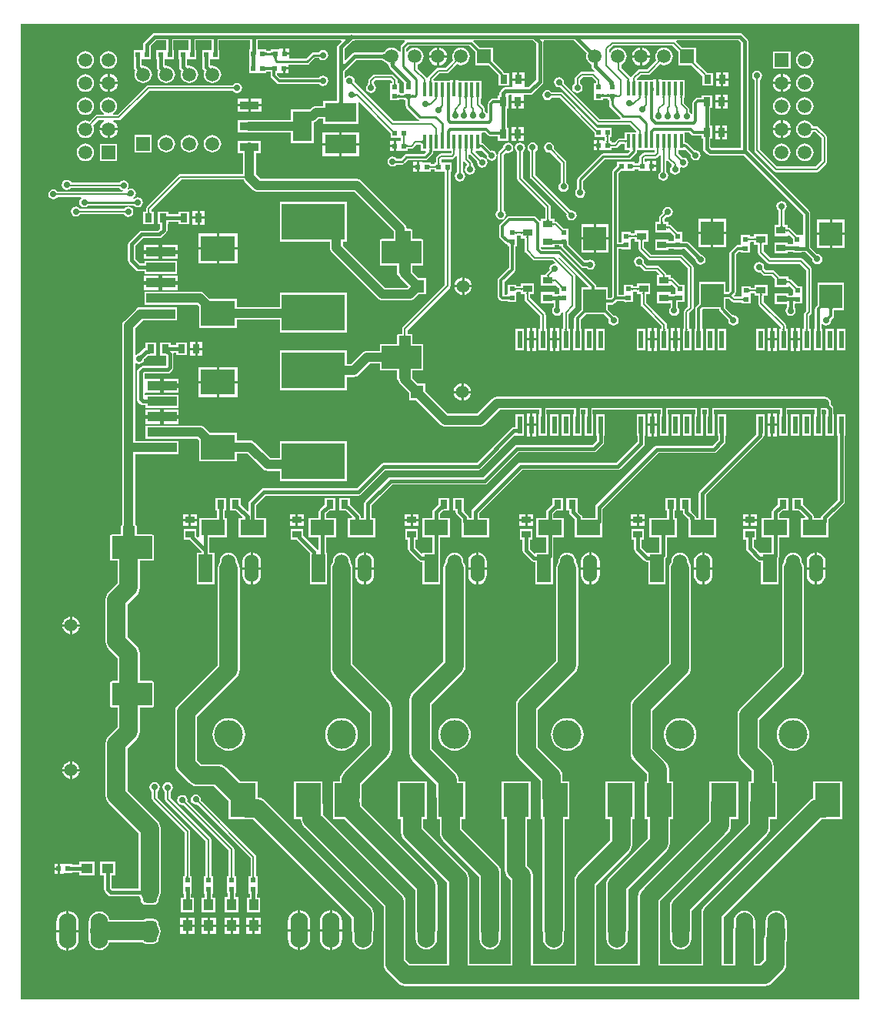
<source format=gtl>
G04*
G04 #@! TF.GenerationSoftware,Altium Limited,Altium Designer,20.0.13 (296)*
G04*
G04 Layer_Physical_Order=1*
G04 Layer_Color=255*
%FSLAX44Y44*%
%MOMM*%
G71*
G01*
G75*
%ADD10C,0.2000*%
%ADD14C,0.2500*%
%ADD17C,0.4000*%
%ADD18C,0.3000*%
%ADD21R,0.4100X1.5600*%
%ADD22R,0.8000X1.0000*%
%ADD23R,0.6000X0.5000*%
%ADD24R,0.5000X0.6000*%
G04:AMPARAMS|DCode=25|XSize=2.33mm|YSize=1.55mm|CornerRadius=0.3875mm|HoleSize=0mm|Usage=FLASHONLY|Rotation=270.000|XOffset=0mm|YOffset=0mm|HoleType=Round|Shape=RoundedRectangle|*
%AMROUNDEDRECTD25*
21,1,2.3300,0.7750,0,0,270.0*
21,1,1.5550,1.5500,0,0,270.0*
1,1,0.7750,-0.3875,-0.7775*
1,1,0.7750,-0.3875,0.7775*
1,1,0.7750,0.3875,0.7775*
1,1,0.7750,0.3875,-0.7775*
%
%ADD25ROUNDEDRECTD25*%
%ADD26R,2.6500X1.7500*%
%ADD27R,1.0000X0.8000*%
%ADD28R,2.7940X3.8100*%
%ADD29R,1.1000X0.8000*%
%ADD30R,3.5000X2.1500*%
%ADD31R,1.1000X1.2500*%
%ADD32R,1.2500X1.1000*%
%ADD33R,2.5000X2.6000*%
%ADD34R,3.8100X2.7940*%
%ADD35R,7.0000X4.0000*%
%ADD36R,3.2000X1.0500*%
%ADD37R,8.3000X10.4500*%
%ADD38R,0.5334X1.9812*%
%ADD39R,2.1500X3.2500*%
%ADD40R,2.1500X0.9500*%
%ADD70R,2.0000X2.0000*%
%ADD71C,1.0000*%
%ADD72C,2.0000*%
%ADD73O,1.9304X3.8608*%
%ADD74R,1.5000X1.5000*%
%ADD75C,1.5000*%
%ADD76R,1.5000X1.5000*%
%ADD77O,1.5240X3.0480*%
%ADD78R,1.5240X3.0480*%
%ADD79C,3.1750*%
%ADD80C,1.4000*%
%ADD81R,1.4000X1.4000*%
%ADD82C,0.7000*%
%ADD83C,0.8000*%
G36*
X926431Y3569D02*
X3569D01*
Y1076431D01*
X926431D01*
X926431Y3569D01*
D02*
G37*
%LPC*%
G36*
X794750Y1066578D02*
X794750Y1066578D01*
X613500D01*
X613500Y1066578D01*
X613500Y1066578D01*
X568500D01*
X568500Y1066578D01*
X568500Y1066578D01*
X367250D01*
X367250Y1066578D01*
X367250Y1066578D01*
X151000D01*
X151000Y1066578D01*
X149439Y1066268D01*
X148116Y1065384D01*
X148116Y1065384D01*
X139116Y1056384D01*
X138232Y1055061D01*
X137922Y1053500D01*
X137922Y1053500D01*
Y1048422D01*
X137500Y1048000D01*
X136500D01*
X136230Y1048000D01*
X127500D01*
Y1038000D01*
X127922D01*
Y1028943D01*
X127922Y1028943D01*
X128232Y1027383D01*
X129116Y1026059D01*
X129636Y1025539D01*
X129682Y1025480D01*
X128895Y1023580D01*
X128568Y1021100D01*
X128895Y1018620D01*
X129852Y1016309D01*
X131375Y1014325D01*
X133359Y1012802D01*
X135670Y1011845D01*
X138150Y1011518D01*
X140630Y1011845D01*
X142941Y1012802D01*
X144925Y1014325D01*
X146448Y1016309D01*
X147405Y1018620D01*
X147732Y1021100D01*
X147405Y1023580D01*
X146448Y1025891D01*
X144925Y1027876D01*
X142941Y1029398D01*
X140630Y1030356D01*
X138150Y1030682D01*
X137287Y1030568D01*
X136078Y1031601D01*
Y1037578D01*
X136500Y1038000D01*
X137500D01*
X137770Y1038000D01*
X146500D01*
Y1048000D01*
X146078D01*
Y1051811D01*
X152689Y1058422D01*
X163172D01*
Y1048422D01*
X162750Y1048000D01*
X161750D01*
X161480Y1048000D01*
X152750D01*
Y1038000D01*
X153172D01*
Y1028943D01*
X153172Y1028943D01*
X153482Y1027383D01*
X154366Y1026059D01*
X154886Y1025539D01*
X155004Y1025384D01*
X155027Y1025348D01*
X154295Y1023580D01*
X153968Y1021100D01*
X154295Y1018620D01*
X155252Y1016309D01*
X156775Y1014325D01*
X158759Y1012802D01*
X161070Y1011845D01*
X163550Y1011518D01*
X166030Y1011845D01*
X168341Y1012802D01*
X170325Y1014325D01*
X171848Y1016309D01*
X172805Y1018620D01*
X173132Y1021100D01*
X172805Y1023580D01*
X171848Y1025891D01*
X170325Y1027876D01*
X168341Y1029398D01*
X166030Y1030356D01*
X163550Y1030682D01*
X162527Y1030547D01*
X161328Y1031554D01*
Y1037578D01*
X161750Y1038000D01*
X162750D01*
X163020Y1038000D01*
X171750D01*
Y1048000D01*
X171328D01*
Y1058422D01*
X187672D01*
Y1048422D01*
X187250Y1048000D01*
X186250D01*
X185980Y1048000D01*
X177250D01*
Y1038000D01*
X177672D01*
Y1028943D01*
X177672Y1028943D01*
X177982Y1027383D01*
X178866Y1026059D01*
X180178Y1024747D01*
X179694Y1023580D01*
X179368Y1021100D01*
X179694Y1018620D01*
X180652Y1016309D01*
X182174Y1014325D01*
X184159Y1012802D01*
X186470Y1011845D01*
X188950Y1011518D01*
X191430Y1011845D01*
X193741Y1012802D01*
X195725Y1014325D01*
X197248Y1016309D01*
X198205Y1018620D01*
X198532Y1021100D01*
X198205Y1023580D01*
X197248Y1025891D01*
X195725Y1027876D01*
X193741Y1029398D01*
X191430Y1030356D01*
X188950Y1030682D01*
X187013Y1030427D01*
X185958Y1031240D01*
X185828Y1031464D01*
Y1037578D01*
X186250Y1038000D01*
X187250D01*
X187520Y1038000D01*
X196250D01*
Y1048000D01*
X195828D01*
Y1058422D01*
X213172D01*
Y1048422D01*
X212750Y1048000D01*
X211750D01*
X211480Y1048000D01*
X202750D01*
Y1038000D01*
X203172D01*
Y1028943D01*
X203172Y1028943D01*
X203482Y1027383D01*
X204366Y1026059D01*
X205607Y1024818D01*
X205095Y1023580D01*
X204768Y1021100D01*
X205095Y1018620D01*
X206052Y1016309D01*
X207575Y1014325D01*
X209559Y1012802D01*
X211870Y1011845D01*
X214350Y1011518D01*
X216830Y1011845D01*
X219141Y1012802D01*
X221125Y1014325D01*
X222648Y1016309D01*
X223605Y1018620D01*
X223932Y1021100D01*
X223605Y1023580D01*
X222648Y1025891D01*
X221125Y1027876D01*
X219141Y1029398D01*
X216830Y1030356D01*
X214350Y1030682D01*
X212519Y1030441D01*
X211410Y1031332D01*
X211328Y1031506D01*
Y1037578D01*
X211750Y1038000D01*
X212750D01*
X213020Y1038000D01*
X221750D01*
Y1048000D01*
X221328D01*
Y1058422D01*
X255922D01*
Y1048750D01*
X254750D01*
Y1038750D01*
X255172D01*
Y1032600D01*
X255170Y1032530D01*
X255168Y1032500D01*
X254750D01*
Y1030513D01*
X254741Y1030470D01*
X254747Y1030440D01*
X254742Y1030411D01*
X254750Y1030376D01*
Y1022500D01*
X263480D01*
X263750Y1022500D01*
X264750D01*
X265020Y1022500D01*
X271676D01*
X271719Y1022491D01*
X271763Y1022500D01*
X273750D01*
Y1023893D01*
X273892Y1023916D01*
X274068Y1023931D01*
X278334D01*
X278431Y1023923D01*
Y1019500D01*
X278703Y1018134D01*
X279477Y1016977D01*
X284977Y1011477D01*
X286134Y1010703D01*
X287500Y1010431D01*
X331770D01*
X332035Y1010035D01*
X333854Y1008819D01*
X336000Y1008392D01*
X338146Y1008819D01*
X339965Y1010035D01*
X341181Y1011854D01*
X341608Y1014000D01*
X341181Y1016146D01*
X339965Y1017965D01*
X338146Y1019181D01*
X336000Y1019608D01*
X333854Y1019181D01*
X332035Y1017965D01*
X331770Y1017569D01*
X288978D01*
X285569Y1020978D01*
Y1022500D01*
X287065D01*
X288111Y1021960D01*
X288111Y1021960D01*
X288111Y1021960D01*
X291881D01*
Y1027500D01*
X293151D01*
Y1028770D01*
X298191D01*
Y1031686D01*
X318500D01*
X319768Y1031939D01*
X320843Y1032657D01*
X327123Y1038936D01*
X331599D01*
X332035Y1038285D01*
X333854Y1037069D01*
X336000Y1036642D01*
X338146Y1037069D01*
X339965Y1038285D01*
X341181Y1040104D01*
X341608Y1042250D01*
X341181Y1044396D01*
X339965Y1046215D01*
X338146Y1047431D01*
X336000Y1047858D01*
X333854Y1047431D01*
X332035Y1046215D01*
X331599Y1045564D01*
X325750D01*
X324482Y1045311D01*
X323407Y1044593D01*
X317127Y1038314D01*
X298443D01*
Y1042480D01*
X293403D01*
Y1043750D01*
X292134D01*
Y1049290D01*
X288363D01*
Y1049290D01*
X287317Y1048750D01*
X278904D01*
Y1047064D01*
X273750D01*
Y1048750D01*
X265348D01*
X264750Y1048750D01*
X264078Y1049742D01*
Y1058422D01*
X355745D01*
X356231Y1057248D01*
X352616Y1053634D01*
X351732Y1052311D01*
X351422Y1050750D01*
X351422Y1050750D01*
Y1025750D01*
X351422Y1025750D01*
X351422Y1025750D01*
Y992000D01*
X336000D01*
Y986310D01*
X328250D01*
X326423Y986070D01*
X324720Y985365D01*
X323257Y984242D01*
X321325Y982310D01*
X318750D01*
X318291Y982250D01*
X300250D01*
Y971060D01*
X255000D01*
X253173Y970820D01*
X253004Y970750D01*
X242250D01*
Y957250D01*
X253004D01*
X253173Y957180D01*
X255000Y956940D01*
X300250D01*
Y945750D01*
X325750D01*
Y968387D01*
X326077Y968430D01*
X327780Y969136D01*
X329242Y970257D01*
X331175Y972190D01*
X336000D01*
Y966500D01*
X375000D01*
Y990265D01*
X376173Y990751D01*
X410500Y956424D01*
Y951250D01*
X419500D01*
Y951250D01*
X420500D01*
Y951250D01*
X421941D01*
Y948105D01*
X421850Y948013D01*
X420671Y947464D01*
X420040Y947790D01*
X419454Y947790D01*
X416270D01*
Y942250D01*
Y936710D01*
X420040D01*
X421086Y937250D01*
X429500Y937250D01*
Y939191D01*
X433250D01*
X433250Y939191D01*
X434421Y939424D01*
X435413Y940087D01*
X438967Y943641D01*
X443700D01*
Y936900D01*
X449054D01*
X449540Y935727D01*
X447127Y933314D01*
X427858D01*
X426590Y933061D01*
X425515Y932343D01*
X421735Y928564D01*
X416901D01*
X416465Y929215D01*
X414646Y930431D01*
X412500Y930858D01*
X410354Y930431D01*
X408535Y929215D01*
X407319Y927396D01*
X406892Y925250D01*
X407319Y923104D01*
X408535Y921285D01*
X410354Y920069D01*
X412500Y919642D01*
X414646Y920069D01*
X416465Y921285D01*
X416901Y921936D01*
X423108D01*
X424376Y922189D01*
X425451Y922907D01*
X429230Y926686D01*
X448500D01*
X449768Y926939D01*
X450843Y927657D01*
X456593Y933407D01*
X457311Y934482D01*
X457564Y935750D01*
Y936900D01*
X477191D01*
Y934517D01*
X476733Y934059D01*
X465750D01*
X465750Y934059D01*
X464580Y933826D01*
X463587Y933163D01*
X463587Y933163D01*
X461087Y930663D01*
X460424Y929670D01*
X460191Y928500D01*
X460191Y928500D01*
Y924250D01*
X458750D01*
Y922309D01*
X454750D01*
Y924250D01*
X446336Y924250D01*
X445290Y924790D01*
X444704Y924790D01*
X441520D01*
Y919250D01*
Y913710D01*
X445290D01*
X446336Y914250D01*
X454750Y914250D01*
Y916191D01*
X458750D01*
Y914250D01*
X467480D01*
X467750Y914250D01*
X468750D01*
X468921Y914250D01*
X470191Y914012D01*
Y789767D01*
X423837Y743413D01*
X423174Y742421D01*
X422941Y741250D01*
X422941Y741250D01*
Y735539D01*
X419500D01*
X418720Y735384D01*
X418058Y734942D01*
X417616Y734280D01*
X417461Y733500D01*
Y724539D01*
X400500D01*
X399720Y724384D01*
X399058Y723942D01*
X398616Y723280D01*
X398461Y722500D01*
Y717060D01*
X384500D01*
X382673Y716820D01*
X380970Y716115D01*
X379508Y714992D01*
X366825Y702310D01*
X362500D01*
Y717250D01*
X288500D01*
Y673250D01*
X362500D01*
Y688190D01*
X369750D01*
X371577Y688430D01*
X373280Y689136D01*
X374743Y690257D01*
X387425Y702940D01*
X398461D01*
Y697500D01*
X398616Y696720D01*
X399058Y696058D01*
X399720Y695616D01*
X400500Y695461D01*
X417461D01*
Y686500D01*
X417616Y685720D01*
X418058Y685058D01*
X418720Y684616D01*
X419031Y684554D01*
X419180Y683423D01*
X419885Y681720D01*
X421008Y680258D01*
X430500Y670765D01*
Y662750D01*
X438515D01*
X465508Y635758D01*
X466970Y634636D01*
X468673Y633930D01*
X470500Y633690D01*
X508750D01*
X510577Y633930D01*
X512280Y634636D01*
X513742Y635758D01*
X530424Y652440D01*
X573872D01*
Y647406D01*
X573283D01*
Y623594D01*
X582617D01*
Y647406D01*
X582028D01*
Y652440D01*
X611972D01*
Y647406D01*
X611383D01*
Y623594D01*
X620717D01*
Y647406D01*
X620128D01*
Y652440D01*
X624672D01*
Y647406D01*
X624083D01*
Y623594D01*
X633417D01*
Y647406D01*
X632828D01*
Y652440D01*
X707372D01*
Y647406D01*
X706783D01*
Y623594D01*
X716117D01*
Y647406D01*
X715528D01*
Y652440D01*
X745472D01*
Y647406D01*
X744883D01*
Y623594D01*
X754217D01*
Y647406D01*
X753628D01*
Y652440D01*
X758172D01*
Y647406D01*
X757583D01*
Y623594D01*
X766917D01*
Y647406D01*
X766328D01*
Y652440D01*
X838872D01*
Y647406D01*
X838283D01*
Y623594D01*
X847617D01*
Y647406D01*
X847028D01*
Y652440D01*
X876972D01*
Y647406D01*
X876383D01*
Y623594D01*
X885717D01*
Y647406D01*
X885128D01*
Y652440D01*
X887892D01*
X888644Y652539D01*
X889672Y651603D01*
Y647406D01*
X889083D01*
Y623594D01*
X898417D01*
Y647406D01*
X897828D01*
Y653642D01*
X897828Y653642D01*
X897518Y655203D01*
X896634Y656526D01*
X894802Y658358D01*
X894953Y659500D01*
X894712Y661327D01*
X894007Y663030D01*
X892885Y664492D01*
X891422Y665614D01*
X889719Y666320D01*
X887892Y666560D01*
X527500D01*
X525673Y666320D01*
X523970Y665614D01*
X522508Y664492D01*
X505826Y647810D01*
X473424D01*
X448500Y672735D01*
Y680750D01*
X440485D01*
X434539Y686696D01*
Y695461D01*
X444500D01*
X445280Y695616D01*
X445942Y696058D01*
X446384Y696720D01*
X446539Y697500D01*
Y722500D01*
X446384Y723280D01*
X445942Y723942D01*
X445280Y724384D01*
X444500Y724539D01*
X434539D01*
Y733500D01*
X434384Y734280D01*
X433942Y734942D01*
X433280Y735384D01*
X432500Y735539D01*
X429059D01*
Y739983D01*
X475413Y786337D01*
X476076Y787329D01*
X476309Y788500D01*
X476309Y788500D01*
Y914250D01*
X477750D01*
Y924250D01*
X469020D01*
X468750Y924250D01*
X467750D01*
X467579Y924250D01*
X466309Y924489D01*
Y927233D01*
X467017Y927941D01*
X478000D01*
X478000Y927941D01*
X479170Y928174D01*
X480163Y928837D01*
X482413Y931087D01*
X482413Y931087D01*
X482421Y931099D01*
X483691Y930714D01*
Y913571D01*
X482785Y912965D01*
X481569Y911146D01*
X481142Y909000D01*
X481569Y906854D01*
X482785Y905035D01*
X484604Y903819D01*
X486750Y903392D01*
X488896Y903819D01*
X490715Y905035D01*
X491931Y906854D01*
X492358Y909000D01*
X491931Y911146D01*
X490715Y912965D01*
X489809Y913571D01*
Y925214D01*
X491079Y925600D01*
X491087Y925587D01*
X494454Y922220D01*
X494361Y920850D01*
X493785Y920465D01*
X492569Y918646D01*
X492142Y916500D01*
X492569Y914354D01*
X493785Y912535D01*
X495604Y911319D01*
X497750Y910892D01*
X499896Y911319D01*
X501715Y912535D01*
X502931Y914354D01*
X503358Y916500D01*
X502931Y918646D01*
X501715Y920465D01*
X500809Y921071D01*
Y923250D01*
X500809Y923250D01*
X500576Y924420D01*
X499913Y925413D01*
X499913Y925413D01*
X496309Y929017D01*
Y932714D01*
X497579Y933100D01*
X497587Y933087D01*
X505772Y924902D01*
X505642Y924250D01*
X506069Y922104D01*
X507285Y920285D01*
X509104Y919069D01*
X511250Y918642D01*
X513396Y919069D01*
X515215Y920285D01*
X516431Y922104D01*
X516858Y924250D01*
X516431Y926396D01*
X515215Y928215D01*
X513396Y929431D01*
X511250Y929858D01*
X509764Y929562D01*
X503696Y935630D01*
X504222Y936900D01*
X510300D01*
Y936900D01*
X511052Y937212D01*
X516204Y932060D01*
X516142Y931750D01*
X516569Y929604D01*
X517785Y927785D01*
X519604Y926569D01*
X521750Y926142D01*
X523896Y926569D01*
X525715Y927785D01*
X526931Y929604D01*
X527358Y931750D01*
X526931Y933896D01*
X525715Y935715D01*
X523896Y936931D01*
X521750Y937358D01*
X520523Y937114D01*
X512929Y944708D01*
X511853Y945426D01*
X510585Y945678D01*
X510300D01*
Y956500D01*
X511391Y956931D01*
X514522D01*
X517227Y954227D01*
X518384Y953453D01*
X519750Y953181D01*
X528250D01*
Y948250D01*
X540250D01*
Y962250D01*
X538329D01*
Y983750D01*
X540250D01*
Y997750D01*
X541091Y998672D01*
X542598D01*
X543710Y998290D01*
X543710Y997402D01*
Y992020D01*
X556790D01*
X556790Y998290D01*
X557902Y998672D01*
X564250D01*
X564250Y998672D01*
X565811Y998982D01*
X567134Y999866D01*
X577384Y1010116D01*
X577384Y1010116D01*
X578268Y1011439D01*
X578578Y1013000D01*
Y1056500D01*
X578578Y1056500D01*
X578449Y1057152D01*
X579242Y1058313D01*
X579438Y1058422D01*
X611811D01*
X626290Y1043943D01*
X625995Y1043230D01*
X625668Y1040750D01*
X625995Y1038270D01*
X626952Y1035959D01*
X628475Y1033975D01*
X630459Y1032452D01*
X631593Y1031982D01*
Y1030079D01*
X631593Y1030079D01*
X631903Y1028518D01*
X632787Y1027195D01*
X635056Y1024927D01*
X634979Y1024751D01*
X634307Y1023879D01*
X633404Y1024059D01*
X633404Y1024059D01*
X620750D01*
X620750Y1024059D01*
X619580Y1023826D01*
X618587Y1023163D01*
X613837Y1018413D01*
X613174Y1017421D01*
X612941Y1016250D01*
X612941Y1016250D01*
Y1010821D01*
X612035Y1010215D01*
X610819Y1008396D01*
X610392Y1006250D01*
X610819Y1004104D01*
X612035Y1002285D01*
X613854Y1001069D01*
X616000Y1000642D01*
X618146Y1001069D01*
X619965Y1002285D01*
X621181Y1004104D01*
X621608Y1006250D01*
X621181Y1008396D01*
X619965Y1010215D01*
X619059Y1010821D01*
Y1014983D01*
X622017Y1017941D01*
X632137D01*
X636241Y1013837D01*
Y1011750D01*
X634300D01*
Y1003020D01*
X634300Y1002750D01*
Y1001750D01*
X634300Y1001480D01*
Y992750D01*
X644300D01*
Y994686D01*
X649225D01*
Y992750D01*
X650995D01*
Y987242D01*
X651247Y985974D01*
X651965Y984899D01*
X663785Y973079D01*
X663259Y971809D01*
X640517D01*
X601104Y1011222D01*
X601358Y1012500D01*
X600931Y1014646D01*
X599715Y1016465D01*
X597896Y1017681D01*
X595750Y1018108D01*
X593604Y1017681D01*
X591785Y1016465D01*
X590569Y1014646D01*
X590142Y1012500D01*
X590569Y1010354D01*
X591785Y1008535D01*
X593604Y1007319D01*
X595750Y1006892D01*
X596611Y1007064D01*
X637087Y966587D01*
X637087Y966587D01*
X638079Y965924D01*
X639250Y965691D01*
X673733D01*
X680904Y958520D01*
X680378Y957250D01*
X667750D01*
Y950509D01*
X662450D01*
X662450Y950509D01*
X661280Y950276D01*
X660287Y949613D01*
X656733Y946059D01*
X653550D01*
Y948000D01*
X652109D01*
Y952000D01*
X653550D01*
Y962000D01*
X644820D01*
X644550Y962000D01*
X643550D01*
X643280Y962000D01*
X638376D01*
X599963Y1000413D01*
X598971Y1001076D01*
X597800Y1001309D01*
X597800Y1001309D01*
X587571D01*
X586965Y1002215D01*
X585146Y1003431D01*
X583000Y1003858D01*
X580854Y1003431D01*
X579035Y1002215D01*
X577819Y1000396D01*
X577392Y998250D01*
X577819Y996104D01*
X579035Y994285D01*
X580854Y993069D01*
X583000Y992642D01*
X585146Y993069D01*
X586965Y994285D01*
X587571Y995191D01*
X596533D01*
X634550Y957174D01*
Y952000D01*
X643280D01*
X643550Y952000D01*
X644550D01*
X644721Y952000D01*
X645991Y951761D01*
Y948855D01*
X645900Y948764D01*
X644721Y948214D01*
X644090Y948540D01*
X643504Y948540D01*
X640320D01*
Y943000D01*
Y937460D01*
X644090D01*
X645136Y938000D01*
X653550Y938000D01*
Y939941D01*
X658000D01*
X658000Y939941D01*
X659171Y940174D01*
X660163Y940837D01*
X663717Y944391D01*
X667750D01*
Y937650D01*
X673105D01*
X673591Y936477D01*
X671178Y934064D01*
X644515D01*
X643247Y933811D01*
X642171Y933093D01*
X616657Y907579D01*
X615939Y906504D01*
X615686Y905235D01*
Y895151D01*
X615035Y894715D01*
X613819Y892896D01*
X613392Y890750D01*
X613819Y888604D01*
X615035Y886785D01*
X616854Y885569D01*
X619000Y885142D01*
X621146Y885569D01*
X622965Y886785D01*
X624181Y888604D01*
X624608Y890750D01*
X624181Y892896D01*
X622965Y894715D01*
X622314Y895151D01*
Y903863D01*
X645887Y927436D01*
X672550D01*
X673818Y927689D01*
X674893Y928407D01*
X680643Y934157D01*
X681361Y935232D01*
X681614Y936500D01*
Y937650D01*
X701241D01*
Y935267D01*
X700783Y934809D01*
X689800D01*
X689800Y934809D01*
X688630Y934576D01*
X687637Y933913D01*
X687637Y933913D01*
X685137Y931413D01*
X684474Y930420D01*
X684241Y929250D01*
X684241Y929250D01*
Y925000D01*
X683050D01*
Y923059D01*
X678800D01*
Y925000D01*
X670070D01*
X669800Y925000D01*
X668800D01*
X668530Y925000D01*
X659800D01*
Y920547D01*
X655227Y915973D01*
X654453Y914816D01*
X654181Y913450D01*
Y831186D01*
Y776478D01*
X652772Y775069D01*
X649750D01*
Y787000D01*
X637083D01*
X637076Y787084D01*
Y787743D01*
X636804Y789108D01*
X636031Y790266D01*
X598773Y827523D01*
X597616Y828297D01*
X596250Y828569D01*
X577478D01*
X576069Y829978D01*
Y831250D01*
X591000D01*
Y833172D01*
X596262D01*
Y832250D01*
X598281D01*
X598494Y831177D01*
X599378Y829854D01*
X619792Y809440D01*
X621115Y808556D01*
X622676Y808246D01*
X622676Y808246D01*
X625727D01*
X626035Y807785D01*
X627854Y806569D01*
X630000Y806142D01*
X632146Y806569D01*
X633965Y807785D01*
X635181Y809604D01*
X635608Y811750D01*
X635181Y813896D01*
X633965Y815715D01*
X632146Y816931D01*
X630000Y817358D01*
X627854Y816931D01*
X627063Y816402D01*
X624365D01*
X606340Y834427D01*
Y836250D01*
X606340Y836250D01*
X606262Y836644D01*
Y840980D01*
X606262Y841250D01*
X606262D01*
Y842250D01*
X606262D01*
Y851250D01*
X601088D01*
X593925Y858413D01*
X592933Y859076D01*
X591762Y859309D01*
X591000Y860211D01*
Y862250D01*
X586559D01*
Y875500D01*
X586559Y875500D01*
X586326Y876671D01*
X585663Y877663D01*
X585663Y877663D01*
X555809Y907517D01*
Y935929D01*
X556715Y936535D01*
X557931Y938354D01*
X558358Y940500D01*
X557931Y942646D01*
X556715Y944465D01*
X554896Y945681D01*
X552750Y946108D01*
X550604Y945681D01*
X548785Y944465D01*
X547569Y942646D01*
X547142Y940500D01*
X547569Y938354D01*
X548785Y936535D01*
X549691Y935929D01*
Y906250D01*
X549691Y906250D01*
X549924Y905079D01*
X550587Y904087D01*
X580441Y874233D01*
Y862250D01*
X576000D01*
Y860282D01*
X575888Y860195D01*
X574730Y859817D01*
X570773Y863773D01*
X569616Y864547D01*
X568250Y864819D01*
X541250D01*
X539884Y864547D01*
X538727Y863773D01*
X530977Y856023D01*
X530203Y854866D01*
X529931Y853500D01*
Y843250D01*
X530203Y841884D01*
X530977Y840727D01*
X536795Y834909D01*
X537952Y834135D01*
X539318Y833863D01*
X539500D01*
Y832250D01*
X540893D01*
X540916Y832108D01*
X540932Y831933D01*
Y808228D01*
X529477Y796773D01*
X528703Y795616D01*
X528431Y794250D01*
Y777007D01*
X528703Y775642D01*
X529477Y774484D01*
X531234Y772727D01*
X532392Y771953D01*
X533757Y771681D01*
X538767D01*
X538901Y771672D01*
X539000Y771658D01*
Y770500D01*
X540987D01*
X541031Y770491D01*
X541074Y770500D01*
X549000D01*
Y779230D01*
X549000Y779500D01*
Y780500D01*
X549000Y780671D01*
X549239Y781941D01*
X553500D01*
Y779000D01*
X557941D01*
Y773750D01*
X557941Y773750D01*
X558174Y772579D01*
X558837Y771587D01*
X575191Y755233D01*
Y741386D01*
X573283D01*
Y717574D01*
X582617D01*
Y741386D01*
X581309D01*
Y756500D01*
X581076Y757671D01*
X580413Y758663D01*
X564059Y775017D01*
Y779000D01*
X568500D01*
Y791000D01*
X553500D01*
Y788059D01*
X549000D01*
Y789500D01*
X539000D01*
Y780770D01*
X539000Y780500D01*
Y779500D01*
X537900Y778819D01*
X535569D01*
Y792772D01*
X547023Y804227D01*
X547797Y805384D01*
X548069Y806750D01*
Y831933D01*
X548084Y832108D01*
X548107Y832250D01*
X549500D01*
Y834237D01*
X549509Y834280D01*
X549500Y834324D01*
Y840980D01*
X549500Y841250D01*
X549500D01*
Y842250D01*
X549500D01*
Y843691D01*
X553500D01*
Y840750D01*
X557941D01*
Y827500D01*
X557941Y827500D01*
X558174Y826329D01*
X558837Y825337D01*
X566837Y817337D01*
X566837Y817337D01*
X567830Y816674D01*
X569000Y816441D01*
X569000Y816441D01*
X589233D01*
X591462Y814212D01*
X590808Y813070D01*
X588854Y812681D01*
X587035Y811465D01*
X585819Y809646D01*
X585392Y807500D01*
X585605Y806431D01*
X581665Y802491D01*
X581003Y801499D01*
X580804Y800500D01*
X576000D01*
Y788500D01*
X591000D01*
Y789015D01*
X592173Y789501D01*
X595541Y786134D01*
X595859Y785793D01*
X596000Y785619D01*
Y780848D01*
X596000Y780500D01*
X595159Y779578D01*
X594500D01*
X594500Y779578D01*
X594500Y779578D01*
X591000D01*
Y781500D01*
X576000D01*
Y769500D01*
X589672D01*
Y765318D01*
X589652Y765095D01*
X589637Y764994D01*
X588569Y763396D01*
X588142Y761250D01*
X588569Y759104D01*
X589785Y757285D01*
X591604Y756069D01*
X593750Y755642D01*
X595896Y756069D01*
X597715Y757285D01*
X598931Y759104D01*
X598950Y759202D01*
X598953Y759213D01*
X600191Y759000D01*
X600191Y758940D01*
Y741386D01*
X598683D01*
Y717574D01*
X608017D01*
Y741386D01*
X606309D01*
Y757733D01*
X612913Y764337D01*
X612913Y764337D01*
X613576Y765330D01*
X613809Y766500D01*
Y799250D01*
X613809Y799250D01*
X613576Y800421D01*
X612913Y801413D01*
X595104Y819222D01*
X595522Y820600D01*
X595590Y820614D01*
X628030Y788173D01*
X627544Y787000D01*
X620750D01*
Y762547D01*
X613527Y755323D01*
X612753Y754166D01*
X612481Y752800D01*
Y741584D01*
X612474Y741471D01*
X612463Y741386D01*
X611383D01*
Y739399D01*
X611374Y739355D01*
X611383Y739312D01*
Y717574D01*
X620717D01*
Y739312D01*
X620726Y739355D01*
X620717Y739399D01*
Y741386D01*
X619648D01*
X619619Y741692D01*
Y751322D01*
X625297Y757000D01*
X645203D01*
X650401Y751802D01*
X650142Y750500D01*
X650569Y748354D01*
X651785Y746535D01*
X653604Y745319D01*
X655750Y744892D01*
X657896Y745319D01*
X659715Y746535D01*
X660931Y748354D01*
X661358Y750500D01*
X660931Y752646D01*
X659715Y754465D01*
X657896Y755681D01*
X656298Y755999D01*
X649750Y762547D01*
Y767931D01*
X654250D01*
X655616Y768203D01*
X656773Y768977D01*
X659228Y771431D01*
X667062D01*
X667215Y771426D01*
X667250Y771422D01*
Y770500D01*
X669237D01*
X669280Y770491D01*
X669324Y770500D01*
X677250D01*
Y779230D01*
X677250Y779500D01*
Y780500D01*
X677250Y780671D01*
X677488Y781941D01*
X681250D01*
Y779000D01*
X685691D01*
Y768250D01*
X685691Y768250D01*
X685924Y767079D01*
X686587Y766087D01*
X708391Y744283D01*
Y741386D01*
X706783D01*
Y717574D01*
X716117D01*
Y741386D01*
X714509D01*
Y745550D01*
X714276Y746721D01*
X713613Y747713D01*
X691809Y769517D01*
Y779000D01*
X696250D01*
Y791000D01*
X681250D01*
Y788059D01*
X677250D01*
Y789500D01*
X667250D01*
Y780770D01*
X667250Y780500D01*
Y779500D01*
X666254Y778569D01*
X661319D01*
Y829374D01*
X664956D01*
X665000Y829372D01*
Y828750D01*
X666987D01*
X667030Y828741D01*
X667074Y828750D01*
X675000D01*
Y837480D01*
X675000Y837750D01*
Y838750D01*
X675000Y838921D01*
X675238Y840191D01*
X679000D01*
Y837250D01*
X683441D01*
Y829250D01*
X683441Y829250D01*
X683674Y828079D01*
X684337Y827087D01*
X693837Y817587D01*
X693837Y817587D01*
X694829Y816924D01*
X696000Y816691D01*
X696000Y816691D01*
X728733D01*
X737691Y807733D01*
Y765517D01*
X733837Y761663D01*
X733174Y760670D01*
X732941Y759500D01*
X732941Y759500D01*
Y741386D01*
X732183D01*
Y739414D01*
X732174Y739372D01*
X732183Y739326D01*
Y717574D01*
X741517D01*
Y741386D01*
X739059D01*
Y758233D01*
X742913Y762087D01*
X742913Y762087D01*
X743576Y763080D01*
X743809Y764250D01*
Y809000D01*
X743576Y810171D01*
X742913Y811163D01*
X742913Y811163D01*
X732163Y821913D01*
X731171Y822576D01*
X730000Y822809D01*
X730000Y822809D01*
X697267D01*
X689559Y830517D01*
Y837250D01*
X694000D01*
Y849250D01*
X679000D01*
Y846309D01*
X675000D01*
Y847750D01*
X665000D01*
Y839020D01*
X665000Y838750D01*
Y837676D01*
X664272Y836512D01*
X661319D01*
Y911972D01*
X664347Y915000D01*
X668530D01*
X668800Y915000D01*
X669800D01*
X670070Y915000D01*
X678800D01*
Y916941D01*
X683050D01*
Y915000D01*
X691464Y915000D01*
X692510Y914460D01*
X693096Y914460D01*
X696280D01*
Y920000D01*
Y925540D01*
X692510D01*
X691629Y925085D01*
X690942Y925315D01*
X690359Y925898D01*
Y927983D01*
X691067Y928691D01*
X702050D01*
X702050Y928691D01*
X703221Y928924D01*
X704213Y929587D01*
X706463Y931837D01*
X706463Y931837D01*
X706471Y931849D01*
X707741Y931464D01*
Y914188D01*
X706660Y913465D01*
X705444Y911646D01*
X705017Y909500D01*
X705444Y907354D01*
X706660Y905535D01*
X708479Y904319D01*
X710625Y903892D01*
X712771Y904319D01*
X714590Y905535D01*
X715806Y907354D01*
X716233Y909500D01*
X715806Y911646D01*
X714590Y913465D01*
X713859Y913954D01*
Y925964D01*
X715129Y926350D01*
X715137Y926337D01*
X719720Y921754D01*
X719774Y921355D01*
X719535Y920215D01*
X718319Y918396D01*
X717892Y916250D01*
X718319Y914104D01*
X719535Y912285D01*
X721354Y911069D01*
X723500Y910642D01*
X725646Y911069D01*
X727465Y912285D01*
X728681Y914104D01*
X729108Y916250D01*
X728681Y918396D01*
X728578Y918550D01*
X729493Y919466D01*
X730449Y918828D01*
X732595Y918401D01*
X734741Y918828D01*
X736560Y920043D01*
X737776Y921862D01*
X738203Y924008D01*
X737776Y926154D01*
X736560Y927974D01*
X734741Y929189D01*
X732595Y929616D01*
X731526Y929403D01*
X726859Y934070D01*
Y937650D01*
X734350D01*
Y937650D01*
X735102Y937962D01*
X740504Y932560D01*
X740392Y932000D01*
X740819Y929854D01*
X742035Y928035D01*
X743854Y926819D01*
X746000Y926392D01*
X748146Y926819D01*
X749965Y928035D01*
X751181Y929854D01*
X751608Y932000D01*
X751181Y934146D01*
X749965Y935965D01*
X748146Y937181D01*
X746000Y937608D01*
X745023Y937413D01*
X736979Y945458D01*
X735904Y946176D01*
X734635Y946428D01*
X734350D01*
Y956931D01*
X739322D01*
X741277Y954977D01*
X742434Y954203D01*
X743800Y953931D01*
X752300D01*
Y950500D01*
X754222D01*
Y939450D01*
X754222Y939450D01*
X754532Y937889D01*
X755416Y936566D01*
X758866Y933116D01*
X758866Y933116D01*
X760189Y932232D01*
X761750Y931922D01*
X761750Y931922D01*
X798811D01*
X864172Y866561D01*
Y844517D01*
X863012Y844250D01*
X862902Y844250D01*
X857838D01*
X850675Y851413D01*
X849683Y852076D01*
X848512Y852309D01*
X847750Y853211D01*
Y855250D01*
X843809D01*
Y871429D01*
X844715Y872035D01*
X845931Y873854D01*
X846358Y876000D01*
X845931Y878146D01*
X844715Y879965D01*
X842896Y881181D01*
X840750Y881608D01*
X838604Y881181D01*
X836785Y879965D01*
X835569Y878146D01*
X835142Y876000D01*
X835569Y873854D01*
X836785Y872035D01*
X837691Y871429D01*
Y855250D01*
X832750D01*
Y843250D01*
X847750D01*
Y844027D01*
X848923Y844513D01*
X853012Y840424D01*
Y835598D01*
X853012Y835250D01*
X852171Y834328D01*
X847750D01*
Y836250D01*
X832750D01*
Y824250D01*
X847750D01*
Y826172D01*
X853012D01*
Y825250D01*
X863012D01*
Y825672D01*
X866561D01*
X874240Y817993D01*
X874384Y817821D01*
X874444Y817739D01*
X874819Y815854D01*
X876035Y814035D01*
X877854Y812819D01*
X880000Y812392D01*
X882146Y812819D01*
X883965Y814035D01*
X885181Y815854D01*
X885608Y818000D01*
X885181Y820146D01*
X883965Y821965D01*
X882146Y823181D01*
X880261Y823556D01*
X880193Y823605D01*
X879950Y823817D01*
X872328Y831439D01*
Y868250D01*
X872328Y868250D01*
X872018Y869811D01*
X871134Y871134D01*
X871134Y871134D01*
X804078Y938189D01*
Y1057250D01*
X804078Y1057250D01*
X803768Y1058811D01*
X802884Y1060134D01*
X802884Y1060134D01*
X797634Y1065384D01*
X796311Y1066268D01*
X796052Y1066319D01*
X794750Y1066578D01*
D02*
G37*
G36*
X298443Y1049290D02*
X294674D01*
Y1045020D01*
X298443D01*
Y1049290D01*
D02*
G37*
G36*
X850500Y1046500D02*
X831500D01*
Y1027500D01*
X850500D01*
Y1046500D01*
D02*
G37*
G36*
X866400Y1046582D02*
X863920Y1046255D01*
X861609Y1045298D01*
X859624Y1043775D01*
X858102Y1041791D01*
X857144Y1039480D01*
X856818Y1037000D01*
X857144Y1034520D01*
X858102Y1032209D01*
X859624Y1030225D01*
X861609Y1028702D01*
X863920Y1027745D01*
X866400Y1027418D01*
X868880Y1027745D01*
X871191Y1028702D01*
X873175Y1030225D01*
X874698Y1032209D01*
X875655Y1034520D01*
X875982Y1037000D01*
X875655Y1039480D01*
X874698Y1041791D01*
X873175Y1043775D01*
X871191Y1045298D01*
X868880Y1046255D01*
X866400Y1046582D01*
D02*
G37*
G36*
X100000D02*
X97520Y1046255D01*
X95209Y1045298D01*
X93225Y1043775D01*
X91702Y1041791D01*
X90744Y1039480D01*
X90418Y1037000D01*
X90744Y1034520D01*
X91702Y1032209D01*
X93225Y1030225D01*
X95209Y1028702D01*
X97520Y1027745D01*
X100000Y1027418D01*
X102480Y1027745D01*
X104791Y1028702D01*
X106776Y1030225D01*
X108298Y1032209D01*
X109256Y1034520D01*
X109582Y1037000D01*
X109256Y1039480D01*
X108298Y1041791D01*
X106776Y1043775D01*
X104791Y1045298D01*
X102480Y1046255D01*
X100000Y1046582D01*
D02*
G37*
G36*
X74600D02*
X72120Y1046255D01*
X69809Y1045298D01*
X67825Y1043775D01*
X66302Y1041791D01*
X65345Y1039480D01*
X65018Y1037000D01*
X65345Y1034520D01*
X66302Y1032209D01*
X67825Y1030225D01*
X69809Y1028702D01*
X72120Y1027745D01*
X74600Y1027418D01*
X77080Y1027745D01*
X79391Y1028702D01*
X81376Y1030225D01*
X82898Y1032209D01*
X83855Y1034520D01*
X84182Y1037000D01*
X83855Y1039480D01*
X82898Y1041791D01*
X81376Y1043775D01*
X79391Y1045298D01*
X77080Y1046255D01*
X74600Y1046582D01*
D02*
G37*
G36*
X298191Y1026230D02*
X294421D01*
Y1021960D01*
X298191D01*
Y1026230D01*
D02*
G37*
G36*
X842270Y1021559D02*
Y1012870D01*
X850959D01*
X850782Y1014221D01*
X849770Y1016663D01*
X848161Y1018761D01*
X846063Y1020370D01*
X843621Y1021382D01*
X842270Y1021559D01*
D02*
G37*
G36*
X839730D02*
X838379Y1021382D01*
X835937Y1020370D01*
X833839Y1018761D01*
X832230Y1016663D01*
X831218Y1014221D01*
X831041Y1012870D01*
X839730D01*
Y1021559D01*
D02*
G37*
G36*
X101270D02*
Y1012870D01*
X109959D01*
X109782Y1014221D01*
X108770Y1016663D01*
X107161Y1018761D01*
X105063Y1020370D01*
X102621Y1021382D01*
X101270Y1021559D01*
D02*
G37*
G36*
X98730Y1021560D02*
X97379Y1021382D01*
X94937Y1020370D01*
X92839Y1018761D01*
X91230Y1016663D01*
X90218Y1014221D01*
X90041Y1012870D01*
X98730D01*
Y1021560D01*
D02*
G37*
G36*
X241250Y1011608D02*
X239104Y1011181D01*
X237285Y1009965D01*
X236679Y1009059D01*
X143500D01*
X143500Y1009059D01*
X142330Y1008826D01*
X141337Y1008163D01*
X141337Y1008163D01*
X109983Y976809D01*
X105357D01*
X105187Y977137D01*
X105022Y978079D01*
X106776Y979425D01*
X108298Y981409D01*
X109256Y983720D01*
X109582Y986200D01*
X109256Y988680D01*
X108298Y990991D01*
X106776Y992975D01*
X104791Y994498D01*
X102480Y995455D01*
X100000Y995782D01*
X97520Y995455D01*
X95209Y994498D01*
X93225Y992975D01*
X91702Y990991D01*
X90744Y988680D01*
X90418Y986200D01*
X90744Y983720D01*
X91702Y981409D01*
X93225Y979425D01*
X94978Y978079D01*
X94813Y977137D01*
X94643Y976809D01*
X87550D01*
X86379Y976576D01*
X85387Y975913D01*
X85387Y975913D01*
X78812Y969338D01*
X77080Y970055D01*
X74600Y970382D01*
X72120Y970055D01*
X69809Y969098D01*
X67825Y967576D01*
X66302Y965591D01*
X65345Y963280D01*
X65018Y960800D01*
X65345Y958320D01*
X66302Y956009D01*
X67825Y954025D01*
X69809Y952502D01*
X72120Y951545D01*
X74600Y951218D01*
X77080Y951545D01*
X79391Y952502D01*
X81376Y954025D01*
X82898Y956009D01*
X83855Y958320D01*
X84182Y960800D01*
X83855Y963280D01*
X83138Y965012D01*
X88817Y970691D01*
X94399D01*
X94653Y970162D01*
X94743Y969421D01*
X92839Y967961D01*
X91230Y965863D01*
X90218Y963421D01*
X90041Y962070D01*
X100000D01*
X109959D01*
X109782Y963421D01*
X108770Y965863D01*
X107161Y967961D01*
X105257Y969421D01*
X105347Y970162D01*
X105601Y970691D01*
X111250D01*
X111250Y970691D01*
X112421Y970924D01*
X113413Y971587D01*
X144767Y1002941D01*
X236679D01*
X237285Y1002035D01*
X239104Y1000819D01*
X241250Y1000392D01*
X243396Y1000819D01*
X245215Y1002035D01*
X246431Y1003854D01*
X246858Y1006000D01*
X246431Y1008146D01*
X245215Y1009965D01*
X243396Y1011181D01*
X241250Y1011608D01*
D02*
G37*
G36*
X866400Y1021182D02*
X863920Y1020855D01*
X861609Y1019898D01*
X859624Y1018375D01*
X858102Y1016391D01*
X857144Y1014080D01*
X856818Y1011600D01*
X857144Y1009120D01*
X858102Y1006809D01*
X859624Y1004825D01*
X861609Y1003302D01*
X863920Y1002345D01*
X866400Y1002018D01*
X868880Y1002345D01*
X871191Y1003302D01*
X873175Y1004825D01*
X874698Y1006809D01*
X875655Y1009120D01*
X875982Y1011600D01*
X875655Y1014080D01*
X874698Y1016391D01*
X873175Y1018375D01*
X871191Y1019898D01*
X868880Y1020855D01*
X866400Y1021182D01*
D02*
G37*
G36*
X74600D02*
X72120Y1020855D01*
X69809Y1019898D01*
X67825Y1018375D01*
X66302Y1016391D01*
X65345Y1014080D01*
X65018Y1011600D01*
X65345Y1009120D01*
X66302Y1006809D01*
X67825Y1004825D01*
X69809Y1003302D01*
X72120Y1002345D01*
X74600Y1002018D01*
X77080Y1002345D01*
X79391Y1003302D01*
X81376Y1004825D01*
X82898Y1006809D01*
X83855Y1009120D01*
X84182Y1011600D01*
X83855Y1014080D01*
X82898Y1016391D01*
X81376Y1018375D01*
X79391Y1019898D01*
X77080Y1020855D01*
X74600Y1021182D01*
D02*
G37*
G36*
X109959Y1010330D02*
X101270D01*
Y1001641D01*
X102621Y1001818D01*
X105063Y1002830D01*
X107161Y1004439D01*
X108770Y1006537D01*
X109782Y1008979D01*
X109959Y1010330D01*
D02*
G37*
G36*
X850959Y1010330D02*
X842270D01*
Y1001641D01*
X843621Y1001818D01*
X846063Y1002830D01*
X848161Y1004439D01*
X849770Y1006537D01*
X850782Y1008979D01*
X850959Y1010330D01*
D02*
G37*
G36*
X839730D02*
X831041D01*
X831218Y1008979D01*
X832230Y1006537D01*
X833839Y1004439D01*
X835937Y1002830D01*
X838379Y1001818D01*
X839730Y1001641D01*
Y1010330D01*
D02*
G37*
G36*
X98730Y1010330D02*
X90041D01*
X90218Y1008979D01*
X91230Y1006537D01*
X92839Y1004439D01*
X94937Y1002830D01*
X97379Y1001818D01*
X98730Y1001641D01*
Y1010330D01*
D02*
G37*
G36*
X268290Y994290D02*
X256270D01*
Y988270D01*
X268290D01*
Y994290D01*
D02*
G37*
G36*
X253730D02*
X241710D01*
Y988270D01*
X253730D01*
Y994290D01*
D02*
G37*
G36*
X556790Y989480D02*
X551520D01*
Y983210D01*
X556790D01*
Y989480D01*
D02*
G37*
G36*
X548980D02*
X543710D01*
Y983210D01*
X548980D01*
Y989480D01*
D02*
G37*
G36*
X268290Y985730D02*
X256270D01*
Y979710D01*
X268290D01*
Y985730D01*
D02*
G37*
G36*
X253730D02*
X241710D01*
Y979710D01*
X253730D01*
Y985730D01*
D02*
G37*
G36*
X866400Y995782D02*
X863920Y995455D01*
X861609Y994498D01*
X859624Y992975D01*
X858102Y990991D01*
X857144Y988680D01*
X856818Y986200D01*
X857144Y983720D01*
X858102Y981409D01*
X859624Y979425D01*
X861609Y977902D01*
X863920Y976945D01*
X866400Y976618D01*
X868880Y976945D01*
X871191Y977902D01*
X873175Y979425D01*
X874698Y981409D01*
X875655Y983720D01*
X875982Y986200D01*
X875655Y988680D01*
X874698Y990991D01*
X873175Y992975D01*
X871191Y994498D01*
X868880Y995455D01*
X866400Y995782D01*
D02*
G37*
G36*
X841000D02*
X838520Y995455D01*
X836209Y994498D01*
X834224Y992975D01*
X832702Y990991D01*
X831745Y988680D01*
X831418Y986200D01*
X831745Y983720D01*
X832702Y981409D01*
X834224Y979425D01*
X836209Y977902D01*
X838520Y976945D01*
X841000Y976618D01*
X843480Y976945D01*
X845791Y977902D01*
X847775Y979425D01*
X849298Y981409D01*
X850255Y983720D01*
X850582Y986200D01*
X850255Y988680D01*
X849298Y990991D01*
X847775Y992975D01*
X845791Y994498D01*
X843480Y995455D01*
X841000Y995782D01*
D02*
G37*
G36*
X74600D02*
X72120Y995455D01*
X69809Y994498D01*
X67825Y992975D01*
X66302Y990991D01*
X65345Y988680D01*
X65018Y986200D01*
X65345Y983720D01*
X66302Y981409D01*
X67825Y979425D01*
X69809Y977902D01*
X72120Y976945D01*
X74600Y976618D01*
X77080Y976945D01*
X79391Y977902D01*
X81376Y979425D01*
X82898Y981409D01*
X83855Y983720D01*
X84182Y986200D01*
X83855Y988680D01*
X82898Y990991D01*
X81376Y992975D01*
X79391Y994498D01*
X77080Y995455D01*
X74600Y995782D01*
D02*
G37*
G36*
X842270Y970759D02*
Y962070D01*
X850959D01*
X850782Y963421D01*
X849770Y965863D01*
X848161Y967961D01*
X846063Y969570D01*
X843621Y970582D01*
X842270Y970759D01*
D02*
G37*
G36*
X839730D02*
X838379Y970582D01*
X835937Y969570D01*
X833839Y967961D01*
X832230Y965863D01*
X831218Y963421D01*
X831041Y962070D01*
X839730D01*
Y970759D01*
D02*
G37*
G36*
X556790Y962790D02*
X551520D01*
Y956520D01*
X556790D01*
Y962790D01*
D02*
G37*
G36*
X548980D02*
X543710D01*
Y956520D01*
X548980D01*
Y962790D01*
D02*
G37*
G36*
X109959Y959530D02*
X101270D01*
Y950841D01*
X102621Y951018D01*
X105063Y952030D01*
X107161Y953639D01*
X108770Y955737D01*
X109782Y958179D01*
X109959Y959530D01*
D02*
G37*
G36*
X850959Y959530D02*
X842270D01*
Y950841D01*
X843621Y951018D01*
X846063Y952030D01*
X848161Y953639D01*
X849770Y955737D01*
X850782Y958179D01*
X850959Y959530D01*
D02*
G37*
G36*
X839730D02*
X831041D01*
X831218Y958179D01*
X832230Y955737D01*
X833839Y953639D01*
X835937Y952030D01*
X838379Y951018D01*
X839730Y950841D01*
Y959530D01*
D02*
G37*
G36*
X98730Y959530D02*
X90041D01*
X90218Y958179D01*
X91230Y955737D01*
X92839Y953639D01*
X94937Y952030D01*
X97379Y951018D01*
X98730Y950841D01*
Y959530D01*
D02*
G37*
G36*
X556790Y953980D02*
X551520D01*
Y947710D01*
X556790D01*
Y953980D01*
D02*
G37*
G36*
X548980D02*
X543710D01*
Y947710D01*
X548980D01*
Y953980D01*
D02*
G37*
G36*
X375540Y957540D02*
X356770D01*
Y945520D01*
X375540D01*
Y957540D01*
D02*
G37*
G36*
X354230D02*
X335460D01*
Y945520D01*
X354230D01*
Y957540D01*
D02*
G37*
G36*
X637780Y948540D02*
X634010D01*
Y944270D01*
X637780D01*
Y948540D01*
D02*
G37*
G36*
X413730Y947790D02*
X409960D01*
Y943520D01*
X413730D01*
Y947790D01*
D02*
G37*
G36*
X637780Y941730D02*
X634010D01*
Y937460D01*
X637780D01*
Y941730D01*
D02*
G37*
G36*
X413730Y940980D02*
X409960D01*
Y936710D01*
X413730D01*
Y940980D01*
D02*
G37*
G36*
X147650Y954400D02*
X128650D01*
Y935400D01*
X147650D01*
Y954400D01*
D02*
G37*
G36*
X214350Y954482D02*
X211870Y954156D01*
X209559Y953198D01*
X207575Y951675D01*
X206052Y949691D01*
X205095Y947380D01*
X204768Y944900D01*
X205095Y942420D01*
X206052Y940109D01*
X207575Y938125D01*
X209559Y936602D01*
X211870Y935645D01*
X214350Y935318D01*
X216830Y935645D01*
X219141Y936602D01*
X221125Y938125D01*
X222648Y940109D01*
X223605Y942420D01*
X223932Y944900D01*
X223605Y947380D01*
X222648Y949691D01*
X221125Y951675D01*
X219141Y953198D01*
X216830Y954156D01*
X214350Y954482D01*
D02*
G37*
G36*
X188950D02*
X186470Y954156D01*
X184159Y953198D01*
X182174Y951675D01*
X180652Y949691D01*
X179694Y947380D01*
X179368Y944900D01*
X179694Y942420D01*
X180652Y940109D01*
X182174Y938125D01*
X184159Y936602D01*
X186470Y935645D01*
X188950Y935318D01*
X191430Y935645D01*
X193741Y936602D01*
X195725Y938125D01*
X197248Y940109D01*
X198205Y942420D01*
X198532Y944900D01*
X198205Y947380D01*
X197248Y949691D01*
X195725Y951675D01*
X193741Y953198D01*
X191430Y954156D01*
X188950Y954482D01*
D02*
G37*
G36*
X163550D02*
X161070Y954156D01*
X158759Y953198D01*
X156775Y951675D01*
X155252Y949691D01*
X154295Y947380D01*
X153968Y944900D01*
X154295Y942420D01*
X155252Y940109D01*
X156775Y938125D01*
X158759Y936602D01*
X161070Y935645D01*
X163550Y935318D01*
X166030Y935645D01*
X168341Y936602D01*
X170325Y938125D01*
X171848Y940109D01*
X172805Y942420D01*
X173132Y944900D01*
X172805Y947380D01*
X171848Y949691D01*
X170325Y951675D01*
X168341Y953198D01*
X166030Y954156D01*
X163550Y954482D01*
D02*
G37*
G36*
X539750Y945858D02*
X537604Y945431D01*
X535785Y944215D01*
X534569Y942396D01*
X534142Y940250D01*
X534148Y940223D01*
X529544Y935620D01*
X528881Y934627D01*
X528648Y933457D01*
X528648Y933457D01*
Y871364D01*
X527741Y870759D01*
X526526Y868939D01*
X526099Y866793D01*
X526526Y864647D01*
X527741Y862828D01*
X529561Y861612D01*
X531707Y861186D01*
X533853Y861612D01*
X535672Y862828D01*
X536888Y864647D01*
X537314Y866793D01*
X536888Y868939D01*
X535672Y870759D01*
X534766Y871364D01*
Y932190D01*
X537638Y935062D01*
X539750Y934642D01*
X541896Y935069D01*
X543715Y936285D01*
X544931Y938104D01*
X545358Y940250D01*
X544931Y942396D01*
X543715Y944215D01*
X541896Y945431D01*
X539750Y945858D01*
D02*
G37*
G36*
X375540Y942980D02*
X356770D01*
Y930960D01*
X375540D01*
Y942980D01*
D02*
G37*
G36*
X354230D02*
X335460D01*
Y930960D01*
X354230D01*
Y942980D01*
D02*
G37*
G36*
X109500Y944900D02*
X90500D01*
Y925900D01*
X109500D01*
Y944900D01*
D02*
G37*
G36*
X866400Y944982D02*
X863920Y944656D01*
X861609Y943698D01*
X859624Y942176D01*
X858102Y940191D01*
X857144Y937880D01*
X856818Y935400D01*
X857144Y932920D01*
X858102Y930609D01*
X859624Y928625D01*
X861609Y927102D01*
X863920Y926145D01*
X866400Y925818D01*
X868880Y926145D01*
X871191Y927102D01*
X873175Y928625D01*
X874698Y930609D01*
X875655Y932920D01*
X875982Y935400D01*
X875655Y937880D01*
X874698Y940191D01*
X873175Y942176D01*
X871191Y943698D01*
X868880Y944656D01*
X866400Y944982D01*
D02*
G37*
G36*
X841000D02*
X838520Y944656D01*
X836209Y943698D01*
X834224Y942176D01*
X832702Y940191D01*
X831745Y937880D01*
X831418Y935400D01*
X831745Y932920D01*
X832702Y930609D01*
X834224Y928625D01*
X836209Y927102D01*
X838520Y926145D01*
X841000Y925818D01*
X843480Y926145D01*
X845791Y927102D01*
X847775Y928625D01*
X849298Y930609D01*
X850255Y932920D01*
X850582Y935400D01*
X850255Y937880D01*
X849298Y940191D01*
X847775Y942176D01*
X845791Y943698D01*
X843480Y944656D01*
X841000Y944982D01*
D02*
G37*
G36*
X74600D02*
X72120Y944656D01*
X69809Y943698D01*
X67825Y942176D01*
X66302Y940191D01*
X65345Y937880D01*
X65018Y935400D01*
X65345Y932920D01*
X66302Y930609D01*
X67825Y928625D01*
X69809Y927102D01*
X72120Y926145D01*
X74600Y925818D01*
X77080Y926145D01*
X79391Y927102D01*
X81376Y928625D01*
X82898Y930609D01*
X83855Y932920D01*
X84182Y935400D01*
X83855Y937880D01*
X82898Y940191D01*
X81376Y942176D01*
X79391Y943698D01*
X77080Y944656D01*
X74600Y944982D01*
D02*
G37*
G36*
X698820Y925540D02*
Y921270D01*
X702590D01*
Y925540D01*
X698820D01*
D02*
G37*
G36*
X438980Y924790D02*
X435210D01*
Y920520D01*
X438980D01*
Y924790D01*
D02*
G37*
G36*
X702590Y918730D02*
X698820D01*
Y914460D01*
X702590D01*
Y918730D01*
D02*
G37*
G36*
X438980Y917980D02*
X435210D01*
Y913710D01*
X438980D01*
Y917980D01*
D02*
G37*
G36*
X813750Y1025108D02*
X811604Y1024681D01*
X809785Y1023465D01*
X808569Y1021646D01*
X808142Y1019500D01*
X808569Y1017354D01*
X809785Y1015535D01*
X810691Y1014929D01*
Y980250D01*
Y937500D01*
X810691Y937500D01*
X810924Y936329D01*
X811587Y935337D01*
X832587Y914337D01*
X832587Y914337D01*
X833579Y913674D01*
X834750Y913441D01*
X834750Y913441D01*
X879500D01*
X879500Y913441D01*
X880670Y913674D01*
X881663Y914337D01*
X890163Y922837D01*
X890826Y923829D01*
X891059Y925000D01*
X891059Y925000D01*
Y951750D01*
X890826Y952921D01*
X890163Y953913D01*
X890163Y953913D01*
X881113Y962963D01*
X880120Y963626D01*
X878950Y963859D01*
X878950Y963859D01*
X875416D01*
X874698Y965591D01*
X873175Y967576D01*
X871191Y969098D01*
X868880Y970055D01*
X866400Y970382D01*
X863920Y970055D01*
X861609Y969098D01*
X859624Y967576D01*
X858102Y965591D01*
X857144Y963280D01*
X856818Y960800D01*
X857144Y958320D01*
X858102Y956009D01*
X859624Y954025D01*
X861609Y952502D01*
X863920Y951545D01*
X866400Y951218D01*
X868880Y951545D01*
X871191Y952502D01*
X873175Y954025D01*
X874698Y956009D01*
X875416Y957741D01*
X877683D01*
X884941Y950483D01*
Y926267D01*
X878233Y919559D01*
X836017D01*
X816809Y938767D01*
Y980250D01*
Y1014929D01*
X817715Y1015535D01*
X818931Y1017354D01*
X819358Y1019500D01*
X818931Y1021646D01*
X817715Y1023465D01*
X815896Y1024681D01*
X813750Y1025108D01*
D02*
G37*
G36*
X255000Y948060D02*
X253173Y947820D01*
X253004Y947750D01*
X242250D01*
Y934250D01*
X247940D01*
Y911309D01*
X179000D01*
X179000Y911309D01*
X177829Y911076D01*
X176837Y910413D01*
X141837Y875413D01*
X141174Y874420D01*
X140941Y873250D01*
X140941Y873250D01*
Y870250D01*
X138000D01*
Y856250D01*
X150000D01*
Y870250D01*
X147059D01*
Y871983D01*
X180267Y905191D01*
X248690D01*
X248885Y904720D01*
X250008Y903258D01*
X259258Y894008D01*
X260720Y892886D01*
X262423Y892180D01*
X264250Y891940D01*
X370575D01*
X413940Y848575D01*
Y840039D01*
X400500D01*
X399720Y839884D01*
X399058Y839442D01*
X398616Y838780D01*
X398461Y838000D01*
Y813000D01*
X398616Y812220D01*
X399058Y811558D01*
X399720Y811116D01*
X400500Y810961D01*
X417461D01*
Y802000D01*
X417616Y801220D01*
X418058Y800558D01*
X418720Y800116D01*
X419473Y799966D01*
X419886Y798970D01*
X421008Y797507D01*
X430265Y788250D01*
X428575Y786560D01*
X404425D01*
X357952Y833032D01*
Y837250D01*
X362500D01*
Y881250D01*
X288500D01*
Y837250D01*
X343832D01*
Y830108D01*
X344072Y828280D01*
X344778Y826578D01*
X345900Y825115D01*
X396508Y774508D01*
X397970Y773385D01*
X399673Y772680D01*
X401500Y772440D01*
X431500D01*
X433327Y772680D01*
X435030Y773385D01*
X436492Y774508D01*
X441235Y779250D01*
X449250D01*
Y797250D01*
X441235D01*
X434539Y803946D01*
Y810961D01*
X444500D01*
X445280Y811116D01*
X445942Y811558D01*
X446384Y812220D01*
X446539Y813000D01*
Y838000D01*
X446384Y838780D01*
X445942Y839442D01*
X445280Y839884D01*
X444500Y840039D01*
X434539D01*
Y849000D01*
X434384Y849780D01*
X433942Y850442D01*
X433280Y850884D01*
X432500Y851039D01*
X428060D01*
Y851500D01*
X427820Y853327D01*
X427114Y855030D01*
X425993Y856492D01*
X378492Y903992D01*
X377030Y905115D01*
X375327Y905820D01*
X373500Y906060D01*
X267174D01*
X262060Y911174D01*
Y934250D01*
X267750D01*
Y947750D01*
X256996D01*
X256827Y947820D01*
X255000Y948060D01*
D02*
G37*
G36*
X54000Y905108D02*
X51854Y904681D01*
X50035Y903465D01*
X48819Y901646D01*
X48392Y899500D01*
X48819Y897354D01*
X50035Y895535D01*
X51854Y894319D01*
X54000Y893892D01*
X56146Y894319D01*
X57965Y895535D01*
X58237Y895941D01*
X111929D01*
X112535Y895035D01*
X114354Y893819D01*
X115562Y893579D01*
X115437Y892309D01*
X43821D01*
X43215Y893215D01*
X41396Y894431D01*
X39250Y894858D01*
X37104Y894431D01*
X35285Y893215D01*
X34069Y891396D01*
X33642Y889250D01*
X34069Y887104D01*
X35285Y885285D01*
X37104Y884069D01*
X39250Y883642D01*
X41396Y884069D01*
X43215Y885285D01*
X43821Y886191D01*
X69582D01*
X69967Y884921D01*
X69285Y884465D01*
X68069Y882646D01*
X67642Y880500D01*
X68069Y878354D01*
X69285Y876535D01*
X71104Y875319D01*
X73250Y874892D01*
X75396Y875319D01*
X77215Y876535D01*
X77484Y876936D01*
X127849D01*
X128285Y876285D01*
X130104Y875069D01*
X132250Y874642D01*
X134396Y875069D01*
X136215Y876285D01*
X137431Y878104D01*
X137858Y880250D01*
X137431Y882396D01*
X136215Y884215D01*
X134396Y885431D01*
X132250Y885858D01*
X130104Y885431D01*
X128285Y884215D01*
X128076Y883903D01*
X127655Y883966D01*
X127357Y885294D01*
X128465Y886035D01*
X129681Y887854D01*
X130108Y890000D01*
X129681Y892146D01*
X128465Y893965D01*
X126646Y895181D01*
X124500Y895608D01*
X122354Y895181D01*
X121878Y894863D01*
X120962Y895778D01*
X121681Y896854D01*
X122108Y899000D01*
X121681Y901146D01*
X120465Y902965D01*
X118646Y904181D01*
X116500Y904608D01*
X114354Y904181D01*
X112535Y902965D01*
X111929Y902059D01*
X58905D01*
X57965Y903465D01*
X56146Y904681D01*
X54000Y905108D01*
D02*
G37*
G36*
X584750Y946358D02*
X582604Y945931D01*
X580785Y944715D01*
X579569Y942896D01*
X579142Y940750D01*
X579569Y938604D01*
X580785Y936785D01*
X582604Y935569D01*
X584750Y935142D01*
X585819Y935355D01*
X597941Y923233D01*
Y902238D01*
X596785Y901465D01*
X595569Y899646D01*
X595142Y897500D01*
X595569Y895354D01*
X596785Y893535D01*
X598604Y892319D01*
X600750Y891892D01*
X602896Y892319D01*
X604715Y893535D01*
X605931Y895354D01*
X606358Y897500D01*
X605931Y899646D01*
X604715Y901465D01*
X604059Y901904D01*
Y924500D01*
X604059Y924500D01*
X603826Y925671D01*
X603163Y926663D01*
X603163Y926663D01*
X590145Y939681D01*
X590358Y940750D01*
X589931Y942896D01*
X588715Y944715D01*
X586896Y945931D01*
X584750Y946358D01*
D02*
G37*
G36*
X189000Y870250D02*
X177000D01*
Y867328D01*
X166000D01*
Y870250D01*
X154000D01*
Y856250D01*
X156672D01*
Y851689D01*
X154061Y849078D01*
X136500D01*
X136500Y849078D01*
X134939Y848768D01*
X133616Y847884D01*
X122616Y836884D01*
X121732Y835561D01*
X121422Y834000D01*
X121422Y834000D01*
Y816250D01*
X121422Y816250D01*
X121732Y814689D01*
X122616Y813366D01*
X130116Y805866D01*
X130116Y805866D01*
X131439Y804982D01*
X133000Y804672D01*
X133000Y804672D01*
X139250D01*
Y801500D01*
X175250D01*
Y816000D01*
X139250D01*
Y812828D01*
X134689D01*
X129578Y817939D01*
Y832311D01*
X138189Y840922D01*
X155750D01*
X155750Y840922D01*
X157311Y841232D01*
X158634Y842116D01*
X163634Y847116D01*
X164518Y848439D01*
X164828Y850000D01*
X164828Y850000D01*
Y856250D01*
X166000D01*
Y859172D01*
X177000D01*
Y856250D01*
X189000D01*
Y870250D01*
D02*
G37*
G36*
X205540Y870790D02*
X200270D01*
Y864520D01*
X205540D01*
Y870790D01*
D02*
G37*
G36*
X197730D02*
X192460D01*
Y864520D01*
X197730D01*
Y870790D01*
D02*
G37*
G36*
X64000Y875858D02*
X61854Y875431D01*
X60035Y874215D01*
X58819Y872396D01*
X58392Y870250D01*
X58819Y868104D01*
X60035Y866285D01*
X61854Y865069D01*
X64000Y864642D01*
X66146Y865069D01*
X67965Y866285D01*
X68571Y867191D01*
X117012D01*
X117785Y866035D01*
X119604Y864819D01*
X121750Y864392D01*
X123896Y864819D01*
X125715Y866035D01*
X126931Y867854D01*
X127358Y870000D01*
X126931Y872146D01*
X125715Y873965D01*
X123896Y875181D01*
X121750Y875608D01*
X119604Y875181D01*
X117785Y873965D01*
X117346Y873309D01*
X68571D01*
X67965Y874215D01*
X66146Y875431D01*
X64000Y875858D01*
D02*
G37*
G36*
X715500Y875358D02*
X713354Y874931D01*
X711535Y873715D01*
X710319Y871896D01*
X709892Y869750D01*
X710105Y868681D01*
X706837Y865413D01*
X706174Y864421D01*
X705941Y863250D01*
X705941Y863250D01*
Y858750D01*
X701500D01*
Y846750D01*
X716500D01*
Y847527D01*
X717673Y848013D01*
X721762Y843924D01*
Y839098D01*
X721762Y838750D01*
X720921Y837828D01*
X716500D01*
Y839750D01*
X701500D01*
Y827750D01*
X716500D01*
Y829672D01*
X721762D01*
Y828750D01*
X731762D01*
Y829172D01*
X733811D01*
X745740Y817243D01*
X745884Y817071D01*
X745944Y816989D01*
X746319Y815104D01*
X747535Y813285D01*
X749354Y812069D01*
X751500Y811642D01*
X753646Y812069D01*
X755465Y813285D01*
X756681Y815104D01*
X757108Y817250D01*
X756681Y819396D01*
X755465Y821215D01*
X753646Y822431D01*
X751761Y822806D01*
X751693Y822856D01*
X751450Y823067D01*
X738384Y836134D01*
X737061Y837018D01*
X735500Y837328D01*
X735500Y837328D01*
X732184D01*
X731762Y837750D01*
Y838750D01*
X731762Y839020D01*
Y847750D01*
X726588D01*
X719425Y854913D01*
X718433Y855576D01*
X717262Y855809D01*
X716500Y856711D01*
Y858750D01*
X712059D01*
Y861983D01*
X714431Y864355D01*
X715500Y864142D01*
X717646Y864569D01*
X719465Y865785D01*
X720681Y867604D01*
X721108Y869750D01*
X720681Y871896D01*
X719465Y873715D01*
X717646Y874931D01*
X715500Y875358D01*
D02*
G37*
G36*
X566750Y946358D02*
X564604Y945931D01*
X562785Y944715D01*
X561569Y942896D01*
X561142Y940750D01*
X561569Y938604D01*
X562785Y936785D01*
X563691Y936179D01*
Y908750D01*
X563691Y908750D01*
X563924Y907579D01*
X564587Y906587D01*
X604105Y867069D01*
X603892Y866000D01*
X604319Y863854D01*
X605535Y862035D01*
X607354Y860819D01*
X609500Y860392D01*
X611646Y860819D01*
X613465Y862035D01*
X614681Y863854D01*
X615108Y866000D01*
X614681Y868146D01*
X613465Y869965D01*
X611646Y871181D01*
X609500Y871608D01*
X608431Y871395D01*
X569809Y910017D01*
Y936179D01*
X570715Y936785D01*
X571931Y938604D01*
X572358Y940750D01*
X571931Y942896D01*
X570715Y944715D01*
X568896Y945931D01*
X566750Y946358D01*
D02*
G37*
G36*
X205540Y861980D02*
X200270D01*
Y855710D01*
X205540D01*
Y861980D01*
D02*
G37*
G36*
X197730D02*
X192460D01*
Y855710D01*
X197730D01*
Y861980D01*
D02*
G37*
G36*
X779540Y862140D02*
X765770D01*
Y847870D01*
X779540D01*
Y862140D01*
D02*
G37*
G36*
X763230D02*
X749460D01*
Y847870D01*
X763230D01*
Y862140D01*
D02*
G37*
G36*
X910040Y861140D02*
X896270D01*
Y846870D01*
X910040D01*
Y861140D01*
D02*
G37*
G36*
X893730D02*
X879960D01*
Y846870D01*
X893730D01*
Y861140D01*
D02*
G37*
G36*
X825250Y845750D02*
X810250D01*
Y842809D01*
X806250D01*
Y844250D01*
X796250D01*
Y835520D01*
X796250Y835250D01*
Y834250D01*
X795254Y833319D01*
X792250D01*
X790884Y833047D01*
X789727Y832273D01*
X784477Y827023D01*
X783703Y825866D01*
X783431Y824500D01*
Y782978D01*
X782022Y781569D01*
X779000D01*
Y793000D01*
X750000D01*
Y768547D01*
X747027Y765573D01*
X746253Y764416D01*
X745982Y763050D01*
Y741584D01*
X745974Y741471D01*
X745963Y741386D01*
X744883D01*
Y739399D01*
X744874Y739355D01*
X744883Y739312D01*
Y717574D01*
X754217D01*
Y739312D01*
X754226Y739355D01*
X754217Y739399D01*
Y741386D01*
X753148D01*
X753119Y741692D01*
Y761572D01*
X754547Y763000D01*
X771738D01*
Y762943D01*
X772010Y761577D01*
X772784Y760420D01*
X782235Y750968D01*
X782142Y750500D01*
X782569Y748354D01*
X783785Y746535D01*
X785604Y745319D01*
X787750Y744892D01*
X789896Y745319D01*
X791715Y746535D01*
X792931Y748354D01*
X793358Y750500D01*
X792931Y752646D01*
X791715Y754465D01*
X789896Y755681D01*
X787750Y756108D01*
X787282Y756015D01*
X779000Y764297D01*
Y764972D01*
X779009Y765014D01*
X779000Y765059D01*
Y774431D01*
X782709D01*
X783573Y773601D01*
X785837Y771337D01*
X785837Y771337D01*
X786830Y770674D01*
X788000Y770441D01*
X788000Y770441D01*
X796750D01*
Y769000D01*
X806750D01*
Y777730D01*
X806750Y778000D01*
Y779000D01*
X806750Y779171D01*
X806989Y780441D01*
X810750D01*
Y777500D01*
X815191D01*
Y769250D01*
X815191Y769250D01*
X815424Y768079D01*
X816087Y767087D01*
X839891Y743283D01*
Y741386D01*
X838283D01*
Y717574D01*
X847617D01*
Y741386D01*
X846009D01*
Y744550D01*
X846009Y744550D01*
X845776Y745721D01*
X845113Y746713D01*
X845113Y746713D01*
X821309Y770517D01*
Y777500D01*
X825750D01*
Y789500D01*
X810750D01*
Y786559D01*
X806750D01*
Y788000D01*
X796750D01*
Y779270D01*
X796750Y779000D01*
Y778000D01*
X796750Y777829D01*
X796512Y776559D01*
X789267D01*
X788186Y777639D01*
X789523Y778977D01*
X790297Y780134D01*
X790569Y781500D01*
Y823022D01*
X793728Y826181D01*
X796062D01*
X796215Y826176D01*
X796250Y826172D01*
Y825250D01*
X798237D01*
X798280Y825241D01*
X798324Y825250D01*
X806250D01*
Y833980D01*
X806250Y834250D01*
Y835250D01*
X806250Y835421D01*
X806488Y836691D01*
X810250D01*
Y833750D01*
X814691D01*
Y825500D01*
X814691Y825500D01*
X814924Y824329D01*
X815587Y823337D01*
X825337Y813587D01*
X825337Y813587D01*
X826329Y812924D01*
X827500Y812691D01*
X860733D01*
X867941Y805483D01*
Y760767D01*
X866337Y759163D01*
X865674Y758170D01*
X865441Y757000D01*
X865441Y757000D01*
Y741386D01*
X863683D01*
Y717574D01*
X873017D01*
Y741386D01*
X871559D01*
Y755733D01*
X873163Y757337D01*
X873163Y757337D01*
X873826Y758329D01*
X874059Y759500D01*
Y806750D01*
X874059Y806750D01*
X873826Y807921D01*
X873163Y808913D01*
X873163Y808913D01*
X864163Y817913D01*
X863170Y818576D01*
X862000Y818809D01*
X862000Y818809D01*
X828767D01*
X820809Y826767D01*
Y833750D01*
X825250D01*
Y845750D01*
D02*
G37*
G36*
X650290Y856140D02*
X636520D01*
Y841870D01*
X650290D01*
Y856140D01*
D02*
G37*
G36*
X633980D02*
X620210D01*
Y841870D01*
X633980D01*
Y856140D01*
D02*
G37*
G36*
X779540Y845330D02*
X765770D01*
Y831060D01*
X779540D01*
Y845330D01*
D02*
G37*
G36*
X763230D02*
X749460D01*
Y831060D01*
X763230D01*
Y845330D01*
D02*
G37*
G36*
X242090Y846195D02*
X221770D01*
Y830955D01*
X242090D01*
Y846195D01*
D02*
G37*
G36*
X219230D02*
X198910D01*
Y830955D01*
X219230D01*
Y846195D01*
D02*
G37*
G36*
X910040Y844330D02*
X896270D01*
Y830060D01*
X910040D01*
Y844330D01*
D02*
G37*
G36*
X893730D02*
X879960D01*
Y830060D01*
X893730D01*
Y844330D01*
D02*
G37*
G36*
X175790Y833540D02*
X159520D01*
Y828020D01*
X175790D01*
Y833540D01*
D02*
G37*
G36*
X154980D02*
X138710D01*
Y828020D01*
X154980D01*
Y833540D01*
D02*
G37*
G36*
X650290Y839330D02*
X636520D01*
Y825060D01*
X650290D01*
Y839330D01*
D02*
G37*
G36*
X633980D02*
X620210D01*
Y825060D01*
X633980D01*
Y839330D01*
D02*
G37*
G36*
X175790Y823480D02*
X159520D01*
Y817960D01*
X175790D01*
Y823480D01*
D02*
G37*
G36*
X154980D02*
X138710D01*
Y817960D01*
X154980D01*
Y823480D01*
D02*
G37*
G36*
X242090Y828415D02*
X221770D01*
Y813175D01*
X242090D01*
Y828415D01*
D02*
G37*
G36*
X219230D02*
X198910D01*
Y813175D01*
X219230D01*
Y828415D01*
D02*
G37*
G36*
X175790Y799540D02*
X159520D01*
Y794020D01*
X175790D01*
Y799540D01*
D02*
G37*
G36*
X154980D02*
X138710D01*
Y794020D01*
X154980D01*
Y799540D01*
D02*
G37*
G36*
X491520Y797705D02*
Y789520D01*
X499705D01*
X499544Y790741D01*
X498583Y793061D01*
X497054Y795054D01*
X495061Y796583D01*
X492740Y797544D01*
X491520Y797705D01*
D02*
G37*
G36*
X488980D02*
X487760Y797544D01*
X485439Y796583D01*
X483446Y795054D01*
X481917Y793061D01*
X480956Y790741D01*
X480795Y789520D01*
X488980D01*
Y797705D01*
D02*
G37*
G36*
X175790Y789480D02*
X159520D01*
Y783960D01*
X175790D01*
Y789480D01*
D02*
G37*
G36*
X154980D02*
X138710D01*
Y783960D01*
X154980D01*
Y789480D01*
D02*
G37*
G36*
X683750Y820858D02*
X681604Y820431D01*
X679785Y819215D01*
X678569Y817396D01*
X678142Y815250D01*
X678569Y813104D01*
X679785Y811285D01*
X681604Y810069D01*
X683750Y809642D01*
X684819Y809855D01*
X689337Y805337D01*
X690330Y804674D01*
X691500Y804441D01*
X691500Y804441D01*
X702983D01*
X705751Y801673D01*
X705265Y800500D01*
X703750D01*
Y788500D01*
X718750D01*
Y789515D01*
X719923Y790001D01*
X724250Y785674D01*
Y780848D01*
X724250Y780500D01*
X723409Y779578D01*
X723000D01*
X723000Y779578D01*
X723000Y779578D01*
X718750D01*
Y781500D01*
X703750D01*
Y769500D01*
X718422D01*
Y765318D01*
X718402Y765095D01*
X718387Y764994D01*
X717319Y763396D01*
X716892Y761250D01*
X717319Y759104D01*
X718535Y757285D01*
X720354Y756069D01*
X722500Y755642D01*
X724646Y756069D01*
X726465Y757285D01*
X727681Y759104D01*
X728108Y761250D01*
X727681Y763396D01*
X726613Y764994D01*
X726600Y765077D01*
X726578Y765398D01*
Y770500D01*
X734250D01*
Y779230D01*
X734250Y779500D01*
Y780500D01*
X734250Y780770D01*
Y789500D01*
X729076D01*
X721913Y796663D01*
X720921Y797326D01*
X719750Y797559D01*
X718750Y798302D01*
Y800500D01*
X714309D01*
X714309Y800500D01*
X714076Y801671D01*
X713413Y802663D01*
X706413Y809663D01*
X705421Y810326D01*
X704250Y810559D01*
X704250Y810559D01*
X692767D01*
X689145Y814181D01*
X689358Y815250D01*
X688931Y817396D01*
X687715Y819215D01*
X685896Y820431D01*
X683750Y820858D01*
D02*
G37*
G36*
X499705Y786980D02*
X491520D01*
Y778795D01*
X492740Y778956D01*
X495061Y779917D01*
X497054Y781446D01*
X498583Y783439D01*
X499544Y785760D01*
X499705Y786980D01*
D02*
G37*
G36*
X488980D02*
X480795D01*
X480956Y785760D01*
X481917Y783439D01*
X483446Y781446D01*
X485439Y779917D01*
X487760Y778956D01*
X488980Y778795D01*
Y786980D01*
D02*
G37*
G36*
X816000Y814608D02*
X813854Y814181D01*
X812035Y812965D01*
X810819Y811146D01*
X810392Y809000D01*
X810819Y806854D01*
X812035Y805035D01*
X813854Y803819D01*
X816000Y803392D01*
X817069Y803605D01*
X820337Y800337D01*
X820337Y800337D01*
X821329Y799674D01*
X822500Y799441D01*
X822500Y799441D01*
X829983D01*
X833191Y796233D01*
Y796000D01*
X833191Y796000D01*
X833250Y795704D01*
Y787000D01*
X848250D01*
Y788015D01*
X849423Y788501D01*
X853750Y784174D01*
Y779348D01*
X853750Y779000D01*
X852909Y778078D01*
X849500D01*
X849500Y778078D01*
X849500Y778078D01*
X848555D01*
X848508Y778082D01*
X848250Y778115D01*
Y780000D01*
X833250D01*
Y768000D01*
X846672D01*
Y765068D01*
X846652Y764845D01*
X846637Y764744D01*
X845569Y763146D01*
X845142Y761000D01*
X845569Y758854D01*
X846785Y757035D01*
X848604Y755819D01*
X850750Y755392D01*
X852896Y755819D01*
X854715Y757035D01*
X855931Y758854D01*
X856358Y761000D01*
X855931Y763146D01*
X854863Y764744D01*
X854850Y764827D01*
X854828Y765148D01*
Y768196D01*
X855780Y768991D01*
X855824Y769000D01*
X863750D01*
Y777730D01*
X863750Y778000D01*
Y779000D01*
X863750Y779270D01*
Y788000D01*
X858576D01*
X851413Y795163D01*
X850421Y795826D01*
X849250Y796059D01*
X848250Y796802D01*
Y799000D01*
X838856D01*
X838413Y799663D01*
X838413Y799663D01*
X833413Y804663D01*
X832421Y805326D01*
X831250Y805559D01*
X831250Y805559D01*
X823767D01*
X821395Y807931D01*
X821608Y809000D01*
X821181Y811146D01*
X819965Y812965D01*
X818146Y814181D01*
X816000Y814608D01*
D02*
G37*
G36*
X175250Y765000D02*
X139250D01*
Y764810D01*
X135000D01*
X133173Y764570D01*
X131470Y763864D01*
X130007Y762742D01*
X117258Y749992D01*
X116136Y748530D01*
X115430Y746827D01*
X115190Y745000D01*
Y610500D01*
Y526178D01*
X114970Y526134D01*
X114308Y525692D01*
X113866Y525030D01*
X113711Y524250D01*
Y515289D01*
X103750D01*
X102970Y515134D01*
X102308Y514692D01*
X101866Y514030D01*
X101711Y513250D01*
Y488250D01*
X101866Y487470D01*
X102308Y486808D01*
X102970Y486366D01*
X103750Y486211D01*
X110146D01*
Y461513D01*
X100191Y451558D01*
X98268Y449052D01*
X97059Y446133D01*
X96646Y443000D01*
Y415000D01*
Y397750D01*
X97059Y394617D01*
X98268Y391698D01*
X100191Y389192D01*
X110146Y379237D01*
Y354039D01*
X103750D01*
X102970Y353884D01*
X102308Y353442D01*
X101866Y352780D01*
X101711Y352000D01*
Y327000D01*
X101866Y326220D01*
X102308Y325558D01*
X102970Y325116D01*
X103750Y324961D01*
X110146D01*
Y303514D01*
X100191Y293559D01*
X98268Y291052D01*
X97059Y288133D01*
X96646Y285000D01*
Y255750D01*
Y228250D01*
X97059Y225117D01*
X98268Y222198D01*
X100191Y219692D01*
X133146Y186737D01*
Y125428D01*
X103839D01*
X103078Y126189D01*
Y140000D01*
X107250D01*
Y155000D01*
X90750D01*
Y140000D01*
X94922D01*
Y124500D01*
X94922Y124500D01*
X95232Y122939D01*
X96116Y121616D01*
X99266Y118466D01*
X100589Y117582D01*
X102150Y117272D01*
X133951D01*
X134768Y115298D01*
X135385Y114494D01*
Y113575D01*
X135841Y111283D01*
X137139Y109339D01*
X139083Y108041D01*
X141375Y107585D01*
X149125D01*
X151417Y108041D01*
X153361Y109339D01*
X154659Y111283D01*
X155115Y113575D01*
Y114494D01*
X155732Y115298D01*
X156941Y118217D01*
X157354Y121350D01*
Y191750D01*
X156941Y194883D01*
X155732Y197802D01*
X153808Y200308D01*
X120854Y233263D01*
Y255750D01*
Y279987D01*
X130808Y289942D01*
X132732Y292448D01*
X133941Y295367D01*
X134354Y298500D01*
Y324961D01*
X147750D01*
X148530Y325116D01*
X149192Y325558D01*
X149634Y326220D01*
X149789Y327000D01*
Y352000D01*
X149634Y352780D01*
X149192Y353442D01*
X148530Y353884D01*
X147750Y354039D01*
X134354D01*
Y384250D01*
X133941Y387383D01*
X132732Y390302D01*
X130808Y392808D01*
X120854Y402763D01*
Y415000D01*
Y437987D01*
X130808Y447942D01*
X132732Y450448D01*
X133941Y453367D01*
X134354Y456500D01*
Y486211D01*
X147750D01*
X148530Y486366D01*
X149192Y486808D01*
X149634Y487470D01*
X149789Y488250D01*
Y513250D01*
X149634Y514030D01*
X149192Y514692D01*
X148530Y515134D01*
X147750Y515289D01*
X130789D01*
Y524250D01*
X130634Y525030D01*
X130192Y525692D01*
X129530Y526134D01*
X129310Y526178D01*
Y603440D01*
X140750D01*
Y603250D01*
X176750D01*
Y617750D01*
X140750D01*
Y617560D01*
X129310D01*
Y702907D01*
X130580Y703586D01*
X131354Y703069D01*
X133500Y702642D01*
X135646Y703069D01*
X137465Y704285D01*
X138681Y706104D01*
X139056Y707989D01*
X139106Y708056D01*
X139317Y708299D01*
X142939Y711922D01*
X144250D01*
X144250Y711922D01*
X144644Y712000D01*
X152250D01*
Y726000D01*
X140250D01*
Y719879D01*
X139689Y719768D01*
X138366Y718884D01*
X133492Y714010D01*
X133321Y713866D01*
X133239Y713806D01*
X131354Y713431D01*
X130580Y712914D01*
X129310Y713593D01*
Y742076D01*
X137924Y750690D01*
X139250D01*
Y750500D01*
X175250D01*
Y765000D01*
D02*
G37*
G36*
X909500Y792000D02*
X880500D01*
Y767547D01*
X878527Y765573D01*
X877753Y764416D01*
X877482Y763050D01*
Y741584D01*
X877474Y741471D01*
X877463Y741386D01*
X876383D01*
Y739399D01*
X876374Y739355D01*
X876383Y739312D01*
Y717574D01*
X885717D01*
Y739312D01*
X885726Y739355D01*
X885717Y739399D01*
Y741386D01*
X884648D01*
X884619Y741692D01*
Y745957D01*
X885889Y746255D01*
X887604Y745109D01*
X889750Y744682D01*
X891896Y745109D01*
X893715Y746324D01*
X894931Y748143D01*
X895358Y750290D01*
X895265Y750757D01*
X897523Y753016D01*
X898297Y754174D01*
X898569Y755539D01*
Y761682D01*
X898585Y761866D01*
X898607Y762000D01*
X909500D01*
Y792000D01*
D02*
G37*
G36*
X175250Y782000D02*
X139250D01*
Y767500D01*
X175250D01*
Y767690D01*
X197668D01*
X199450Y765907D01*
Y742345D01*
X241550D01*
Y751255D01*
X288500D01*
Y737250D01*
X362500D01*
Y781250D01*
X288500D01*
Y765375D01*
X241550D01*
Y774285D01*
X211042D01*
X205585Y779742D01*
X204122Y780864D01*
X202419Y781570D01*
X200592Y781810D01*
X175250D01*
Y782000D01*
D02*
G37*
G36*
X595857Y741926D02*
X591920D01*
Y730750D01*
X595857D01*
Y741926D01*
D02*
G37*
G36*
X570457D02*
X566520D01*
Y730750D01*
X570457D01*
Y741926D01*
D02*
G37*
G36*
X589380D02*
X585443D01*
Y730750D01*
X589380D01*
Y741926D01*
D02*
G37*
G36*
X563980D02*
X560043D01*
Y730750D01*
X563980D01*
Y741926D01*
D02*
G37*
G36*
X860857D02*
X856920D01*
Y730750D01*
X860857D01*
Y741926D01*
D02*
G37*
G36*
X835457D02*
X831520D01*
Y730750D01*
X835457D01*
Y741926D01*
D02*
G37*
G36*
X854380D02*
X850443D01*
Y730750D01*
X854380D01*
Y741926D01*
D02*
G37*
G36*
X828980D02*
X825043D01*
Y730750D01*
X828980D01*
Y741926D01*
D02*
G37*
G36*
X729357D02*
X725420D01*
Y730750D01*
X729357D01*
Y741926D01*
D02*
G37*
G36*
X703957D02*
X700020D01*
Y730750D01*
X703957D01*
Y741926D01*
D02*
G37*
G36*
X722880D02*
X718943D01*
Y730750D01*
X722880D01*
Y741926D01*
D02*
G37*
G36*
X697480D02*
X693543D01*
Y730750D01*
X697480D01*
Y741926D01*
D02*
G37*
G36*
X186500Y726250D02*
X174500D01*
Y723078D01*
X168250D01*
Y726000D01*
X156250D01*
Y712000D01*
X163139D01*
X163172Y711967D01*
Y700328D01*
X138000D01*
X138000Y700328D01*
X136439Y700018D01*
X135116Y699134D01*
X135116Y699134D01*
X132366Y696384D01*
X131482Y695061D01*
X131172Y693500D01*
X131172Y693500D01*
Y663843D01*
X131172Y663843D01*
X131482Y662282D01*
X132366Y660959D01*
X134709Y658616D01*
X134709Y658616D01*
X136032Y657732D01*
X137593Y657422D01*
X140750D01*
Y654250D01*
X176750D01*
Y668750D01*
X140750D01*
Y665578D01*
X139328D01*
Y669805D01*
X140210Y670710D01*
X140598Y670710D01*
X156480D01*
Y678500D01*
Y686290D01*
X140598D01*
X140210Y686290D01*
X139328Y687195D01*
Y691811D01*
X139689Y692172D01*
X164907D01*
X164907Y692172D01*
X166468Y692482D01*
X167791Y693366D01*
X170134Y695709D01*
X170134Y695709D01*
X171018Y697032D01*
X171328Y698593D01*
Y713657D01*
X171272Y713940D01*
X172078Y714922D01*
X174500D01*
Y712250D01*
X186500D01*
Y726250D01*
D02*
G37*
G36*
X203040Y726790D02*
X197770D01*
Y720520D01*
X203040D01*
Y726790D01*
D02*
G37*
G36*
X195230D02*
X189960D01*
Y720520D01*
X195230D01*
Y726790D01*
D02*
G37*
G36*
X911117Y741386D02*
X901783D01*
Y717574D01*
X911117D01*
Y741386D01*
D02*
G37*
G36*
X898417D02*
X889083D01*
Y717574D01*
X898417D01*
Y741386D01*
D02*
G37*
G36*
X822217D02*
X812883D01*
Y717574D01*
X822217D01*
Y741386D01*
D02*
G37*
G36*
X779617D02*
X770283D01*
Y717574D01*
X779617D01*
Y741386D01*
D02*
G37*
G36*
X766917D02*
X757583D01*
Y717574D01*
X766917D01*
Y741386D01*
D02*
G37*
G36*
X690717D02*
X681383D01*
Y717574D01*
X690717D01*
Y741386D01*
D02*
G37*
G36*
X646117D02*
X636783D01*
Y717574D01*
X646117D01*
Y741386D01*
D02*
G37*
G36*
X633417D02*
X624083D01*
Y717574D01*
X633417D01*
Y741386D01*
D02*
G37*
G36*
X557217D02*
X547883D01*
Y717574D01*
X557217D01*
Y741386D01*
D02*
G37*
G36*
X860857Y728210D02*
X856920D01*
Y717034D01*
X860857D01*
Y728210D01*
D02*
G37*
G36*
X854380D02*
X850443D01*
Y717034D01*
X854380D01*
Y728210D01*
D02*
G37*
G36*
X835457D02*
X831520D01*
Y717034D01*
X835457D01*
Y728210D01*
D02*
G37*
G36*
X828980D02*
X825043D01*
Y717034D01*
X828980D01*
Y728210D01*
D02*
G37*
G36*
X729357Y728210D02*
X725420D01*
Y717034D01*
X729357D01*
Y728210D01*
D02*
G37*
G36*
X722880D02*
X718943D01*
Y717034D01*
X722880D01*
Y728210D01*
D02*
G37*
G36*
X703957D02*
X700020D01*
Y717034D01*
X703957D01*
Y728210D01*
D02*
G37*
G36*
X697480D02*
X693543D01*
Y717034D01*
X697480D01*
Y728210D01*
D02*
G37*
G36*
X595857Y728210D02*
X591920D01*
Y717034D01*
X595857D01*
Y728210D01*
D02*
G37*
G36*
X589380D02*
X585443D01*
Y717034D01*
X589380D01*
Y728210D01*
D02*
G37*
G36*
X570457D02*
X566520D01*
Y717034D01*
X570457D01*
Y728210D01*
D02*
G37*
G36*
X563980D02*
X560043D01*
Y717034D01*
X563980D01*
Y728210D01*
D02*
G37*
G36*
X203040Y717980D02*
X197770D01*
Y711710D01*
X203040D01*
Y717980D01*
D02*
G37*
G36*
X195230D02*
X189960D01*
Y711710D01*
X195230D01*
Y717980D01*
D02*
G37*
G36*
X242090Y699195D02*
X221770D01*
Y683955D01*
X242090D01*
Y699195D01*
D02*
G37*
G36*
X219230D02*
X198910D01*
Y683955D01*
X219230D01*
Y699195D01*
D02*
G37*
G36*
X161020Y686290D02*
Y680770D01*
X177290D01*
Y686290D01*
X161020D01*
D02*
G37*
G36*
X490770Y681205D02*
Y673020D01*
X498955D01*
X498795Y674240D01*
X497833Y676561D01*
X496304Y678554D01*
X494311Y680083D01*
X491991Y681044D01*
X490770Y681205D01*
D02*
G37*
G36*
X488230D02*
X487010Y681044D01*
X484689Y680083D01*
X482696Y678554D01*
X481167Y676561D01*
X480206Y674240D01*
X480045Y673020D01*
X488230D01*
Y681205D01*
D02*
G37*
G36*
X177290Y676230D02*
X161020D01*
Y670710D01*
X177290D01*
Y676230D01*
D02*
G37*
G36*
X242090Y681415D02*
X221770D01*
Y666175D01*
X242090D01*
Y681415D01*
D02*
G37*
G36*
X219230D02*
X198910D01*
Y666175D01*
X219230D01*
Y681415D01*
D02*
G37*
G36*
X498955Y670480D02*
X490770D01*
Y662295D01*
X491991Y662456D01*
X494311Y663417D01*
X496304Y664946D01*
X497833Y666939D01*
X498795Y669260D01*
X498955Y670480D01*
D02*
G37*
G36*
X488230D02*
X480045D01*
X480206Y669260D01*
X481167Y666939D01*
X482696Y664946D01*
X484689Y663417D01*
X487010Y662456D01*
X488230Y662295D01*
Y670480D01*
D02*
G37*
G36*
X177290Y652290D02*
X161020D01*
Y646770D01*
X177290D01*
Y652290D01*
D02*
G37*
G36*
X156480D02*
X140210D01*
Y646770D01*
X156480D01*
Y652290D01*
D02*
G37*
G36*
X570457Y647946D02*
X566520D01*
Y636770D01*
X570457D01*
Y647946D01*
D02*
G37*
G36*
X563980D02*
X560043D01*
Y636770D01*
X563980D01*
Y647946D01*
D02*
G37*
G36*
X835457D02*
X831520D01*
Y636770D01*
X835457D01*
Y647946D01*
D02*
G37*
G36*
X828980D02*
X825043D01*
Y636770D01*
X828980D01*
Y647946D01*
D02*
G37*
G36*
X703957D02*
X700020D01*
Y636770D01*
X703957D01*
Y647946D01*
D02*
G37*
G36*
X697480D02*
X693543D01*
Y636770D01*
X697480D01*
Y647946D01*
D02*
G37*
G36*
X177290Y642230D02*
X161020D01*
Y636710D01*
X177290D01*
Y642230D01*
D02*
G37*
G36*
X156480D02*
X140210D01*
Y636710D01*
X156480D01*
Y642230D01*
D02*
G37*
G36*
X557217Y647406D02*
X547883D01*
Y633255D01*
X546226D01*
X546226Y633255D01*
X544665Y632944D01*
X543342Y632060D01*
X543342Y632060D01*
X505111Y593828D01*
X402775D01*
X401214Y593518D01*
X399891Y592634D01*
X399891Y592634D01*
X373336Y566078D01*
X271000D01*
X269439Y565768D01*
X268116Y564884D01*
X268116Y564884D01*
X255116Y551884D01*
X254232Y550561D01*
X253922Y549000D01*
X253922Y549000D01*
Y541255D01*
X252748Y540769D01*
X245500Y548018D01*
Y555250D01*
X233500D01*
Y541250D01*
X240732D01*
X247512Y534470D01*
X246986Y533200D01*
X242750D01*
Y511700D01*
X273250D01*
Y533200D01*
X262078D01*
Y547311D01*
X272689Y557922D01*
X375025D01*
X375025Y557922D01*
X376586Y558232D01*
X377909Y559116D01*
X404464Y585672D01*
X506800D01*
X506800Y585672D01*
X508361Y585982D01*
X509684Y586866D01*
X546843Y624025D01*
X547883Y623594D01*
Y623594D01*
X557217D01*
Y647406D01*
D02*
G37*
G36*
X873017D02*
X863683D01*
Y623594D01*
X873017D01*
Y647406D01*
D02*
G37*
G36*
X860317D02*
X850983D01*
Y623594D01*
X860317D01*
Y647406D01*
D02*
G37*
G36*
X741517D02*
X732183D01*
Y623594D01*
X741517D01*
Y647406D01*
D02*
G37*
G36*
X728817D02*
X719483D01*
Y623594D01*
X728817D01*
Y647406D01*
D02*
G37*
G36*
X608017D02*
X598683D01*
Y623594D01*
X608017D01*
Y647406D01*
D02*
G37*
G36*
X595317D02*
X585983D01*
Y623594D01*
X595317D01*
Y647406D01*
D02*
G37*
G36*
X835457Y634230D02*
X831520D01*
Y623054D01*
X835457D01*
Y634230D01*
D02*
G37*
G36*
X828980D02*
X825043D01*
Y623054D01*
X828980D01*
Y634230D01*
D02*
G37*
G36*
X703957Y634230D02*
X700020D01*
Y623054D01*
X703957D01*
Y634230D01*
D02*
G37*
G36*
X697480D02*
X693543D01*
Y623054D01*
X697480D01*
Y634230D01*
D02*
G37*
G36*
X570457Y634230D02*
X566520D01*
Y623054D01*
X570457D01*
Y634230D01*
D02*
G37*
G36*
X563980D02*
X560043D01*
Y623054D01*
X563980D01*
Y634230D01*
D02*
G37*
G36*
X646117Y647406D02*
X636783D01*
Y623594D01*
X637372D01*
Y618639D01*
X632311Y613578D01*
X549500D01*
X549500Y613578D01*
X547939Y613268D01*
X546616Y612384D01*
X546616Y612384D01*
X512311Y578078D01*
X410250D01*
X410250Y578078D01*
X408689Y577768D01*
X407366Y576884D01*
X407366Y576884D01*
X382366Y551884D01*
X381482Y550561D01*
X381172Y549000D01*
X381172Y549000D01*
Y533200D01*
X377421D01*
Y534857D01*
X377421Y534857D01*
X377111Y536418D01*
X376227Y537741D01*
X366000Y547968D01*
Y555200D01*
X354000D01*
Y541200D01*
X361232D01*
X368059Y534373D01*
X367573Y533200D01*
X363250D01*
Y511700D01*
X393750D01*
Y533200D01*
X389328D01*
Y547311D01*
X411939Y569922D01*
X514000D01*
X514000Y569922D01*
X515561Y570232D01*
X516884Y571116D01*
X551189Y605422D01*
X634000D01*
X634000Y605422D01*
X635561Y605732D01*
X636884Y606616D01*
X644334Y614066D01*
X644334Y614066D01*
X645218Y615389D01*
X645528Y616950D01*
X645528Y616950D01*
Y623594D01*
X646117D01*
Y647406D01*
D02*
G37*
G36*
X779617D02*
X770283D01*
Y623594D01*
X770872D01*
Y619389D01*
X764311Y612828D01*
X703500D01*
X701939Y612518D01*
X700616Y611634D01*
X700616Y611634D01*
X636859Y547877D01*
X635975Y546553D01*
X635664Y544993D01*
X635664Y544992D01*
Y533200D01*
X622418D01*
X621336Y533693D01*
X621025Y535253D01*
X620141Y536576D01*
X620141Y536576D01*
X616558Y540160D01*
X616000Y541200D01*
X616000D01*
X616000Y541200D01*
Y555200D01*
X604000D01*
Y541200D01*
X607039D01*
Y539832D01*
X607039Y539832D01*
X607350Y538272D01*
X608234Y536949D01*
X613179Y532003D01*
Y529200D01*
X613179Y529200D01*
X613250Y528843D01*
Y511700D01*
X643750D01*
Y528843D01*
X643821Y529200D01*
Y543303D01*
X705189Y604672D01*
X766000D01*
X766000Y604672D01*
X767561Y604982D01*
X768884Y605866D01*
X777834Y614816D01*
X778718Y616139D01*
X779028Y617700D01*
X779028Y617700D01*
Y623594D01*
X779617D01*
Y647406D01*
D02*
G37*
G36*
X690717D02*
X681383D01*
Y623594D01*
X681972D01*
Y616989D01*
X659061Y594078D01*
X553500D01*
X551939Y593768D01*
X550616Y592884D01*
X550616Y592884D01*
X500616Y542884D01*
X499732Y541561D01*
X499422Y540000D01*
X499422Y540000D01*
Y533200D01*
X497418D01*
X496336Y533693D01*
X496025Y535253D01*
X495141Y536576D01*
X495141Y536576D01*
X491558Y540160D01*
X491000Y541200D01*
X491000D01*
X491000Y541200D01*
Y555200D01*
X479000D01*
Y541200D01*
X482039D01*
Y539832D01*
X482039Y539832D01*
X482350Y538272D01*
X483234Y536949D01*
X488179Y532003D01*
Y529200D01*
X488179Y529200D01*
X488250Y528843D01*
Y511700D01*
X518750D01*
Y533200D01*
X507578D01*
Y538311D01*
X555189Y585922D01*
X660750D01*
X660750Y585922D01*
X662311Y586232D01*
X663634Y587116D01*
X688934Y612416D01*
X688934Y612416D01*
X689818Y613739D01*
X690128Y615300D01*
X690128Y615300D01*
Y623594D01*
X690717D01*
Y647406D01*
D02*
G37*
G36*
X176750Y634750D02*
X140750D01*
Y620250D01*
X176750D01*
Y620440D01*
X197668D01*
X199450Y618657D01*
Y595345D01*
X241550D01*
Y604255D01*
X253011D01*
X270257Y587008D01*
X271720Y585886D01*
X273423Y585180D01*
X275250Y584940D01*
X288500D01*
Y573250D01*
X362500D01*
Y617250D01*
X288500D01*
Y599060D01*
X278174D01*
X260927Y616307D01*
X259465Y617430D01*
X257762Y618135D01*
X255935Y618375D01*
X241550D01*
Y627285D01*
X210792D01*
X205585Y632492D01*
X204122Y633614D01*
X202419Y634320D01*
X200592Y634560D01*
X176750D01*
Y634750D01*
D02*
G37*
G36*
X911117Y647406D02*
X901783D01*
Y623594D01*
X902372D01*
Y553589D01*
X885359Y536576D01*
X884475Y535253D01*
X884164Y533693D01*
X883082Y533200D01*
X875921D01*
Y534857D01*
X875921Y534857D01*
X875611Y536418D01*
X874727Y537741D01*
X864500Y547968D01*
Y555200D01*
X852500D01*
Y541200D01*
X859732D01*
X866559Y534373D01*
X866073Y533200D01*
X861750D01*
Y511700D01*
X892250D01*
Y528843D01*
X892321Y529200D01*
Y532003D01*
X909334Y549016D01*
X909334Y549016D01*
X910218Y550339D01*
X910528Y551900D01*
Y623594D01*
X911117D01*
Y647406D01*
D02*
G37*
G36*
X822217D02*
X812883D01*
Y635227D01*
X812805Y634833D01*
X812805Y634833D01*
Y625322D01*
X750616Y563134D01*
X749732Y561811D01*
X749422Y560250D01*
X749422Y560250D01*
Y533200D01*
X747418D01*
X746336Y533693D01*
X746025Y535253D01*
X745141Y536576D01*
X745141Y536576D01*
X741558Y540160D01*
X741000Y541200D01*
X741000D01*
X741000Y541200D01*
Y555200D01*
X729000D01*
Y541200D01*
X732039D01*
Y539832D01*
X732039Y539832D01*
X732350Y538272D01*
X733234Y536949D01*
X738179Y532003D01*
Y529200D01*
X738179Y529200D01*
X738250Y528843D01*
Y511700D01*
X768750D01*
Y533200D01*
X757578D01*
Y558561D01*
X819767Y620749D01*
X819767Y620749D01*
X820651Y622072D01*
X820954Y623594D01*
X822217D01*
Y647406D01*
D02*
G37*
G36*
X690040Y537540D02*
X683770D01*
Y532270D01*
X690040D01*
Y537540D01*
D02*
G37*
G36*
X681230D02*
X674960D01*
Y532270D01*
X681230D01*
Y537540D01*
D02*
G37*
G36*
X567290D02*
X561020D01*
Y532270D01*
X567290D01*
Y537540D01*
D02*
G37*
G36*
X197040D02*
X190770D01*
Y532270D01*
X197040D01*
Y537540D01*
D02*
G37*
G36*
X558480D02*
X552210D01*
Y532270D01*
X558480D01*
Y537540D01*
D02*
G37*
G36*
X188230D02*
X181960D01*
Y532270D01*
X188230D01*
Y537540D01*
D02*
G37*
G36*
X813290D02*
X807020D01*
Y532270D01*
X813290D01*
Y537540D01*
D02*
G37*
G36*
X441040D02*
X434770D01*
Y532270D01*
X441040D01*
Y537540D01*
D02*
G37*
G36*
X314790D02*
X308520D01*
Y532270D01*
X314790D01*
Y537540D01*
D02*
G37*
G36*
X804480D02*
X798210D01*
Y532270D01*
X804480D01*
Y537540D01*
D02*
G37*
G36*
X432230D02*
X425960D01*
Y532270D01*
X432230D01*
Y537540D01*
D02*
G37*
G36*
X305980D02*
X299710D01*
Y532270D01*
X305980D01*
Y537540D01*
D02*
G37*
G36*
X813290Y529730D02*
X807020D01*
Y524460D01*
X813290D01*
Y529730D01*
D02*
G37*
G36*
X804480D02*
X798210D01*
Y524460D01*
X804480D01*
Y529730D01*
D02*
G37*
G36*
X690040Y529730D02*
X683770D01*
Y524460D01*
X690040D01*
Y529730D01*
D02*
G37*
G36*
X681230D02*
X674960D01*
Y524460D01*
X681230D01*
Y529730D01*
D02*
G37*
G36*
X567290Y529730D02*
X561020D01*
Y524460D01*
X567290D01*
Y529730D01*
D02*
G37*
G36*
X558480D02*
X552210D01*
Y524460D01*
X558480D01*
Y529730D01*
D02*
G37*
G36*
X441040Y529730D02*
X434770D01*
Y524460D01*
X441040D01*
Y529730D01*
D02*
G37*
G36*
X432230D02*
X425960D01*
Y524460D01*
X432230D01*
Y529730D01*
D02*
G37*
G36*
X314790D02*
X308520D01*
Y524460D01*
X314790D01*
Y529730D01*
D02*
G37*
G36*
X305980D02*
X299710D01*
Y524460D01*
X305980D01*
Y529730D01*
D02*
G37*
G36*
X197040Y529730D02*
X190770D01*
Y524460D01*
X197040D01*
Y529730D01*
D02*
G37*
G36*
X188230D02*
X181960D01*
Y524460D01*
X188230D01*
Y529730D01*
D02*
G37*
G36*
X229500Y555250D02*
X217500D01*
Y541250D01*
X219422D01*
Y533200D01*
X199750D01*
Y512746D01*
X199750Y512314D01*
X198480Y511788D01*
X196500Y513768D01*
Y521000D01*
X182500D01*
Y509000D01*
X189732D01*
X202472Y496260D01*
X202049Y494990D01*
X197230D01*
Y460510D01*
X216470D01*
Y494990D01*
X210928D01*
Y511700D01*
X230250D01*
Y533200D01*
X227578D01*
Y541250D01*
X229500D01*
Y555250D01*
D02*
G37*
G36*
X350000Y555200D02*
X338000D01*
Y547968D01*
X332616Y542584D01*
X331732Y541261D01*
X331422Y539700D01*
X331422Y539700D01*
Y533200D01*
X320250D01*
Y511700D01*
X331422D01*
Y496419D01*
X330152Y496294D01*
X329870Y497708D01*
X328986Y499031D01*
X328986Y499031D01*
X314250Y513768D01*
Y521000D01*
X300250D01*
Y509000D01*
X307482D01*
X320623Y495859D01*
X321430Y494990D01*
X321430D01*
X321430Y494990D01*
Y493013D01*
X321421Y492970D01*
X321430Y492925D01*
Y460510D01*
X340670D01*
Y494990D01*
X339578D01*
Y511700D01*
X350750D01*
Y533200D01*
X339578D01*
Y538011D01*
X342768Y541200D01*
X350000D01*
Y555200D01*
D02*
G37*
G36*
X600000D02*
X588000D01*
Y547968D01*
X582616Y542584D01*
X581732Y541261D01*
X581422Y539700D01*
X581422Y539700D01*
Y533200D01*
X570250D01*
Y511700D01*
X581422D01*
Y494990D01*
X569830D01*
Y494797D01*
X568657Y494311D01*
X563828Y499139D01*
Y509000D01*
X566750D01*
Y521000D01*
X552750D01*
Y509000D01*
X555672D01*
Y497450D01*
X555672Y497450D01*
X555982Y495889D01*
X556866Y494566D01*
X565289Y486143D01*
X565289Y486143D01*
X566612Y485259D01*
X568173Y484949D01*
X568173Y484949D01*
X569830D01*
Y460510D01*
X589070D01*
Y489563D01*
X589268Y489859D01*
X589578Y491420D01*
Y511700D01*
X600750D01*
Y533200D01*
X589578D01*
Y538011D01*
X592768Y541200D01*
X600000D01*
Y555200D01*
D02*
G37*
G36*
X725000D02*
X713000D01*
Y541200D01*
X714922D01*
Y533200D01*
X695250D01*
Y511700D01*
X706422D01*
Y494990D01*
X694030D01*
Y494797D01*
X692857Y494311D01*
X686578Y500589D01*
Y509000D01*
X689500D01*
Y521000D01*
X675500D01*
Y509000D01*
X678422D01*
Y498900D01*
X678422Y498900D01*
X678732Y497339D01*
X679616Y496016D01*
X689489Y486143D01*
X689489Y486143D01*
X690812Y485259D01*
X692373Y484949D01*
X694030D01*
Y460510D01*
X713270D01*
Y489222D01*
X713384Y489336D01*
X713384Y489336D01*
X714268Y490659D01*
X714578Y492220D01*
X714578Y492220D01*
Y511700D01*
X725750D01*
Y533200D01*
X723078D01*
Y541200D01*
X725000D01*
Y555200D01*
D02*
G37*
G36*
X475000D02*
X463000D01*
Y547968D01*
X457616Y542584D01*
X456732Y541261D01*
X456422Y539700D01*
X456422Y539700D01*
Y533200D01*
X445250D01*
Y511700D01*
X456422D01*
Y494990D01*
X445630D01*
Y494797D01*
X444457Y494311D01*
X437578Y501189D01*
Y509000D01*
X440500D01*
Y521000D01*
X426500D01*
Y509000D01*
X429422D01*
Y499500D01*
X429422Y499500D01*
X429732Y497939D01*
X430616Y496616D01*
X441089Y486143D01*
X441089Y486143D01*
X442412Y485259D01*
X443973Y484949D01*
X443973Y484949D01*
X445630D01*
Y460510D01*
X464870D01*
Y494990D01*
X464578D01*
Y511700D01*
X475750D01*
Y533200D01*
X464578D01*
Y538011D01*
X467768Y541200D01*
X475000D01*
Y555200D01*
D02*
G37*
G36*
X848500D02*
X836500D01*
Y547968D01*
X831116Y542584D01*
X830232Y541261D01*
X829922Y539700D01*
X829922Y539700D01*
Y533200D01*
X818750D01*
Y511700D01*
X829922D01*
Y494990D01*
X818230D01*
Y494797D01*
X817057Y494311D01*
X809828Y501539D01*
Y509000D01*
X812750D01*
Y521000D01*
X798750D01*
Y509000D01*
X801672D01*
Y499850D01*
X801672Y499850D01*
X801982Y498289D01*
X802866Y496966D01*
X813689Y486143D01*
X813689Y486143D01*
X815012Y485259D01*
X816573Y484949D01*
X818230D01*
Y460510D01*
X837470D01*
Y489513D01*
X837768Y489959D01*
X838078Y491520D01*
X838078Y491520D01*
Y511700D01*
X849250D01*
Y533200D01*
X838078D01*
Y538011D01*
X841268Y541200D01*
X848500D01*
Y555200D01*
D02*
G37*
G36*
X879920Y495451D02*
Y479020D01*
X888898D01*
Y485370D01*
X888548Y488022D01*
X887525Y490494D01*
X885896Y492616D01*
X883774Y494245D01*
X881302Y495269D01*
X879920Y495451D01*
D02*
G37*
G36*
X877380Y495451D02*
X875998Y495269D01*
X873526Y494245D01*
X871404Y492616D01*
X869775Y490494D01*
X868751Y488022D01*
X868402Y485370D01*
Y479020D01*
X877380D01*
Y495451D01*
D02*
G37*
G36*
X507320Y495451D02*
Y479020D01*
X516298D01*
Y485370D01*
X515948Y488022D01*
X514925Y490494D01*
X513296Y492616D01*
X511174Y494245D01*
X508702Y495269D01*
X507320Y495451D01*
D02*
G37*
G36*
X504780Y495451D02*
X503398Y495269D01*
X500926Y494245D01*
X498804Y492616D01*
X497175Y490494D01*
X496151Y488022D01*
X495802Y485370D01*
Y479020D01*
X504780D01*
Y495451D01*
D02*
G37*
G36*
X631520Y495451D02*
Y479020D01*
X640498D01*
Y485370D01*
X640148Y488022D01*
X639125Y490494D01*
X637496Y492616D01*
X635374Y494245D01*
X632902Y495269D01*
X631520Y495451D01*
D02*
G37*
G36*
X628980D02*
X627598Y495269D01*
X625126Y494245D01*
X623004Y492616D01*
X621375Y490494D01*
X620351Y488022D01*
X620002Y485370D01*
Y479020D01*
X628980D01*
Y495451D01*
D02*
G37*
G36*
X755720Y495451D02*
Y479020D01*
X764698D01*
Y485370D01*
X764348Y488022D01*
X763325Y490494D01*
X761696Y492616D01*
X759574Y494245D01*
X757102Y495269D01*
X755720Y495451D01*
D02*
G37*
G36*
X258920D02*
Y479020D01*
X267898D01*
Y485370D01*
X267549Y488022D01*
X266525Y490494D01*
X264896Y492616D01*
X262774Y494245D01*
X260302Y495269D01*
X258920Y495451D01*
D02*
G37*
G36*
X753180Y495451D02*
X751798Y495269D01*
X749326Y494245D01*
X747204Y492616D01*
X745575Y490494D01*
X744551Y488022D01*
X744202Y485370D01*
Y479020D01*
X753180D01*
Y495451D01*
D02*
G37*
G36*
X256380D02*
X254998Y495269D01*
X252526Y494245D01*
X250404Y492616D01*
X248775Y490494D01*
X247752Y488022D01*
X247402Y485370D01*
Y479020D01*
X256380D01*
Y495451D01*
D02*
G37*
G36*
X383120Y495451D02*
Y479020D01*
X392098D01*
Y485370D01*
X391749Y488022D01*
X390725Y490494D01*
X389096Y492616D01*
X386974Y494245D01*
X384502Y495269D01*
X383120Y495451D01*
D02*
G37*
G36*
X380580Y495451D02*
X379198Y495269D01*
X376726Y494245D01*
X374604Y492616D01*
X372975Y490494D01*
X371951Y488022D01*
X371602Y485370D01*
Y479020D01*
X380580D01*
Y495451D01*
D02*
G37*
G36*
X392098Y476480D02*
X383120D01*
Y460050D01*
X384502Y460232D01*
X386974Y461255D01*
X389096Y462884D01*
X390725Y465006D01*
X391749Y467478D01*
X392098Y470130D01*
Y476480D01*
D02*
G37*
G36*
X877380Y476480D02*
X868402D01*
Y470130D01*
X868751Y467478D01*
X869775Y465006D01*
X871404Y462884D01*
X873526Y461255D01*
X875998Y460232D01*
X877380Y460050D01*
Y476480D01*
D02*
G37*
G36*
X764698Y476480D02*
X755720D01*
Y460050D01*
X757102Y460232D01*
X759574Y461255D01*
X761696Y462884D01*
X763325Y465006D01*
X764348Y467478D01*
X764698Y470130D01*
Y476480D01*
D02*
G37*
G36*
X267898D02*
X258920D01*
Y460050D01*
X260302Y460232D01*
X262774Y461255D01*
X264896Y462884D01*
X266525Y465006D01*
X267549Y467478D01*
X267898Y470130D01*
Y476480D01*
D02*
G37*
G36*
X504780Y476480D02*
X495802D01*
Y470130D01*
X496151Y467478D01*
X497175Y465006D01*
X498804Y462884D01*
X500926Y461255D01*
X503398Y460232D01*
X504780Y460050D01*
Y476480D01*
D02*
G37*
G36*
X640498Y476480D02*
X631520D01*
Y460050D01*
X632902Y460232D01*
X635374Y461255D01*
X637496Y462884D01*
X639125Y465006D01*
X640148Y467478D01*
X640498Y470130D01*
Y476480D01*
D02*
G37*
G36*
X628980D02*
X620002D01*
Y470130D01*
X620351Y467478D01*
X621375Y465006D01*
X623004Y462884D01*
X625126Y461255D01*
X627598Y460232D01*
X628980Y460050D01*
Y476480D01*
D02*
G37*
G36*
X516298Y476480D02*
X507320D01*
Y460050D01*
X508702Y460232D01*
X511174Y461255D01*
X513296Y462884D01*
X514925Y465006D01*
X515948Y467478D01*
X516298Y470130D01*
Y476480D01*
D02*
G37*
G36*
X753180Y476480D02*
X744202D01*
Y470130D01*
X744551Y467478D01*
X745575Y465006D01*
X747204Y462884D01*
X749326Y461255D01*
X751798Y460232D01*
X753180Y460050D01*
Y476480D01*
D02*
G37*
G36*
X256380D02*
X247402D01*
Y470130D01*
X247752Y467478D01*
X248775Y465006D01*
X250404Y462884D01*
X252526Y461255D01*
X254998Y460232D01*
X256380Y460050D01*
Y476480D01*
D02*
G37*
G36*
X888898Y476480D02*
X879920D01*
Y460050D01*
X881302Y460232D01*
X883774Y461255D01*
X885896Y462884D01*
X887525Y465006D01*
X888548Y467478D01*
X888898Y470130D01*
Y476480D01*
D02*
G37*
G36*
X380580Y476480D02*
X371602D01*
Y470130D01*
X371951Y467478D01*
X372975Y465006D01*
X374604Y462884D01*
X376726Y461255D01*
X379198Y460232D01*
X380580Y460050D01*
Y476480D01*
D02*
G37*
G36*
X60020Y424455D02*
Y416270D01*
X68205D01*
X68044Y417490D01*
X67083Y419811D01*
X65554Y421804D01*
X63561Y423333D01*
X61240Y424294D01*
X60020Y424455D01*
D02*
G37*
G36*
X57480Y424455D02*
X56260Y424294D01*
X53939Y423333D01*
X51946Y421804D01*
X50417Y419811D01*
X49456Y417490D01*
X49295Y416270D01*
X57480D01*
Y424455D01*
D02*
G37*
G36*
X68205Y413730D02*
X60020D01*
Y405545D01*
X61240Y405705D01*
X63561Y406667D01*
X65554Y408196D01*
X67083Y410189D01*
X68044Y412509D01*
X68205Y413730D01*
D02*
G37*
G36*
X57480D02*
X49295D01*
X49456Y412509D01*
X50417Y410189D01*
X51946Y408196D01*
X53939Y406667D01*
X56260Y405705D01*
X57480Y405545D01*
Y413730D01*
D02*
G37*
G36*
X853250Y313211D02*
X849746Y312866D01*
X846376Y311844D01*
X843271Y310184D01*
X840549Y307951D01*
X838315Y305229D01*
X836656Y302124D01*
X835633Y298754D01*
X835288Y295250D01*
X835633Y291746D01*
X836656Y288376D01*
X838315Y285271D01*
X840549Y282549D01*
X843271Y280316D01*
X846376Y278656D01*
X849746Y277634D01*
X853250Y277288D01*
X856754Y277634D01*
X860124Y278656D01*
X863229Y280316D01*
X865951Y282549D01*
X868184Y285271D01*
X869844Y288376D01*
X870866Y291746D01*
X871211Y295250D01*
X870866Y298754D01*
X869844Y302124D01*
X868184Y305229D01*
X865951Y307951D01*
X863229Y310184D01*
X860124Y311844D01*
X856754Y312866D01*
X853250Y313211D01*
D02*
G37*
G36*
X729050D02*
X725546Y312866D01*
X722176Y311844D01*
X719071Y310184D01*
X716349Y307951D01*
X714116Y305229D01*
X712456Y302124D01*
X711434Y298754D01*
X711088Y295250D01*
X711434Y291746D01*
X712456Y288376D01*
X714116Y285271D01*
X716349Y282549D01*
X719071Y280316D01*
X722176Y278656D01*
X725546Y277634D01*
X729050Y277288D01*
X732554Y277634D01*
X735923Y278656D01*
X739029Y280316D01*
X741751Y282549D01*
X743984Y285271D01*
X745644Y288376D01*
X746666Y291746D01*
X747011Y295250D01*
X746666Y298754D01*
X745644Y302124D01*
X743984Y305229D01*
X741751Y307951D01*
X739029Y310184D01*
X735923Y311844D01*
X732554Y312866D01*
X729050Y313211D01*
D02*
G37*
G36*
X604850D02*
X601346Y312866D01*
X597976Y311844D01*
X594871Y310184D01*
X592149Y307951D01*
X589916Y305229D01*
X588256Y302124D01*
X587234Y298754D01*
X586888Y295250D01*
X587234Y291746D01*
X588256Y288376D01*
X589916Y285271D01*
X592149Y282549D01*
X594871Y280316D01*
X597976Y278656D01*
X601346Y277634D01*
X604850Y277288D01*
X608354Y277634D01*
X611724Y278656D01*
X614829Y280316D01*
X617551Y282549D01*
X619784Y285271D01*
X621444Y288376D01*
X622466Y291746D01*
X622811Y295250D01*
X622466Y298754D01*
X621444Y302124D01*
X619784Y305229D01*
X617551Y307951D01*
X614829Y310184D01*
X611724Y311844D01*
X608354Y312866D01*
X604850Y313211D01*
D02*
G37*
G36*
X480650D02*
X477146Y312866D01*
X473776Y311844D01*
X470671Y310184D01*
X467949Y307951D01*
X465715Y305229D01*
X464056Y302124D01*
X463034Y298754D01*
X462688Y295250D01*
X463034Y291746D01*
X464056Y288376D01*
X465715Y285271D01*
X467949Y282549D01*
X470671Y280316D01*
X473776Y278656D01*
X477146Y277634D01*
X480650Y277288D01*
X484154Y277634D01*
X487523Y278656D01*
X490629Y280316D01*
X493351Y282549D01*
X495584Y285271D01*
X497244Y288376D01*
X498266Y291746D01*
X498611Y295250D01*
X498266Y298754D01*
X497244Y302124D01*
X495584Y305229D01*
X493351Y307951D01*
X490629Y310184D01*
X487523Y311844D01*
X484154Y312866D01*
X480650Y313211D01*
D02*
G37*
G36*
X356450D02*
X352946Y312866D01*
X349576Y311844D01*
X346471Y310184D01*
X343749Y307951D01*
X341516Y305229D01*
X339856Y302124D01*
X338834Y298754D01*
X338489Y295250D01*
X338834Y291746D01*
X339856Y288376D01*
X341516Y285271D01*
X343749Y282549D01*
X346471Y280316D01*
X349576Y278656D01*
X352946Y277634D01*
X356450Y277288D01*
X359954Y277634D01*
X363324Y278656D01*
X366429Y280316D01*
X369151Y282549D01*
X371384Y285271D01*
X373044Y288376D01*
X374066Y291746D01*
X374411Y295250D01*
X374066Y298754D01*
X373044Y302124D01*
X371384Y305229D01*
X369151Y307951D01*
X366429Y310184D01*
X363324Y311844D01*
X359954Y312866D01*
X356450Y313211D01*
D02*
G37*
G36*
X232250D02*
X228746Y312866D01*
X225376Y311844D01*
X222271Y310184D01*
X219549Y307951D01*
X217316Y305229D01*
X215656Y302124D01*
X214634Y298754D01*
X214289Y295250D01*
X214634Y291746D01*
X215656Y288376D01*
X217316Y285271D01*
X219549Y282549D01*
X222271Y280316D01*
X225376Y278656D01*
X228746Y277634D01*
X232250Y277288D01*
X235754Y277634D01*
X239124Y278656D01*
X242229Y280316D01*
X244951Y282549D01*
X247184Y285271D01*
X248844Y288376D01*
X249866Y291746D01*
X250212Y295250D01*
X249866Y298754D01*
X248844Y302124D01*
X247184Y305229D01*
X244951Y307951D01*
X242229Y310184D01*
X239124Y311844D01*
X235754Y312866D01*
X232250Y313211D01*
D02*
G37*
G36*
X60020Y265205D02*
Y257020D01*
X68205D01*
X68044Y258240D01*
X67083Y260561D01*
X65554Y262554D01*
X63561Y264083D01*
X61240Y265044D01*
X60020Y265205D01*
D02*
G37*
G36*
X57480Y265205D02*
X56260Y265044D01*
X53939Y264083D01*
X51946Y262554D01*
X50417Y260561D01*
X49456Y258240D01*
X49295Y257020D01*
X57480D01*
Y265205D01*
D02*
G37*
G36*
X68205Y254480D02*
X60020D01*
Y246295D01*
X61240Y246455D01*
X63561Y247417D01*
X65554Y248946D01*
X67083Y250939D01*
X68044Y253260D01*
X68205Y254480D01*
D02*
G37*
G36*
X57480D02*
X49295D01*
X49456Y253260D01*
X50417Y250939D01*
X51946Y248946D01*
X53939Y247417D01*
X56260Y246455D01*
X57480Y246295D01*
Y254480D01*
D02*
G37*
G36*
X84250Y155000D02*
X67750D01*
Y151578D01*
X59750D01*
Y152500D01*
X51336Y152500D01*
X50290Y153040D01*
X49704Y153040D01*
X46520D01*
Y147500D01*
Y141960D01*
X50290D01*
X51336Y142500D01*
X59750Y142500D01*
Y143422D01*
X67750D01*
Y140000D01*
X84250D01*
Y155000D01*
D02*
G37*
G36*
X43980Y153040D02*
X40210D01*
Y148770D01*
X43980D01*
Y153040D01*
D02*
G37*
G36*
Y146230D02*
X40210D01*
Y141960D01*
X43980D01*
Y146230D01*
D02*
G37*
G36*
X181250Y228608D02*
X179104Y228181D01*
X177285Y226965D01*
X176069Y225146D01*
X175642Y223000D01*
X176069Y220854D01*
X177285Y219035D01*
X179104Y217819D01*
X181250Y217392D01*
X182319Y217605D01*
X232191Y167733D01*
Y139500D01*
X230250D01*
Y130770D01*
X230250Y130500D01*
Y129500D01*
X230250Y129230D01*
Y120500D01*
X231259D01*
Y116250D01*
X227925D01*
Y99750D01*
X242925D01*
Y116250D01*
X239416D01*
Y120500D01*
X240250D01*
Y129230D01*
X240250Y129500D01*
Y130500D01*
X240250Y130770D01*
Y139500D01*
X238309D01*
Y169000D01*
X238309Y169000D01*
X238076Y170170D01*
X237413Y171163D01*
X237413Y171163D01*
X186645Y221931D01*
X186858Y223000D01*
X186431Y225146D01*
X185215Y226965D01*
X183396Y228181D01*
X181250Y228608D01*
D02*
G37*
G36*
X196000Y229358D02*
X193854Y228931D01*
X192035Y227715D01*
X190819Y225896D01*
X190392Y223750D01*
X190819Y221604D01*
X192035Y219785D01*
X193854Y218569D01*
X196000Y218142D01*
X197069Y218355D01*
X256191Y159233D01*
Y139250D01*
X254250D01*
Y130520D01*
X254250Y130250D01*
Y129250D01*
X254250Y128980D01*
Y120250D01*
X255297D01*
Y116000D01*
X252000D01*
Y99500D01*
X267000D01*
Y116000D01*
X263453D01*
Y120250D01*
X264250D01*
Y128980D01*
X264250Y129250D01*
Y130250D01*
X264250Y130520D01*
Y139250D01*
X262309D01*
Y160500D01*
X262076Y161670D01*
X261413Y162663D01*
X201395Y222681D01*
X201608Y223750D01*
X201181Y225896D01*
X199965Y227715D01*
X198146Y228931D01*
X196000Y229358D01*
D02*
G37*
G36*
X165000Y242608D02*
X162854Y242181D01*
X161035Y240965D01*
X159819Y239146D01*
X159392Y237000D01*
X159819Y234854D01*
X161035Y233035D01*
X161941Y232429D01*
Y224250D01*
X161941Y224250D01*
X162174Y223079D01*
X162837Y222087D01*
X206941Y177983D01*
Y139250D01*
X205000D01*
Y130520D01*
X205000Y130250D01*
Y129250D01*
X205000Y128980D01*
Y120250D01*
X205922D01*
Y116000D01*
X202500D01*
Y99500D01*
X217500D01*
Y116000D01*
X214078D01*
Y120250D01*
X215000D01*
Y128980D01*
X215000Y129250D01*
Y130250D01*
X215000Y130520D01*
Y139250D01*
X213059D01*
Y179250D01*
X213059Y179250D01*
X212826Y180420D01*
X212163Y181413D01*
X168059Y225517D01*
Y232429D01*
X168965Y233035D01*
X170181Y234854D01*
X170608Y237000D01*
X170181Y239146D01*
X168965Y240965D01*
X167146Y242181D01*
X165000Y242608D01*
D02*
G37*
G36*
X150750Y242858D02*
X148604Y242431D01*
X146785Y241215D01*
X145569Y239396D01*
X145142Y237250D01*
X145569Y235104D01*
X146785Y233285D01*
X147691Y232679D01*
Y224750D01*
X147691Y224750D01*
X147924Y223580D01*
X148587Y222587D01*
X183611Y187563D01*
Y139250D01*
X181670D01*
Y130520D01*
X181670Y130250D01*
Y129250D01*
X181670Y128980D01*
Y120250D01*
X182592D01*
Y116000D01*
X179170D01*
Y99500D01*
X194170D01*
Y116000D01*
X190748D01*
Y120250D01*
X191670D01*
Y128980D01*
X191670Y129250D01*
Y130250D01*
X191670Y130520D01*
Y139250D01*
X189729D01*
Y188830D01*
X189729Y188830D01*
X189496Y190000D01*
X188833Y190993D01*
X153809Y226017D01*
Y232679D01*
X154715Y233285D01*
X155931Y235104D01*
X156358Y237250D01*
X155931Y239396D01*
X154715Y241215D01*
X152896Y242431D01*
X150750Y242858D01*
D02*
G37*
G36*
X243465Y93790D02*
X236695D01*
Y86270D01*
X243465D01*
Y93790D01*
D02*
G37*
G36*
X234155D02*
X227385D01*
Y86270D01*
X234155D01*
Y93790D01*
D02*
G37*
G36*
X218040Y93540D02*
X211270D01*
Y86020D01*
X218040D01*
Y93540D01*
D02*
G37*
G36*
X194710D02*
X187940D01*
Y86020D01*
X194710D01*
Y93540D01*
D02*
G37*
G36*
X208730D02*
X201960D01*
Y86020D01*
X208730D01*
Y93540D01*
D02*
G37*
G36*
X185400D02*
X178630D01*
Y86020D01*
X185400D01*
Y93540D01*
D02*
G37*
G36*
X267540D02*
X260770D01*
Y86020D01*
X267540D01*
Y93540D01*
D02*
G37*
G36*
X258230D02*
X251460D01*
Y86020D01*
X258230D01*
Y93540D01*
D02*
G37*
G36*
X346020Y101782D02*
Y81270D01*
X357047D01*
Y89652D01*
X356628Y92835D01*
X355400Y95801D01*
X353445Y98347D01*
X350899Y100302D01*
X347933Y101530D01*
X346020Y101782D01*
D02*
G37*
G36*
X343480Y101782D02*
X341567Y101530D01*
X338601Y100302D01*
X336055Y98347D01*
X334100Y95801D01*
X332872Y92835D01*
X332453Y89652D01*
Y81270D01*
X343480D01*
Y101782D01*
D02*
G37*
G36*
X311020D02*
Y81270D01*
X322047D01*
Y89652D01*
X321628Y92835D01*
X320400Y95801D01*
X318445Y98347D01*
X315899Y100302D01*
X312933Y101530D01*
X311020Y101782D01*
D02*
G37*
G36*
X308480D02*
X306567Y101530D01*
X303601Y100302D01*
X301055Y98347D01*
X299100Y95801D01*
X297872Y92835D01*
X297453Y89652D01*
Y81270D01*
X308480D01*
Y101782D01*
D02*
G37*
G36*
X55944Y100956D02*
Y80444D01*
X66971D01*
Y88826D01*
X66552Y92009D01*
X65324Y94975D01*
X63369Y97521D01*
X60823Y99476D01*
X57857Y100704D01*
X55944Y100956D01*
D02*
G37*
G36*
X53404D02*
X51491Y100704D01*
X48525Y99476D01*
X45979Y97521D01*
X44024Y94975D01*
X42796Y92009D01*
X42377Y88826D01*
Y80444D01*
X53404D01*
Y100956D01*
D02*
G37*
G36*
X243465Y83730D02*
X236695D01*
Y76210D01*
X243465D01*
Y83730D01*
D02*
G37*
G36*
X234155D02*
X227385D01*
Y76210D01*
X234155D01*
Y83730D01*
D02*
G37*
G36*
X267540Y83480D02*
X260770D01*
Y75960D01*
X267540D01*
Y83480D01*
D02*
G37*
G36*
X258230D02*
X251460D01*
Y75960D01*
X258230D01*
Y83480D01*
D02*
G37*
G36*
X218040Y83480D02*
X211270D01*
Y75960D01*
X218040D01*
Y83480D01*
D02*
G37*
G36*
X208730D02*
X201960D01*
Y75960D01*
X208730D01*
Y83480D01*
D02*
G37*
G36*
X194710D02*
X187940D01*
Y75960D01*
X194710D01*
Y83480D01*
D02*
G37*
G36*
X185400D02*
X178630D01*
Y75960D01*
X185400D01*
Y83480D01*
D02*
G37*
G36*
X89674Y100578D02*
X86632Y100178D01*
X83798Y99004D01*
X81364Y97136D01*
X79496Y94702D01*
X78322Y91868D01*
X77922Y88826D01*
Y80345D01*
X77744Y79000D01*
X77922Y77655D01*
Y69522D01*
X78322Y66480D01*
X79496Y63646D01*
X81364Y61212D01*
X83798Y59344D01*
X86632Y58170D01*
X89674Y57769D01*
X92716Y58170D01*
X95550Y59344D01*
X97984Y61212D01*
X99852Y63646D01*
X101026Y66480D01*
X101081Y66896D01*
X136968D01*
X137139Y66639D01*
X139083Y65341D01*
X141375Y64885D01*
X149125D01*
X151417Y65341D01*
X153361Y66639D01*
X154659Y68583D01*
X155115Y70875D01*
Y71794D01*
X155732Y72598D01*
X156941Y75517D01*
X157354Y78650D01*
X156941Y81783D01*
X155732Y84702D01*
X155115Y85506D01*
Y86425D01*
X154659Y88717D01*
X153361Y90661D01*
X151417Y91959D01*
X149125Y92415D01*
X141375D01*
X139083Y91959D01*
X137802Y91104D01*
X101127D01*
X101026Y91868D01*
X99852Y94702D01*
X97984Y97136D01*
X95550Y99004D01*
X92716Y100178D01*
X89674Y100578D01*
D02*
G37*
G36*
X853250Y495073D02*
X850739Y494742D01*
X848398Y493773D01*
X846389Y492231D01*
X844847Y490221D01*
X843877Y487881D01*
X843547Y485370D01*
Y484817D01*
X842768Y483802D01*
X841559Y480883D01*
X841146Y477750D01*
Y370513D01*
X795692Y325059D01*
X793768Y322552D01*
X792559Y319633D01*
X792146Y316500D01*
Y276000D01*
X792559Y272867D01*
X793768Y269948D01*
X795692Y267442D01*
X807961Y255172D01*
Y243800D01*
X804095D01*
Y219567D01*
X803991Y218780D01*
Y197608D01*
X721191Y114809D01*
X719268Y112302D01*
X718059Y109383D01*
X717646Y106250D01*
Y80000D01*
X717997Y77334D01*
Y70348D01*
X718398Y67306D01*
X719572Y64472D01*
X721440Y62038D01*
X723874Y60170D01*
X726708Y58996D01*
X729750Y58595D01*
X732792Y58996D01*
X735626Y60170D01*
X738060Y62038D01*
X739928Y64472D01*
X741102Y67306D01*
X741503Y70348D01*
Y77334D01*
X741853Y80000D01*
Y101236D01*
X824653Y184036D01*
X826577Y186543D01*
X827786Y189462D01*
X828198Y192595D01*
Y201700D01*
X836035D01*
Y243800D01*
X832169D01*
Y260185D01*
X831756Y263318D01*
X830547Y266237D01*
X828623Y268744D01*
X816354Y281014D01*
Y311486D01*
X861808Y356941D01*
X863732Y359448D01*
X864941Y362367D01*
X865353Y365500D01*
Y477750D01*
X864941Y480883D01*
X863732Y483802D01*
X862953Y484817D01*
Y485370D01*
X862622Y487881D01*
X861653Y490221D01*
X860111Y492231D01*
X858101Y493773D01*
X855761Y494742D01*
X853250Y495073D01*
D02*
G37*
G36*
X729050D02*
X726539Y494742D01*
X724198Y493773D01*
X722189Y492231D01*
X720647Y490221D01*
X719678Y487881D01*
X719347Y485370D01*
Y484817D01*
X718568Y483802D01*
X717359Y480883D01*
X716946Y477750D01*
Y373563D01*
X677942Y334558D01*
X676018Y332052D01*
X674809Y329133D01*
X674396Y326000D01*
Y275250D01*
X674809Y272117D01*
X676018Y269198D01*
X677942Y266691D01*
X692531Y252102D01*
Y243800D01*
X689745D01*
Y201700D01*
X693611D01*
Y180728D01*
X651191Y138308D01*
X649268Y135802D01*
X648059Y132883D01*
X647646Y129750D01*
Y80000D01*
X647998Y77333D01*
Y70348D01*
X648398Y67306D01*
X649572Y64472D01*
X651440Y62038D01*
X653874Y60170D01*
X656708Y58996D01*
X659750Y58595D01*
X662792Y58996D01*
X665626Y60170D01*
X668060Y62038D01*
X669928Y64472D01*
X671102Y67306D01*
X671503Y70348D01*
Y77334D01*
X671853Y80000D01*
Y124736D01*
X714274Y167156D01*
X716197Y169663D01*
X717406Y172582D01*
X717819Y175715D01*
Y201700D01*
X721685D01*
Y243800D01*
X716738D01*
Y257116D01*
X716325Y260248D01*
X715116Y263167D01*
X713193Y265674D01*
X698604Y280263D01*
Y320987D01*
X737608Y359991D01*
X739532Y362498D01*
X740741Y365417D01*
X741153Y368550D01*
Y477750D01*
X740741Y480883D01*
X739532Y483802D01*
X738753Y484817D01*
Y485370D01*
X738422Y487881D01*
X737453Y490221D01*
X735911Y492231D01*
X733901Y493773D01*
X731561Y494742D01*
X729050Y495073D01*
D02*
G37*
G36*
X604850D02*
X602339Y494742D01*
X599998Y493773D01*
X597989Y492231D01*
X596447Y490221D01*
X595477Y487881D01*
X595147Y485370D01*
Y484817D01*
X594368Y483802D01*
X593159Y480883D01*
X592746Y477750D01*
Y376613D01*
X551941Y335808D01*
X550018Y333302D01*
X548809Y330383D01*
X548396Y327250D01*
Y276250D01*
X548809Y273117D01*
X550018Y270198D01*
X551941Y267691D01*
X575291Y244342D01*
Y226720D01*
X575395Y225933D01*
Y201700D01*
X577646D01*
Y80000D01*
X577998Y77333D01*
Y70348D01*
X578398Y67306D01*
X579572Y64472D01*
X581440Y62038D01*
X583874Y60170D01*
X586708Y58996D01*
X589750Y58595D01*
X592792Y58996D01*
X595626Y60170D01*
X598060Y62038D01*
X599928Y64472D01*
X601102Y67306D01*
X601502Y70348D01*
Y77334D01*
X601853Y80000D01*
Y201700D01*
X607335D01*
Y243800D01*
X599498D01*
Y249355D01*
X599086Y252488D01*
X597877Y255407D01*
X595953Y257913D01*
X572604Y281263D01*
Y322237D01*
X613408Y363041D01*
X615332Y365548D01*
X616541Y368467D01*
X616954Y371600D01*
Y477750D01*
X616541Y480883D01*
X615332Y483802D01*
X614553Y484817D01*
Y485370D01*
X614222Y487881D01*
X613253Y490221D01*
X611711Y492231D01*
X609701Y493773D01*
X607361Y494742D01*
X604850Y495073D01*
D02*
G37*
G36*
X480650D02*
X478139Y494742D01*
X475798Y493773D01*
X473789Y492231D01*
X472247Y490221D01*
X471278Y487881D01*
X470947Y485370D01*
Y484817D01*
X470168Y483802D01*
X468959Y480883D01*
X468546Y477750D01*
Y375413D01*
X434692Y341558D01*
X432768Y339052D01*
X431559Y336133D01*
X431146Y333000D01*
Y274750D01*
X431559Y271617D01*
X432768Y268698D01*
X434692Y266192D01*
X460941Y239942D01*
Y226720D01*
X461045Y225933D01*
Y201700D01*
X464502D01*
Y186894D01*
X464915Y183762D01*
X466124Y180843D01*
X468047Y178336D01*
X507646Y138737D01*
Y80000D01*
X507998Y77334D01*
Y70348D01*
X508398Y67306D01*
X509572Y64472D01*
X511440Y62038D01*
X513874Y60170D01*
X516708Y58996D01*
X519750Y58595D01*
X522792Y58996D01*
X525626Y60170D01*
X528060Y62038D01*
X529928Y64472D01*
X531102Y67306D01*
X531502Y70348D01*
Y77334D01*
X531853Y80000D01*
Y143750D01*
X531441Y146883D01*
X530232Y149802D01*
X528308Y152309D01*
X488709Y191908D01*
Y201700D01*
X492985D01*
Y243800D01*
X485149D01*
Y244955D01*
X484736Y248088D01*
X483527Y251007D01*
X481604Y253514D01*
X455354Y279763D01*
Y327986D01*
X489208Y361841D01*
X491132Y364348D01*
X492341Y367267D01*
X492753Y370400D01*
Y477750D01*
X492341Y480883D01*
X491132Y483802D01*
X490353Y484817D01*
Y485370D01*
X490022Y487881D01*
X489053Y490221D01*
X487511Y492231D01*
X485501Y493773D01*
X483161Y494742D01*
X480650Y495073D01*
D02*
G37*
G36*
X356450D02*
X353939Y494742D01*
X351599Y493773D01*
X349589Y492231D01*
X348047Y490221D01*
X347078Y487881D01*
X346747Y485370D01*
Y484817D01*
X345968Y483802D01*
X344759Y480883D01*
X344346Y477750D01*
Y367550D01*
X344759Y364417D01*
X345968Y361498D01*
X347892Y358992D01*
X387896Y318987D01*
Y283763D01*
X358077Y253944D01*
X356153Y251437D01*
X354944Y248518D01*
X354531Y245385D01*
Y243800D01*
X346695D01*
Y201700D01*
X359683D01*
X437646Y123737D01*
Y80000D01*
X437998Y77333D01*
Y70348D01*
X438398Y67306D01*
X439572Y64472D01*
X441440Y62038D01*
X443874Y60170D01*
X446708Y58996D01*
X449750Y58595D01*
X452792Y58996D01*
X455626Y60170D01*
X458060Y62038D01*
X459928Y64472D01*
X461102Y67306D01*
X461502Y70348D01*
Y77334D01*
X461853Y80000D01*
Y128750D01*
X461441Y131883D01*
X460232Y134802D01*
X458308Y137309D01*
X378739Y216879D01*
Y218780D01*
X378635Y219567D01*
Y225933D01*
X378739Y226720D01*
Y240371D01*
X408559Y270191D01*
X410482Y272698D01*
X411691Y275617D01*
X412104Y278750D01*
Y324000D01*
X411691Y327133D01*
X410482Y330052D01*
X408559Y332559D01*
X368554Y372564D01*
Y477750D01*
X368141Y480883D01*
X366932Y483802D01*
X366153Y484817D01*
Y485370D01*
X365822Y487881D01*
X364853Y490221D01*
X363311Y492231D01*
X361301Y493773D01*
X358961Y494742D01*
X356450Y495073D01*
D02*
G37*
G36*
X232250D02*
X229739Y494742D01*
X227398Y493773D01*
X225389Y492231D01*
X223847Y490221D01*
X222878Y487881D01*
X222547Y485370D01*
Y484817D01*
X221768Y483802D01*
X220559Y480883D01*
X220146Y477750D01*
Y371513D01*
X176691Y328059D01*
X174768Y325552D01*
X173559Y322633D01*
X173146Y319500D01*
Y261966D01*
X173559Y258833D01*
X174768Y255914D01*
X176691Y253407D01*
X188407Y241691D01*
X190914Y239768D01*
X193833Y238559D01*
X196966Y238146D01*
X215802D01*
X230707Y223242D01*
X232345Y221984D01*
Y201700D01*
X251498D01*
X252285Y201597D01*
X259037D01*
X367646Y92987D01*
Y80000D01*
X367998Y77333D01*
Y70348D01*
X368398Y67306D01*
X369572Y64472D01*
X371440Y62038D01*
X373874Y60170D01*
X376708Y58996D01*
X379750Y58595D01*
X382792Y58996D01*
X385626Y60170D01*
X388060Y62038D01*
X389928Y64472D01*
X391102Y67306D01*
X391502Y70348D01*
Y77334D01*
X391853Y80000D01*
Y98000D01*
X391441Y101133D01*
X390232Y104052D01*
X388308Y106559D01*
X272609Y222258D01*
X270102Y224182D01*
X267183Y225391D01*
X264285Y225773D01*
Y243800D01*
X245132D01*
X244345Y243904D01*
X244279D01*
X229373Y258808D01*
X226867Y260732D01*
X223948Y261941D01*
X220815Y262354D01*
X201979D01*
X197354Y266979D01*
Y314487D01*
X240809Y357942D01*
X242732Y360448D01*
X243941Y363367D01*
X244354Y366500D01*
Y477750D01*
X243941Y480883D01*
X242732Y483802D01*
X241953Y484817D01*
Y485370D01*
X241622Y487881D01*
X240653Y490221D01*
X239111Y492231D01*
X237101Y493773D01*
X234761Y494742D01*
X232250Y495073D01*
D02*
G37*
G36*
X343480Y78730D02*
X332453D01*
Y70348D01*
X332872Y67165D01*
X334100Y64199D01*
X336055Y61653D01*
X338601Y59698D01*
X341567Y58470D01*
X343480Y58218D01*
Y78730D01*
D02*
G37*
G36*
X308480Y78730D02*
X297453D01*
Y70348D01*
X297872Y67165D01*
X299100Y64199D01*
X301055Y61653D01*
X303601Y59698D01*
X306567Y58470D01*
X308480Y58218D01*
Y78730D01*
D02*
G37*
G36*
X322047D02*
X311020D01*
Y58218D01*
X312933Y58470D01*
X315899Y59698D01*
X318445Y61653D01*
X320400Y64199D01*
X321628Y67165D01*
X322047Y70348D01*
Y78730D01*
D02*
G37*
G36*
X357047Y78730D02*
X346020D01*
Y58218D01*
X347933Y58470D01*
X350899Y59698D01*
X353445Y61653D01*
X355400Y64199D01*
X356628Y67165D01*
X357047Y70348D01*
Y78730D01*
D02*
G37*
G36*
X66971Y77904D02*
X55944D01*
Y57392D01*
X57857Y57644D01*
X60823Y58872D01*
X63369Y60827D01*
X65324Y63373D01*
X66552Y66339D01*
X66971Y69522D01*
Y77904D01*
D02*
G37*
G36*
X53404D02*
X42377D01*
Y69522D01*
X42796Y66339D01*
X44024Y63373D01*
X45979Y60827D01*
X48525Y58872D01*
X51491Y57644D01*
X53404Y57392D01*
Y77904D01*
D02*
G37*
G36*
X907405Y243800D02*
X875465D01*
Y224831D01*
X873898Y224182D01*
X871392Y222258D01*
X756191Y107058D01*
X754268Y104552D01*
X753059Y101633D01*
X752646Y98500D01*
Y80000D01*
Y42854D01*
X706853D01*
Y80000D01*
Y111736D01*
X781673Y186556D01*
X783597Y189063D01*
X784806Y191982D01*
X785219Y195115D01*
Y201700D01*
X793055D01*
Y243800D01*
X761115D01*
Y219567D01*
X761011Y218780D01*
Y200128D01*
X686191Y125309D01*
X684268Y122802D01*
X683059Y119883D01*
X682646Y116750D01*
Y80000D01*
Y42854D01*
X636853D01*
Y80000D01*
Y129236D01*
X672809Y165191D01*
X674732Y167698D01*
X675941Y170617D01*
X676354Y173750D01*
Y201700D01*
X678705D01*
Y243800D01*
X646765D01*
Y201700D01*
X652146D01*
Y178763D01*
X616191Y142809D01*
X614268Y140302D01*
X613059Y137383D01*
X612646Y134250D01*
Y80000D01*
Y42854D01*
X566853D01*
Y80000D01*
Y140000D01*
X566441Y143133D01*
X565232Y146052D01*
X563308Y148559D01*
X560489Y151378D01*
Y201700D01*
X564355D01*
Y243800D01*
X532415D01*
Y201700D01*
X536281D01*
Y146365D01*
X536694Y143232D01*
X537903Y140313D01*
X539827Y137807D01*
X542646Y134987D01*
Y80000D01*
Y42854D01*
X496853D01*
Y80000D01*
Y136750D01*
X496441Y139883D01*
X495232Y142802D01*
X493308Y145309D01*
X446219Y192398D01*
Y201700D01*
X450005D01*
Y243800D01*
X418065D01*
Y201700D01*
X422012D01*
Y187384D01*
X422425Y184252D01*
X423634Y181333D01*
X425557Y178826D01*
X472646Y131737D01*
Y80000D01*
Y42854D01*
X431479D01*
X426854Y47479D01*
Y80000D01*
Y111250D01*
X426441Y114383D01*
X425232Y117302D01*
X423308Y119809D01*
X335759Y207358D01*
Y218780D01*
X335655Y219567D01*
Y243800D01*
X303715D01*
Y201700D01*
X311636D01*
X311964Y199212D01*
X313173Y196293D01*
X315096Y193787D01*
X402646Y106237D01*
Y80000D01*
Y42466D01*
X403059Y39333D01*
X404268Y36414D01*
X406191Y33907D01*
X417907Y22192D01*
X420414Y20268D01*
X423333Y19059D01*
X426466Y18646D01*
X822034D01*
X825167Y19059D01*
X828086Y20268D01*
X830593Y22192D01*
X842309Y33907D01*
X844232Y36414D01*
X845441Y39333D01*
X845854Y42466D01*
Y66493D01*
X846441Y67911D01*
X846853Y71044D01*
Y80000D01*
X846503Y82666D01*
Y89652D01*
X846102Y92694D01*
X844928Y95528D01*
X843060Y97962D01*
X840626Y99830D01*
X837792Y101004D01*
X834750Y101404D01*
X831708Y101004D01*
X828874Y99830D01*
X826440Y97962D01*
X824572Y95528D01*
X823398Y92694D01*
X822997Y89652D01*
Y82666D01*
X822646Y80000D01*
Y74595D01*
X822059Y73177D01*
X821646Y70044D01*
Y47479D01*
X817021Y42854D01*
X811853D01*
Y80000D01*
X811503Y82666D01*
Y89652D01*
X811102Y92694D01*
X809928Y95528D01*
X808060Y97962D01*
X805626Y99830D01*
X802792Y101004D01*
X799750Y101404D01*
X796708Y101004D01*
X793874Y99830D01*
X791440Y97962D01*
X789572Y95528D01*
X788398Y92694D01*
X787998Y89652D01*
Y82667D01*
X787646Y80000D01*
Y42854D01*
X776853D01*
Y80000D01*
Y93486D01*
X884964Y201597D01*
X887465D01*
X888251Y201700D01*
X907405D01*
Y243800D01*
D02*
G37*
%LPD*%
G36*
X372078Y1060500D02*
X371290Y1060472D01*
X370525Y1060387D01*
X369784Y1060246D01*
X369066Y1060048D01*
X368371Y1059793D01*
X367700Y1059482D01*
X367052Y1059114D01*
X366428Y1058690D01*
X365827Y1058209D01*
X365250Y1057672D01*
X359593D01*
X360091Y1058209D01*
X360451Y1058690D01*
X360676Y1059114D01*
X360763Y1059482D01*
X360714Y1059793D01*
X360529Y1060048D01*
X360207Y1060246D01*
X359748Y1060387D01*
X359153Y1060472D01*
X358422Y1060500D01*
X367250Y1064500D01*
X372078Y1060500D01*
D02*
G37*
G36*
X425965Y1057152D02*
X422157Y1053343D01*
X421439Y1052268D01*
X421186Y1051000D01*
Y1046516D01*
X420948Y1046332D01*
X419224Y1046550D01*
X418475Y1047525D01*
X416491Y1049048D01*
X414180Y1050005D01*
X411700Y1050332D01*
X409220Y1050005D01*
X406909Y1049048D01*
X404925Y1047525D01*
X404741Y1047286D01*
X404328Y1046886D01*
X403781Y1046412D01*
X403248Y1046004D01*
X402731Y1045661D01*
X402232Y1045381D01*
X401751Y1045160D01*
X401288Y1044995D01*
X400839Y1044881D01*
X400497Y1044828D01*
X370500D01*
X368939Y1044518D01*
X367616Y1043634D01*
X367616Y1043634D01*
X360752Y1036769D01*
X359578Y1037255D01*
Y1049061D01*
X367267Y1056749D01*
X367640Y1057048D01*
X368131Y1057381D01*
X368634Y1057667D01*
X369152Y1057907D01*
X369689Y1058104D01*
X370247Y1058258D01*
X370829Y1058369D01*
X371305Y1058422D01*
X425439D01*
X425965Y1057152D01*
D02*
G37*
G36*
X280964Y1041250D02*
X280939Y1041488D01*
X280863Y1041700D01*
X280737Y1041888D01*
X280560Y1042050D01*
X280332Y1042188D01*
X280053Y1042300D01*
X279725Y1042387D01*
X279345Y1042450D01*
X278915Y1042487D01*
X278434Y1042500D01*
Y1045000D01*
X278915Y1045013D01*
X279345Y1045050D01*
X279725Y1045113D01*
X280053Y1045200D01*
X280332Y1045312D01*
X280560Y1045450D01*
X280737Y1045612D01*
X280863Y1045800D01*
X280939Y1046012D01*
X280964Y1046250D01*
Y1041250D01*
D02*
G37*
G36*
X271714Y1046012D02*
X271790Y1045800D01*
X271917Y1045612D01*
X272094Y1045450D01*
X272322Y1045312D01*
X272600Y1045200D01*
X272929Y1045113D01*
X273309Y1045050D01*
X273739Y1045013D01*
X274219Y1045000D01*
Y1042500D01*
X273739Y1042487D01*
X273309Y1042450D01*
X272929Y1042387D01*
X272600Y1042300D01*
X272322Y1042188D01*
X272094Y1042050D01*
X271917Y1041888D01*
X271790Y1041700D01*
X271714Y1041488D01*
X271689Y1041250D01*
Y1046250D01*
X271714Y1046012D01*
D02*
G37*
G36*
X285641Y1040755D02*
X285434Y1040680D01*
X285251Y1040555D01*
X285093Y1040380D01*
X284958Y1040155D01*
X284849Y1039881D01*
X284763Y1039556D01*
X284702Y1039181D01*
X284666Y1038755D01*
X284653Y1038280D01*
X282153D01*
X282141Y1038755D01*
X282105Y1039181D01*
X282044Y1039556D01*
X281958Y1039881D01*
X281849Y1040155D01*
X281714Y1040380D01*
X281556Y1040555D01*
X281373Y1040680D01*
X281166Y1040755D01*
X280934Y1040780D01*
X285873D01*
X285641Y1040755D01*
D02*
G37*
G36*
X406344Y1035500D02*
X405707Y1036117D01*
X405070Y1036670D01*
X404432Y1037158D01*
X403795Y1037580D01*
X403158Y1037937D01*
X402521Y1038230D01*
X401884Y1038457D01*
X401246Y1038620D01*
X400609Y1038717D01*
X399972Y1038750D01*
Y1042750D01*
X400609Y1042783D01*
X401246Y1042880D01*
X401884Y1043043D01*
X402521Y1043270D01*
X403158Y1043562D01*
X403795Y1043920D01*
X404432Y1044342D01*
X405070Y1044830D01*
X405707Y1045383D01*
X406344Y1046000D01*
Y1035500D01*
D02*
G37*
G36*
X415479Y1034234D02*
X415278Y1034012D01*
X415100Y1033741D01*
X414947Y1033421D01*
X414817Y1033053D01*
X414710Y1032635D01*
X414627Y1032169D01*
X414568Y1031655D01*
X414521Y1030479D01*
X410521D01*
X410508Y1031002D01*
X410467Y1031480D01*
X410400Y1031913D01*
X410305Y1032302D01*
X410184Y1032645D01*
X410036Y1032943D01*
X409860Y1033197D01*
X409658Y1033406D01*
X409429Y1033570D01*
X409172Y1033689D01*
X415704Y1034408D01*
X415479Y1034234D01*
D02*
G37*
G36*
X261255Y1033709D02*
X261419Y1031109D01*
X261480Y1030829D01*
X261551Y1030630D01*
X261630Y1030509D01*
X261720Y1030470D01*
X256780D01*
X256870Y1030509D01*
X256950Y1030630D01*
X257020Y1030829D01*
X257081Y1031109D01*
X257133Y1031469D01*
X257208Y1032430D01*
X257250Y1034470D01*
X261250D01*
X261255Y1033709D01*
D02*
G37*
G36*
X133833Y1029950D02*
X134937Y1029010D01*
X135254Y1028792D01*
X135546Y1028621D01*
X135813Y1028496D01*
X136054Y1028419D01*
X136270Y1028390D01*
X136461Y1028407D01*
X131748Y1025006D01*
X131829Y1025184D01*
X131866Y1025378D01*
X131860Y1025588D01*
X131809Y1025816D01*
X131715Y1026060D01*
X131577Y1026320D01*
X131395Y1026597D01*
X131169Y1026891D01*
X130899Y1027202D01*
X130586Y1027529D01*
X133414Y1030357D01*
X133833Y1029950D01*
D02*
G37*
G36*
X159089Y1029945D02*
X159869Y1029265D01*
X160225Y1028998D01*
X160557Y1028779D01*
X160865Y1028608D01*
X161151Y1028485D01*
X161413Y1028412D01*
X161651Y1028386D01*
X161867Y1028409D01*
X157035Y1024816D01*
X157122Y1025016D01*
X157163Y1025233D01*
X157158Y1025465D01*
X157107Y1025713D01*
X157010Y1025976D01*
X156867Y1026255D01*
X156678Y1026550D01*
X156444Y1026861D01*
X156163Y1027187D01*
X155836Y1027529D01*
X158664Y1030357D01*
X159089Y1029945D01*
D02*
G37*
G36*
X280682Y1024530D02*
X280652Y1024810D01*
X280562Y1025060D01*
X280412Y1025280D01*
X280202Y1025471D01*
X279932Y1025633D01*
X279602Y1025765D01*
X279212Y1025868D01*
X278762Y1025941D01*
X278252Y1025985D01*
X277682Y1026000D01*
Y1029000D01*
X278252Y1029015D01*
X278762Y1029059D01*
X279212Y1029132D01*
X279602Y1029235D01*
X279932Y1029367D01*
X280202Y1029529D01*
X280412Y1029720D01*
X280562Y1029940D01*
X280652Y1030190D01*
X280682Y1030470D01*
Y1024530D01*
D02*
G37*
G36*
X271749Y1030190D02*
X271840Y1029940D01*
X271989Y1029720D01*
X272200Y1029529D01*
X272470Y1029367D01*
X272800Y1029235D01*
X273190Y1029132D01*
X273640Y1029059D01*
X274149Y1029015D01*
X274720Y1029000D01*
Y1026000D01*
X274149Y1025985D01*
X273640Y1025941D01*
X273190Y1025868D01*
X272800Y1025765D01*
X272470Y1025633D01*
X272200Y1025471D01*
X271989Y1025280D01*
X271840Y1025060D01*
X271749Y1024810D01*
X271719Y1024530D01*
Y1030470D01*
X271749Y1030190D01*
D02*
G37*
G36*
X357528Y1033847D02*
X357613Y1033252D01*
X357755Y1032793D01*
X357952Y1032471D01*
X358207Y1032286D01*
X358518Y1032237D01*
X358886Y1032324D01*
X359310Y1032549D01*
X359791Y1032909D01*
X360328Y1033407D01*
Y1027750D01*
X359791Y1027173D01*
X359310Y1026572D01*
X358886Y1025947D01*
X358518Y1025300D01*
X358207Y1024629D01*
X357952Y1023934D01*
X357755Y1023216D01*
X357613Y1022475D01*
X357528Y1021710D01*
X357500Y1020922D01*
X353500Y1025750D01*
X357500Y1034578D01*
X357528Y1033847D01*
D02*
G37*
G36*
X533501Y1021547D02*
X533565Y1020483D01*
X533580Y1020470D01*
X531031D01*
X531025Y1020483D01*
X531020Y1020523D01*
X531015Y1020589D01*
X531000Y1021547D01*
X531000Y1021800D01*
X533500D01*
X533501Y1021547D01*
D02*
G37*
G36*
X679310Y1014434D02*
X679340Y1014089D01*
X679390Y1013784D01*
X679460Y1013520D01*
X679550Y1013297D01*
X679660Y1013114D01*
X679790Y1012972D01*
X679940Y1012870D01*
X680110Y1012809D01*
X680300Y1012789D01*
X676300D01*
X676490Y1012809D01*
X676660Y1012870D01*
X676810Y1012972D01*
X676940Y1013114D01*
X677050Y1013297D01*
X677140Y1013520D01*
X677210Y1013784D01*
X677260Y1014089D01*
X677290Y1014434D01*
X677300Y1014819D01*
X679300D01*
X679310Y1014434D01*
D02*
G37*
G36*
X672810D02*
X672840Y1014089D01*
X672890Y1013784D01*
X672960Y1013520D01*
X673050Y1013297D01*
X673160Y1013114D01*
X673290Y1012972D01*
X673440Y1012870D01*
X673610Y1012809D01*
X673800Y1012789D01*
X669800D01*
X669990Y1012809D01*
X670160Y1012870D01*
X670310Y1012972D01*
X670440Y1013114D01*
X670550Y1013297D01*
X670640Y1013520D01*
X670710Y1013784D01*
X670760Y1014089D01*
X670790Y1014434D01*
X670800Y1014819D01*
X672800D01*
X672810Y1014434D01*
D02*
G37*
G36*
X455260Y1013684D02*
X455290Y1013338D01*
X455340Y1013034D01*
X455410Y1012770D01*
X455500Y1012547D01*
X455610Y1012364D01*
X455740Y1012222D01*
X455890Y1012120D01*
X456060Y1012059D01*
X456250Y1012039D01*
X452250D01*
X452440Y1012059D01*
X452610Y1012120D01*
X452760Y1012222D01*
X452890Y1012364D01*
X453000Y1012547D01*
X453090Y1012770D01*
X453160Y1013034D01*
X453210Y1013338D01*
X453240Y1013684D01*
X453250Y1014070D01*
X455250D01*
X455260Y1013684D01*
D02*
G37*
G36*
X448760D02*
X448790Y1013338D01*
X448840Y1013034D01*
X448910Y1012770D01*
X449000Y1012547D01*
X449110Y1012364D01*
X449240Y1012222D01*
X449390Y1012120D01*
X449560Y1012059D01*
X449750Y1012039D01*
X445750D01*
X445940Y1012059D01*
X446110Y1012120D01*
X446260Y1012222D01*
X446390Y1012364D01*
X446500Y1012547D01*
X446590Y1012770D01*
X446660Y1013034D01*
X446710Y1013338D01*
X446740Y1013684D01*
X446750Y1014070D01*
X448750D01*
X448760Y1013684D01*
D02*
G37*
G36*
X432024Y1012367D02*
X432121Y1011321D01*
X432206Y1010896D01*
X432316Y1010537D01*
X432449Y1010242D01*
X432607Y1010014D01*
X432790Y1009850D01*
X432997Y1009752D01*
X433228Y1009719D01*
X427289D01*
X427426Y1009752D01*
X427549Y1009850D01*
X427657Y1010014D01*
X427751Y1010242D01*
X427831Y1010537D01*
X427896Y1010896D01*
X427947Y1011321D01*
X428004Y1012367D01*
X428012Y1012989D01*
X432012D01*
X432024Y1012367D01*
D02*
G37*
G36*
X655377Y1011870D02*
X655476Y1010660D01*
X655535Y1010364D01*
X655608Y1010122D01*
X655694Y1009933D01*
X655793Y1009798D01*
X655905Y1009717D01*
X656031Y1009689D01*
X651256Y1009719D01*
X651277Y1009746D01*
X651297Y1009826D01*
X651314Y1009959D01*
X651341Y1010385D01*
X651370Y1012380D01*
X655370D01*
X655377Y1011870D01*
D02*
G37*
G36*
X640310Y1011334D02*
X640340Y1010988D01*
X640390Y1010684D01*
X640460Y1010420D01*
X640550Y1010197D01*
X640660Y1010014D01*
X640790Y1009872D01*
X640940Y1009770D01*
X641110Y1009709D01*
X641300Y1009689D01*
X637300D01*
X637490Y1009709D01*
X637660Y1009770D01*
X637810Y1009872D01*
X637940Y1010014D01*
X638050Y1010197D01*
X638140Y1010420D01*
X638210Y1010684D01*
X638260Y1010988D01*
X638290Y1011334D01*
X638300Y1011720D01*
X640300D01*
X640310Y1011334D01*
D02*
G37*
G36*
X416010D02*
X416040Y1010988D01*
X416090Y1010684D01*
X416160Y1010420D01*
X416250Y1010197D01*
X416360Y1010014D01*
X416490Y1009872D01*
X416640Y1009770D01*
X416810Y1009709D01*
X417000Y1009689D01*
X413000D01*
X413190Y1009709D01*
X413360Y1009770D01*
X413510Y1009872D01*
X413640Y1010014D01*
X413750Y1010197D01*
X413840Y1010420D01*
X413910Y1010684D01*
X413960Y1010988D01*
X413990Y1011334D01*
X414000Y1011720D01*
X416000D01*
X416010Y1011334D01*
D02*
G37*
G36*
X795922Y1055561D02*
Y940078D01*
X763439D01*
X762379Y941139D01*
Y950500D01*
X764300D01*
Y964500D01*
X762379D01*
Y984125D01*
X764675D01*
Y998125D01*
X752675D01*
Y995319D01*
X748593D01*
X747227Y995047D01*
X746070Y994273D01*
X743727Y991930D01*
X742953Y990772D01*
X742681Y989407D01*
Y977619D01*
X741431Y977396D01*
X740215Y979215D01*
X739309Y979821D01*
Y982500D01*
X739309Y982500D01*
X739076Y983671D01*
X738413Y984663D01*
X733359Y989717D01*
Y995250D01*
X734350D01*
Y1014850D01*
X708890D01*
Y1015390D01*
X705570D01*
Y1005050D01*
X703030D01*
Y1015390D01*
X699710D01*
Y1014850D01*
X681690D01*
X681496Y1016120D01*
X685817Y1020441D01*
X693950D01*
X693950Y1020441D01*
X695121Y1020674D01*
X696113Y1021337D01*
X707061Y1032285D01*
X708970Y1031495D01*
X711450Y1031168D01*
X713930Y1031495D01*
X716241Y1032452D01*
X718225Y1033975D01*
X719748Y1035959D01*
X720705Y1038270D01*
X721032Y1040750D01*
X720705Y1043230D01*
X719748Y1045541D01*
X718225Y1047525D01*
X716241Y1049048D01*
X713930Y1050005D01*
X711450Y1050332D01*
X708970Y1050005D01*
X706659Y1049048D01*
X704675Y1047525D01*
X703152Y1045541D01*
X702195Y1043230D01*
X701868Y1040750D01*
X702195Y1038270D01*
X702839Y1036714D01*
X692683Y1026559D01*
X684550D01*
X683380Y1026326D01*
X682387Y1025663D01*
X682387Y1025663D01*
X676137Y1019413D01*
X675474Y1018420D01*
X675438Y1018241D01*
X674090Y1017973D01*
X673963Y1018163D01*
X673963Y1018163D01*
X664209Y1027917D01*
Y1031941D01*
X665441Y1032452D01*
X667426Y1033975D01*
X668948Y1035959D01*
X669905Y1038270D01*
X670232Y1040750D01*
X669905Y1043230D01*
X668948Y1045541D01*
X667426Y1047525D01*
X665441Y1049048D01*
X663130Y1050005D01*
X660650Y1050332D01*
X658170Y1050005D01*
X655859Y1049048D01*
X653875Y1047525D01*
X652352Y1045541D01*
X652079Y1044882D01*
X650809Y1045135D01*
Y1047983D01*
X655517Y1052691D01*
X720583D01*
X727350Y1045924D01*
Y1031250D01*
X741424D01*
X753441Y1019233D01*
Y1018500D01*
X753441Y1018500D01*
X753500Y1018204D01*
Y1008500D01*
X765500D01*
Y1022500D01*
X758772D01*
X758663Y1022663D01*
X758663Y1022663D01*
X746350Y1034976D01*
Y1050250D01*
X731676D01*
X724774Y1057152D01*
X725300Y1058422D01*
X793061D01*
X795922Y1055561D01*
D02*
G37*
G36*
X570422Y1054811D02*
Y1014689D01*
X562561Y1006828D01*
X557874D01*
X557540Y1007960D01*
X557540Y1008098D01*
Y1014230D01*
X551000D01*
X544460D01*
Y1008098D01*
X544460Y1007960D01*
X544126Y1006828D01*
X536593D01*
X535033Y1006518D01*
X533709Y1005634D01*
X533709Y1005634D01*
X531366Y1003291D01*
X530482Y1001968D01*
X530172Y1000407D01*
X530172Y1000407D01*
Y997750D01*
X528250D01*
Y994319D01*
X523343D01*
X521978Y994047D01*
X520820Y993273D01*
X518477Y990930D01*
X517703Y989772D01*
X517431Y988407D01*
Y978369D01*
X516181Y978146D01*
X514965Y979965D01*
X514059Y980571D01*
Y983000D01*
X513826Y984171D01*
X513163Y985163D01*
X513163Y985163D01*
X509309Y989017D01*
Y994500D01*
X510300D01*
Y1014100D01*
X484840D01*
Y1014640D01*
X481520D01*
Y1004300D01*
X478980D01*
Y1014640D01*
X475660D01*
Y1014100D01*
X457640D01*
X457446Y1015370D01*
X464267Y1022191D01*
X472400D01*
X472400Y1022191D01*
X473571Y1022424D01*
X474563Y1023087D01*
X483688Y1032212D01*
X485420Y1031495D01*
X487900Y1031168D01*
X490380Y1031495D01*
X492691Y1032452D01*
X494675Y1033975D01*
X496198Y1035959D01*
X497155Y1038270D01*
X497482Y1040750D01*
X497155Y1043230D01*
X496198Y1045541D01*
X494675Y1047525D01*
X492691Y1049048D01*
X490380Y1050005D01*
X487900Y1050332D01*
X485420Y1050005D01*
X483109Y1049048D01*
X481124Y1047525D01*
X479602Y1045541D01*
X478644Y1043230D01*
X478318Y1040750D01*
X478644Y1038270D01*
X479362Y1036538D01*
X471133Y1028309D01*
X463000D01*
X463000Y1028309D01*
X461829Y1028076D01*
X460837Y1027413D01*
X452087Y1018663D01*
X451424Y1017671D01*
X451388Y1017491D01*
X450040Y1017223D01*
X449913Y1017413D01*
X449913Y1017413D01*
X440159Y1027167D01*
Y1031734D01*
X441891Y1032452D01*
X443875Y1033975D01*
X445398Y1035959D01*
X446355Y1038270D01*
X446682Y1040750D01*
X446355Y1043230D01*
X445398Y1045541D01*
X443875Y1047525D01*
X441891Y1049048D01*
X439580Y1050005D01*
X437100Y1050332D01*
X434620Y1050005D01*
X432309Y1049048D01*
X430325Y1047525D01*
X429084Y1045908D01*
X427814Y1046339D01*
Y1049628D01*
X430623Y1052436D01*
X496927D01*
X503800Y1045564D01*
Y1031250D01*
X518114D01*
X528936Y1020427D01*
Y1018250D01*
X529000Y1017930D01*
Y1008500D01*
X541000D01*
Y1022500D01*
X535424D01*
X535311Y1023068D01*
X534593Y1024143D01*
X522800Y1035936D01*
Y1050250D01*
X508486D01*
X501585Y1057152D01*
X502111Y1058422D01*
X566811D01*
X570422Y1054811D01*
D02*
G37*
G36*
X389765Y1011149D02*
X389808Y1010845D01*
X389880Y1010544D01*
X389982Y1010245D01*
X390112Y1009949D01*
X390272Y1009654D01*
X390461Y1009362D01*
X390678Y1009072D01*
X390924Y1008785D01*
X391200Y1008500D01*
X386300D01*
X386576Y1008785D01*
X386822Y1009072D01*
X387039Y1009362D01*
X387228Y1009654D01*
X387388Y1009949D01*
X387518Y1010245D01*
X387620Y1010544D01*
X387692Y1010845D01*
X387735Y1011149D01*
X387750Y1011454D01*
X389750D01*
X389765Y1011149D01*
D02*
G37*
G36*
X400839Y1036619D02*
X401288Y1036505D01*
X401751Y1036339D01*
X402232Y1036119D01*
X402731Y1035839D01*
X403248Y1035496D01*
X403781Y1035088D01*
X404328Y1034614D01*
X404741Y1034214D01*
X404925Y1033975D01*
X406909Y1032452D01*
X408216Y1031910D01*
X408303Y1031847D01*
X408348Y1031720D01*
X408398Y1031515D01*
X408441Y1031237D01*
X408443Y1031219D01*
Y1030479D01*
X408443Y1030479D01*
X408753Y1028918D01*
X409637Y1027595D01*
X424547Y1012685D01*
X425258Y1011750D01*
X425258D01*
X425258Y1011750D01*
Y1009763D01*
X425250Y1009719D01*
X425258Y1009676D01*
Y1002750D01*
X425258D01*
Y1001833D01*
X425056Y1000564D01*
X420898D01*
X420741Y1000721D01*
X420000Y1001750D01*
Y1002750D01*
X420000Y1003020D01*
Y1011750D01*
X418059D01*
Y1014500D01*
X418059Y1014500D01*
X417826Y1015670D01*
X417163Y1016663D01*
X413913Y1019913D01*
X412920Y1020576D01*
X411750Y1020809D01*
X411750Y1020809D01*
X392500D01*
X392500Y1020809D01*
X391329Y1020576D01*
X390337Y1019913D01*
X390337Y1019913D01*
X386587Y1016163D01*
X385924Y1015171D01*
X385691Y1014000D01*
X385691Y1014000D01*
Y1011258D01*
X385687Y1011230D01*
X385659Y1011112D01*
X385616Y1010985D01*
X385555Y1010847D01*
X385472Y1010695D01*
X385365Y1010529D01*
X385230Y1010349D01*
X385067Y1010158D01*
X385055Y1010146D01*
X384785Y1009965D01*
X383569Y1008146D01*
X383142Y1006000D01*
X383569Y1003854D01*
X384785Y1002035D01*
X386604Y1000819D01*
X388750Y1000392D01*
X390896Y1000819D01*
X392715Y1002035D01*
X393931Y1003854D01*
X394358Y1006000D01*
X393931Y1008146D01*
X392715Y1009965D01*
X392445Y1010146D01*
X392433Y1010158D01*
X392270Y1010349D01*
X392135Y1010529D01*
X392028Y1010695D01*
X391945Y1010847D01*
X391884Y1010985D01*
X391841Y1011112D01*
X391813Y1011230D01*
X391809Y1011258D01*
Y1012733D01*
X393767Y1014691D01*
X410483D01*
X411941Y1013233D01*
Y1011750D01*
X410000D01*
Y1003020D01*
X410000Y1002750D01*
Y1001750D01*
X410000Y1001480D01*
Y992750D01*
X417926D01*
X417970Y992741D01*
X418013Y992750D01*
X420000D01*
Y993936D01*
X425258D01*
Y992750D01*
X426945D01*
Y986492D01*
X427197Y985224D01*
X427915Y984149D01*
X440157Y971907D01*
X441232Y971189D01*
X441784Y971079D01*
X441659Y969809D01*
X413767D01*
X370645Y1012931D01*
X370858Y1014000D01*
X370431Y1016146D01*
X369215Y1017965D01*
X367396Y1019181D01*
X365250Y1019608D01*
X363104Y1019181D01*
X361285Y1017965D01*
X360848Y1017312D01*
X359578Y1017698D01*
Y1021695D01*
X359631Y1022171D01*
X359742Y1022753D01*
X359896Y1023311D01*
X360093Y1023848D01*
X360333Y1024366D01*
X360619Y1024869D01*
X360952Y1025360D01*
X361251Y1025733D01*
X372189Y1036672D01*
X400497D01*
X400839Y1036619D01*
D02*
G37*
G36*
X369785Y1000424D02*
X370073Y1000178D01*
X370362Y999960D01*
X370654Y999772D01*
X370949Y999613D01*
X371245Y999482D01*
X371544Y999380D01*
X371845Y999308D01*
X372149Y999265D01*
X372454Y999250D01*
Y997250D01*
X372149Y997235D01*
X371845Y997192D01*
X371544Y997120D01*
X371245Y997018D01*
X370949Y996888D01*
X370654Y996728D01*
X370362Y996540D01*
X370073Y996322D01*
X369785Y996076D01*
X369500Y995800D01*
Y1000700D01*
X369785Y1000424D01*
D02*
G37*
G36*
X651286Y995500D02*
X651259Y995738D01*
X651182Y995950D01*
X651055Y996137D01*
X650877Y996300D01*
X650649Y996438D01*
X650371Y996550D01*
X650042Y996637D01*
X649664Y996700D01*
X649235Y996738D01*
X648756Y996750D01*
Y999250D01*
X649231Y999255D01*
X650356Y999325D01*
X650631Y999367D01*
X650856Y999419D01*
X651031Y999480D01*
X651156Y999550D01*
X651231Y999630D01*
X651256Y999719D01*
X651286Y995500D01*
D02*
G37*
G36*
X642294Y999630D02*
X642370Y999550D01*
X642495Y999480D01*
X642670Y999419D01*
X642895Y999367D01*
X643169Y999325D01*
X643869Y999269D01*
X644770Y999250D01*
Y996750D01*
X644290Y996738D01*
X643861Y996700D01*
X643483Y996637D01*
X643154Y996550D01*
X642876Y996438D01*
X642648Y996300D01*
X642471Y996137D01*
X642343Y995950D01*
X642266Y995738D01*
X642239Y995500D01*
X642270Y999719D01*
X642294Y999630D01*
D02*
G37*
G36*
X686417Y997292D02*
X686271Y997235D01*
X686143Y997141D01*
X686031Y997009D01*
X685936Y996839D01*
X685859Y996631D01*
X685799Y996385D01*
X685756Y996102D01*
X685730Y995780D01*
X685722Y995422D01*
X683722D01*
X683713Y995780D01*
X683687Y996102D01*
X683644Y996385D01*
X683584Y996631D01*
X683507Y996839D01*
X683412Y997009D01*
X683301Y997141D01*
X683172Y997235D01*
X683026Y997292D01*
X682863Y997311D01*
X686581D01*
X686417Y997292D01*
D02*
G37*
G36*
X732110Y997291D02*
X731940Y997230D01*
X731790Y997128D01*
X731660Y996986D01*
X731550Y996803D01*
X731460Y996580D01*
X731390Y996316D01*
X731340Y996011D01*
X731310Y995666D01*
X731300Y995281D01*
X729300D01*
X729290Y995666D01*
X729260Y996011D01*
X729210Y996316D01*
X729140Y996580D01*
X729050Y996803D01*
X728940Y996986D01*
X728810Y997128D01*
X728660Y997230D01*
X728490Y997291D01*
X728300Y997311D01*
X732300D01*
X732110Y997291D01*
D02*
G37*
G36*
X725610D02*
X725440Y997230D01*
X725290Y997128D01*
X725160Y996986D01*
X725050Y996803D01*
X724960Y996580D01*
X724890Y996316D01*
X724840Y996011D01*
X724810Y995666D01*
X724800Y995281D01*
X722800D01*
X722790Y995666D01*
X722760Y996011D01*
X722710Y996316D01*
X722640Y996580D01*
X722550Y996803D01*
X722440Y996986D01*
X722310Y997128D01*
X722160Y997230D01*
X721990Y997291D01*
X721800Y997311D01*
X725800D01*
X725610Y997291D01*
D02*
G37*
G36*
X719110D02*
X718940Y997230D01*
X718790Y997128D01*
X718660Y996986D01*
X718550Y996803D01*
X718460Y996580D01*
X718390Y996316D01*
X718340Y996011D01*
X718310Y995666D01*
X718300Y995281D01*
X716300D01*
X716290Y995666D01*
X716260Y996011D01*
X716210Y996316D01*
X716140Y996580D01*
X716050Y996803D01*
X715940Y996986D01*
X715810Y997128D01*
X715660Y997230D01*
X715490Y997291D01*
X715300Y997311D01*
X719300D01*
X719110Y997291D01*
D02*
G37*
G36*
X712610D02*
X712440Y997230D01*
X712290Y997128D01*
X712160Y996986D01*
X712050Y996803D01*
X711960Y996580D01*
X711890Y996316D01*
X711840Y996011D01*
X711810Y995666D01*
X711800Y995281D01*
X709800D01*
X709790Y995666D01*
X709760Y996011D01*
X709710Y996316D01*
X709640Y996580D01*
X709550Y996803D01*
X709440Y996986D01*
X709310Y997128D01*
X709160Y997230D01*
X708990Y997291D01*
X708800Y997311D01*
X712800D01*
X712610Y997291D01*
D02*
G37*
G36*
X693110D02*
X692940Y997230D01*
X692790Y997128D01*
X692660Y996986D01*
X692550Y996803D01*
X692460Y996580D01*
X692390Y996316D01*
X692340Y996011D01*
X692310Y995666D01*
X692300Y995281D01*
X690300D01*
X690290Y995666D01*
X690260Y996011D01*
X690210Y996316D01*
X690140Y996580D01*
X690050Y996803D01*
X689940Y996986D01*
X689810Y997128D01*
X689660Y997230D01*
X689490Y997291D01*
X689300Y997311D01*
X693300D01*
X693110Y997291D01*
D02*
G37*
G36*
X657215Y999060D02*
X657275Y998890D01*
X657375Y998740D01*
X657515Y998610D01*
X657695Y998500D01*
X657915Y998410D01*
X658175Y998340D01*
X658475Y998290D01*
X658815Y998260D01*
X659195Y998250D01*
Y996250D01*
X658815Y996240D01*
X658475Y996210D01*
X658175Y996160D01*
X657915Y996090D01*
X657695Y996000D01*
X657515Y995890D01*
X657375Y995760D01*
X657275Y995610D01*
X657215Y995440D01*
X657195Y995250D01*
Y999250D01*
X657215Y999060D01*
D02*
G37*
G36*
X433253Y999488D02*
X433328Y999280D01*
X433453Y999098D01*
X433628Y998939D01*
X433853Y998805D01*
X434128Y998695D01*
X434453Y998610D01*
X434828Y998549D01*
X435253Y998512D01*
X435728Y998500D01*
Y996000D01*
X435253Y995988D01*
X434828Y995951D01*
X434453Y995890D01*
X434128Y995805D01*
X433853Y995695D01*
X433628Y995561D01*
X433453Y995402D01*
X433328Y995219D01*
X433253Y995012D01*
X433228Y994781D01*
Y999719D01*
X433253Y999488D01*
D02*
G37*
G36*
X427289Y994781D02*
X427264Y995012D01*
X427189Y995219D01*
X427064Y995402D01*
X426889Y995561D01*
X426664Y995695D01*
X426389Y995805D01*
X426064Y995890D01*
X425689Y995951D01*
X425264Y995988D01*
X424789Y996000D01*
Y998500D01*
X425264Y998512D01*
X425689Y998549D01*
X426064Y998610D01*
X426389Y998695D01*
X426664Y998805D01*
X426889Y998939D01*
X427064Y999098D01*
X427189Y999280D01*
X427264Y999488D01*
X427289Y999719D01*
Y994781D01*
D02*
G37*
G36*
X417994Y999488D02*
X418069Y999280D01*
X418195Y999098D01*
X418369Y998939D01*
X418595Y998805D01*
X418870Y998695D01*
X419194Y998610D01*
X419570Y998549D01*
X419995Y998512D01*
X420470Y998500D01*
Y996000D01*
X419995Y995988D01*
X419570Y995951D01*
X419194Y995890D01*
X418870Y995805D01*
X418595Y995695D01*
X418369Y995561D01*
X418195Y995402D01*
X418069Y995219D01*
X417994Y995012D01*
X417970Y994781D01*
Y999719D01*
X417994Y999488D01*
D02*
G37*
G36*
X462367Y996542D02*
X462221Y996485D01*
X462092Y996391D01*
X461981Y996259D01*
X461886Y996089D01*
X461809Y995881D01*
X461749Y995635D01*
X461706Y995352D01*
X461680Y995031D01*
X461672Y994672D01*
X459672D01*
X459663Y995031D01*
X459637Y995352D01*
X459594Y995635D01*
X459534Y995881D01*
X459457Y996089D01*
X459362Y996259D01*
X459251Y996391D01*
X459122Y996485D01*
X458976Y996542D01*
X458813Y996561D01*
X462531D01*
X462367Y996542D01*
D02*
G37*
G36*
X508060Y996541D02*
X507890Y996480D01*
X507740Y996378D01*
X507610Y996236D01*
X507500Y996053D01*
X507410Y995830D01*
X507340Y995566D01*
X507290Y995262D01*
X507260Y994916D01*
X507250Y994530D01*
X505250D01*
X505240Y994916D01*
X505210Y995262D01*
X505160Y995566D01*
X505090Y995830D01*
X505000Y996053D01*
X504890Y996236D01*
X504760Y996378D01*
X504610Y996480D01*
X504440Y996541D01*
X504250Y996561D01*
X508250D01*
X508060Y996541D01*
D02*
G37*
G36*
X501560D02*
X501390Y996480D01*
X501240Y996378D01*
X501110Y996236D01*
X501000Y996053D01*
X500910Y995830D01*
X500840Y995566D01*
X500790Y995262D01*
X500760Y994916D01*
X500750Y994530D01*
X498750D01*
X498740Y994916D01*
X498710Y995262D01*
X498660Y995566D01*
X498590Y995830D01*
X498500Y996053D01*
X498390Y996236D01*
X498260Y996378D01*
X498110Y996480D01*
X497940Y996541D01*
X497750Y996561D01*
X501750D01*
X501560Y996541D01*
D02*
G37*
G36*
X495060D02*
X494890Y996480D01*
X494740Y996378D01*
X494610Y996236D01*
X494500Y996053D01*
X494410Y995830D01*
X494340Y995566D01*
X494290Y995262D01*
X494260Y994916D01*
X494250Y994530D01*
X492250D01*
X492240Y994916D01*
X492210Y995262D01*
X492160Y995566D01*
X492090Y995830D01*
X492000Y996053D01*
X491890Y996236D01*
X491760Y996378D01*
X491610Y996480D01*
X491440Y996541D01*
X491250Y996561D01*
X495250D01*
X495060Y996541D01*
D02*
G37*
G36*
X488560D02*
X488390Y996480D01*
X488240Y996378D01*
X488110Y996236D01*
X488000Y996053D01*
X487910Y995830D01*
X487840Y995566D01*
X487790Y995262D01*
X487760Y994916D01*
X487750Y994530D01*
X485750D01*
X485740Y994916D01*
X485710Y995262D01*
X485660Y995566D01*
X485590Y995830D01*
X485500Y996053D01*
X485390Y996236D01*
X485260Y996378D01*
X485110Y996480D01*
X484940Y996541D01*
X484750Y996561D01*
X488750D01*
X488560Y996541D01*
D02*
G37*
G36*
X469060D02*
X468890Y996480D01*
X468740Y996378D01*
X468610Y996236D01*
X468500Y996053D01*
X468410Y995830D01*
X468340Y995566D01*
X468290Y995262D01*
X468260Y994916D01*
X468250Y994530D01*
X466250D01*
X466240Y994916D01*
X466210Y995262D01*
X466160Y995566D01*
X466090Y995830D01*
X466000Y996053D01*
X465890Y996236D01*
X465760Y996378D01*
X465610Y996480D01*
X465440Y996541D01*
X465250Y996561D01*
X469250D01*
X469060Y996541D01*
D02*
G37*
G36*
X656571Y994786D02*
X656358Y994710D01*
X656171Y994583D01*
X656008Y994406D01*
X655871Y994178D01*
X655758Y993900D01*
X655671Y993571D01*
X655608Y993192D01*
X655571Y992761D01*
X655558Y992281D01*
X653058D01*
X653046Y992761D01*
X653008Y993192D01*
X652946Y993571D01*
X652858Y993900D01*
X652746Y994178D01*
X652608Y994406D01*
X652446Y994583D01*
X652258Y994710D01*
X652046Y994786D01*
X651808Y994811D01*
X656808D01*
X656571Y994786D01*
D02*
G37*
G36*
X432521D02*
X432308Y994710D01*
X432121Y994583D01*
X431958Y994406D01*
X431821Y994178D01*
X431708Y993900D01*
X431621Y993571D01*
X431558Y993192D01*
X431521Y992761D01*
X431508Y992281D01*
X429008D01*
X428996Y992761D01*
X428958Y993192D01*
X428896Y993571D01*
X428808Y993900D01*
X428696Y994178D01*
X428558Y994406D01*
X428396Y994583D01*
X428208Y994710D01*
X427996Y994786D01*
X427758Y994811D01*
X432758D01*
X432521Y994786D01*
D02*
G37*
G36*
X676052Y990844D02*
X676229Y990667D01*
X676424Y990510D01*
X676637Y990375D01*
X676869Y990260D01*
X677119Y990167D01*
X677387Y990094D01*
X677673Y990042D01*
X677977Y990010D01*
X678300Y990000D01*
Y988000D01*
X677977Y987990D01*
X677673Y987958D01*
X677387Y987906D01*
X677119Y987833D01*
X676869Y987740D01*
X676637Y987625D01*
X676424Y987490D01*
X676229Y987333D01*
X676052Y987156D01*
X675893Y986958D01*
Y991042D01*
X676052Y990844D01*
D02*
G37*
G36*
X452001Y990094D02*
X452178Y989917D01*
X452374Y989760D01*
X452587Y989625D01*
X452819Y989510D01*
X453069Y989417D01*
X453336Y989344D01*
X453623Y989292D01*
X453927Y989260D01*
X454250Y989250D01*
Y987250D01*
X453927Y987240D01*
X453623Y987208D01*
X453336Y987156D01*
X453069Y987083D01*
X452819Y986990D01*
X452587Y986875D01*
X452374Y986740D01*
X452178Y986583D01*
X452001Y986406D01*
X451843Y986208D01*
Y990292D01*
X452001Y990094D01*
D02*
G37*
G36*
X691424Y985960D02*
X691215Y985729D01*
X691032Y985481D01*
X690876Y985216D01*
X690746Y984934D01*
X690643Y984635D01*
X690567Y984319D01*
X690517Y983987D01*
X690494Y983638D01*
X690498Y983271D01*
X690528Y982888D01*
X686731Y985985D01*
X687137Y986032D01*
X687887Y986177D01*
X688230Y986275D01*
X688554Y986390D01*
X688856Y986523D01*
X689138Y986672D01*
X689399Y986839D01*
X689640Y987023D01*
X689860Y987224D01*
X691424Y985960D01*
D02*
G37*
G36*
X357515Y992010D02*
X357884Y986316D01*
X358054Y985290D01*
X358254Y984424D01*
X358484Y983718D01*
X358746Y983171D01*
X359038Y982783D01*
X351962D01*
X352254Y983171D01*
X352516Y983718D01*
X352747Y984424D01*
X352946Y985290D01*
X353116Y986316D01*
X353362Y988844D01*
X353485Y992010D01*
X353500Y993833D01*
X357500D01*
X357515Y992010D01*
D02*
G37*
G36*
X467374Y985210D02*
X467165Y984979D01*
X466982Y984731D01*
X466826Y984466D01*
X466696Y984184D01*
X466593Y983885D01*
X466517Y983569D01*
X466467Y983237D01*
X466444Y982888D01*
X466448Y982521D01*
X466478Y982138D01*
X462681Y985235D01*
X463087Y985282D01*
X463837Y985427D01*
X464180Y985525D01*
X464504Y985640D01*
X464806Y985773D01*
X465088Y985922D01*
X465349Y986089D01*
X465590Y986273D01*
X465810Y986474D01*
X467374Y985210D01*
D02*
G37*
G36*
X502181Y981149D02*
X502225Y980845D01*
X502297Y980544D01*
X502399Y980245D01*
X502529Y979949D01*
X502689Y979654D01*
X502877Y979362D01*
X503095Y979072D01*
X503341Y978785D01*
X503617Y978500D01*
X498717D01*
X498992Y978785D01*
X499239Y979072D01*
X499456Y979362D01*
X499645Y979654D01*
X499804Y979949D01*
X499935Y980245D01*
X500036Y980544D01*
X500109Y980845D01*
X500152Y981149D01*
X500167Y981454D01*
X502167D01*
X502181Y981149D01*
D02*
G37*
G36*
X492348D02*
X492391Y980845D01*
X492464Y980544D01*
X492565Y980245D01*
X492696Y979949D01*
X492855Y979654D01*
X493044Y979362D01*
X493261Y979072D01*
X493508Y978785D01*
X493783Y978500D01*
X488883D01*
X489159Y978785D01*
X489405Y979072D01*
X489623Y979362D01*
X489811Y979654D01*
X489971Y979949D01*
X490101Y980245D01*
X490203Y980544D01*
X490275Y980845D01*
X490319Y981149D01*
X490333Y981454D01*
X492333D01*
X492348Y981149D01*
D02*
G37*
G36*
X482514D02*
X482558Y980845D01*
X482631Y980544D01*
X482732Y980245D01*
X482863Y979949D01*
X483022Y979654D01*
X483210Y979362D01*
X483428Y979072D01*
X483675Y978785D01*
X483950Y978500D01*
X479050D01*
X479325Y978785D01*
X479572Y979072D01*
X479790Y979362D01*
X479978Y979654D01*
X480137Y979949D01*
X480268Y980245D01*
X480369Y980544D01*
X480442Y980845D01*
X480485Y981149D01*
X480500Y981454D01*
X482500D01*
X482514Y981149D01*
D02*
G37*
G36*
X726931Y980399D02*
X726975Y980095D01*
X727047Y979794D01*
X727149Y979495D01*
X727279Y979199D01*
X727439Y978904D01*
X727627Y978612D01*
X727845Y978323D01*
X728091Y978035D01*
X728367Y977749D01*
X723467D01*
X723742Y978035D01*
X723989Y978323D01*
X724206Y978612D01*
X724395Y978904D01*
X724554Y979199D01*
X724685Y979495D01*
X724786Y979794D01*
X724859Y980095D01*
X724902Y980399D01*
X724917Y980704D01*
X726917D01*
X726931Y980399D01*
D02*
G37*
G36*
X716598D02*
X716641Y980095D01*
X716714Y979794D01*
X716815Y979495D01*
X716946Y979199D01*
X717105Y978904D01*
X717294Y978612D01*
X717511Y978323D01*
X717758Y978035D01*
X718033Y977749D01*
X713133D01*
X713409Y978035D01*
X713655Y978323D01*
X713873Y978612D01*
X714061Y978904D01*
X714221Y979199D01*
X714351Y979495D01*
X714453Y979794D01*
X714525Y980095D01*
X714569Y980399D01*
X714583Y980704D01*
X716583D01*
X716598Y980399D01*
D02*
G37*
G36*
X706264D02*
X706308Y980095D01*
X706380Y979794D01*
X706482Y979495D01*
X706612Y979199D01*
X706772Y978904D01*
X706961Y978612D01*
X707178Y978323D01*
X707424Y978035D01*
X707700Y977749D01*
X702800D01*
X703075Y978035D01*
X703322Y978323D01*
X703540Y978612D01*
X703728Y978904D01*
X703887Y979199D01*
X704018Y979495D01*
X704119Y979794D01*
X704192Y980095D01*
X704236Y980399D01*
X704250Y980704D01*
X706250D01*
X706264Y980399D01*
D02*
G37*
G36*
X692558Y957244D02*
X692619Y956444D01*
X692673Y956120D01*
X692742Y955844D01*
X692827Y955620D01*
X692927Y955444D01*
X693043Y955320D01*
X693173Y955245D01*
X693319Y955219D01*
X689280D01*
X689427Y955245D01*
X689557Y955320D01*
X689673Y955444D01*
X689773Y955620D01*
X689858Y955844D01*
X689927Y956120D01*
X689981Y956444D01*
X690019Y956820D01*
X690050Y957719D01*
X692550D01*
X692558Y957244D01*
D02*
G37*
G36*
X468508Y956495D02*
X468569Y955695D01*
X468623Y955369D01*
X468692Y955095D01*
X468777Y954870D01*
X468877Y954695D01*
X468992Y954569D01*
X469123Y954494D01*
X469269Y954470D01*
X465230D01*
X465377Y954494D01*
X465507Y954569D01*
X465623Y954695D01*
X465723Y954870D01*
X465808Y955095D01*
X465877Y955369D01*
X465931Y955695D01*
X465969Y956069D01*
X466000Y956970D01*
X468500D01*
X468508Y956495D01*
D02*
G37*
G36*
X650860Y954010D02*
X650690Y953951D01*
X650540Y953850D01*
X650410Y953710D01*
X650300Y953531D01*
X650210Y953310D01*
X650140Y953051D01*
X650090Y952750D01*
X650060Y952411D01*
X650050Y952030D01*
X648050D01*
X648040Y952411D01*
X648010Y952750D01*
X647960Y953051D01*
X647890Y953310D01*
X647800Y953531D01*
X647690Y953710D01*
X647560Y953850D01*
X647410Y953951D01*
X647240Y954010D01*
X647050Y954031D01*
X651050D01*
X650860Y954010D01*
D02*
G37*
G36*
X426810Y953260D02*
X426640Y953201D01*
X426490Y953101D01*
X426360Y952961D01*
X426250Y952781D01*
X426160Y952561D01*
X426090Y952300D01*
X426040Y952001D01*
X426010Y951661D01*
X426000Y951281D01*
X424000D01*
X423990Y951661D01*
X423960Y952001D01*
X423910Y952300D01*
X423840Y952561D01*
X423750Y952781D01*
X423640Y952961D01*
X423510Y953101D01*
X423360Y953201D01*
X423190Y953260D01*
X423000Y953280D01*
X427000D01*
X426810Y953260D01*
D02*
G37*
G36*
X650060Y947589D02*
X650090Y947250D01*
X650140Y946949D01*
X650210Y946690D01*
X650300Y946469D01*
X650410Y946290D01*
X650540Y946150D01*
X650690Y946049D01*
X650860Y945990D01*
X651050Y945969D01*
X647050D01*
X647240Y945990D01*
X647410Y946049D01*
X647560Y946150D01*
X647690Y946290D01*
X647800Y946469D01*
X647890Y946690D01*
X647960Y946949D01*
X648010Y947250D01*
X648040Y947589D01*
X648050Y947970D01*
X650050D01*
X650060Y947589D01*
D02*
G37*
G36*
X669811Y945450D02*
X669791Y945640D01*
X669730Y945810D01*
X669628Y945960D01*
X669486Y946090D01*
X669303Y946200D01*
X669080Y946290D01*
X668816Y946360D01*
X668512Y946410D01*
X668166Y946440D01*
X667781Y946450D01*
Y948450D01*
X668166Y948460D01*
X668512Y948490D01*
X668816Y948540D01*
X669080Y948610D01*
X669303Y948700D01*
X669486Y948810D01*
X669628Y948940D01*
X669730Y949090D01*
X669791Y949260D01*
X669811Y949450D01*
Y945450D01*
D02*
G37*
G36*
X426010Y946840D02*
X426040Y946499D01*
X426090Y946199D01*
X426160Y945939D01*
X426250Y945720D01*
X426360Y945539D01*
X426490Y945399D01*
X426640Y945300D01*
X426810Y945239D01*
X427000Y945219D01*
X423000D01*
X423190Y945239D01*
X423360Y945300D01*
X423510Y945399D01*
X423640Y945539D01*
X423750Y945720D01*
X423840Y945939D01*
X423910Y946199D01*
X423960Y946499D01*
X423990Y946840D01*
X424000Y947219D01*
X426000D01*
X426010Y946840D01*
D02*
G37*
G36*
X445761Y944700D02*
X445741Y944890D01*
X445680Y945060D01*
X445578Y945210D01*
X445436Y945340D01*
X445253Y945450D01*
X445030Y945540D01*
X444766Y945610D01*
X444461Y945660D01*
X444116Y945690D01*
X443730Y945700D01*
Y947700D01*
X444116Y947710D01*
X444461Y947740D01*
X444766Y947790D01*
X445030Y947860D01*
X445253Y947950D01*
X445436Y948060D01*
X445578Y948190D01*
X445680Y948340D01*
X445741Y948510D01*
X445761Y948700D01*
Y944700D01*
D02*
G37*
G36*
X651509Y944810D02*
X651570Y944640D01*
X651672Y944490D01*
X651814Y944360D01*
X651997Y944250D01*
X652220Y944160D01*
X652484Y944090D01*
X652788Y944040D01*
X653134Y944010D01*
X653520Y944000D01*
Y942000D01*
X653134Y941990D01*
X652788Y941960D01*
X652484Y941910D01*
X652220Y941840D01*
X651997Y941750D01*
X651814Y941640D01*
X651672Y941510D01*
X651570Y941360D01*
X651509Y941190D01*
X651489Y941000D01*
Y945000D01*
X651509Y944810D01*
D02*
G37*
G36*
X732343Y945228D02*
X732412Y945047D01*
X732528Y944887D01*
X732690Y944748D01*
X732898Y944631D01*
X733153Y944535D01*
X733454Y944460D01*
X733802Y944407D01*
X734195Y944375D01*
X734635Y944364D01*
Y941864D01*
X734195Y941854D01*
X733802Y941822D01*
X733454Y941769D01*
X733153Y941694D01*
X732898Y941598D01*
X732690Y941481D01*
X732528Y941342D01*
X732412Y941182D01*
X732343Y941001D01*
X732319Y940798D01*
Y945431D01*
X732343Y945228D01*
D02*
G37*
G36*
X427459Y944060D02*
X427520Y943890D01*
X427622Y943740D01*
X427764Y943610D01*
X427947Y943500D01*
X428170Y943410D01*
X428434Y943340D01*
X428739Y943290D01*
X429084Y943260D01*
X429469Y943250D01*
Y941250D01*
X429084Y941240D01*
X428739Y941210D01*
X428434Y941160D01*
X428170Y941090D01*
X427947Y941000D01*
X427764Y940890D01*
X427622Y940760D01*
X427520Y940610D01*
X427459Y940440D01*
X427439Y940250D01*
Y944250D01*
X427459Y944060D01*
D02*
G37*
G36*
X508293Y944478D02*
X508362Y944297D01*
X508478Y944137D01*
X508640Y943998D01*
X508848Y943881D01*
X509103Y943785D01*
X509404Y943710D01*
X509752Y943657D01*
X510145Y943625D01*
X510585Y943615D01*
Y941115D01*
X510145Y941104D01*
X509752Y941072D01*
X509404Y941019D01*
X509103Y940944D01*
X508848Y940848D01*
X508640Y940731D01*
X508478Y940592D01*
X508362Y940432D01*
X508293Y940251D01*
X508269Y940049D01*
Y944680D01*
X508293Y944478D01*
D02*
G37*
G36*
X725610Y939691D02*
X725440Y939630D01*
X725290Y939528D01*
X725160Y939386D01*
X725050Y939203D01*
X724960Y938980D01*
X724890Y938716D01*
X724840Y938411D01*
X724810Y938066D01*
X724800Y937681D01*
X722800D01*
X722790Y938066D01*
X722760Y938411D01*
X722710Y938716D01*
X722640Y938980D01*
X722550Y939203D01*
X722440Y939386D01*
X722310Y939528D01*
X722160Y939630D01*
X721990Y939691D01*
X721800Y939711D01*
X725800D01*
X725610Y939691D01*
D02*
G37*
G36*
X719110D02*
X718940Y939630D01*
X718790Y939528D01*
X718660Y939386D01*
X718550Y939203D01*
X718460Y938980D01*
X718390Y938716D01*
X718340Y938411D01*
X718310Y938066D01*
X718300Y937681D01*
X716300D01*
X716290Y938066D01*
X716260Y938411D01*
X716210Y938716D01*
X716140Y938980D01*
X716050Y939203D01*
X715940Y939386D01*
X715810Y939528D01*
X715660Y939630D01*
X715490Y939691D01*
X715300Y939711D01*
X719300D01*
X719110Y939691D01*
D02*
G37*
G36*
X712610D02*
X712440Y939630D01*
X712290Y939528D01*
X712160Y939386D01*
X712050Y939203D01*
X711960Y938980D01*
X711890Y938716D01*
X711840Y938411D01*
X711810Y938066D01*
X711800Y937681D01*
X709800D01*
X709790Y938066D01*
X709760Y938411D01*
X709710Y938716D01*
X709640Y938980D01*
X709550Y939203D01*
X709440Y939386D01*
X709310Y939528D01*
X709160Y939630D01*
X708990Y939691D01*
X708800Y939711D01*
X712800D01*
X712610Y939691D01*
D02*
G37*
G36*
X706110D02*
X705940Y939630D01*
X705790Y939528D01*
X705660Y939386D01*
X705550Y939203D01*
X705460Y938980D01*
X705390Y938716D01*
X705340Y938411D01*
X705310Y938066D01*
X705300Y937681D01*
X703300D01*
X703290Y938066D01*
X703260Y938411D01*
X703210Y938716D01*
X703140Y938980D01*
X703050Y939203D01*
X702940Y939386D01*
X702810Y939528D01*
X702660Y939630D01*
X702490Y939691D01*
X702300Y939711D01*
X706300D01*
X706110Y939691D01*
D02*
G37*
G36*
X680173Y939656D02*
X680042Y939581D01*
X679927Y939455D01*
X679827Y939280D01*
X679742Y939055D01*
X679673Y938781D01*
X679619Y938456D01*
X679581Y938081D01*
X679550Y937180D01*
X677050D01*
X677042Y937655D01*
X676981Y938456D01*
X676927Y938781D01*
X676858Y939055D01*
X676773Y939280D01*
X676673Y939455D01*
X676557Y939581D01*
X676427Y939656D01*
X676281Y939680D01*
X680320D01*
X680173Y939656D01*
D02*
G37*
G36*
X501560Y938941D02*
X501390Y938880D01*
X501240Y938778D01*
X501110Y938636D01*
X501000Y938453D01*
X500910Y938230D01*
X500840Y937966D01*
X500790Y937662D01*
X500760Y937316D01*
X500750Y936930D01*
X498750D01*
X498740Y937316D01*
X498710Y937662D01*
X498660Y937966D01*
X498590Y938230D01*
X498500Y938453D01*
X498390Y938636D01*
X498260Y938778D01*
X498110Y938880D01*
X497940Y938941D01*
X497750Y938961D01*
X501750D01*
X501560Y938941D01*
D02*
G37*
G36*
X495060D02*
X494890Y938880D01*
X494740Y938778D01*
X494610Y938636D01*
X494500Y938453D01*
X494410Y938230D01*
X494340Y937966D01*
X494290Y937662D01*
X494260Y937316D01*
X494250Y936930D01*
X492250D01*
X492240Y937316D01*
X492210Y937662D01*
X492160Y937966D01*
X492090Y938230D01*
X492000Y938453D01*
X491890Y938636D01*
X491760Y938778D01*
X491610Y938880D01*
X491440Y938941D01*
X491250Y938961D01*
X495250D01*
X495060Y938941D01*
D02*
G37*
G36*
X488560D02*
X488390Y938880D01*
X488240Y938778D01*
X488110Y938636D01*
X488000Y938453D01*
X487910Y938230D01*
X487840Y937966D01*
X487790Y937662D01*
X487760Y937316D01*
X487750Y936930D01*
X485750D01*
X485740Y937316D01*
X485710Y937662D01*
X485660Y937966D01*
X485590Y938230D01*
X485500Y938453D01*
X485390Y938636D01*
X485260Y938778D01*
X485110Y938880D01*
X484940Y938941D01*
X484750Y938961D01*
X488750D01*
X488560Y938941D01*
D02*
G37*
G36*
X482060D02*
X481890Y938880D01*
X481740Y938778D01*
X481610Y938636D01*
X481500Y938453D01*
X481410Y938230D01*
X481340Y937966D01*
X481290Y937662D01*
X481260Y937316D01*
X481250Y936930D01*
X479250D01*
X479240Y937316D01*
X479210Y937662D01*
X479160Y937966D01*
X479090Y938230D01*
X479000Y938453D01*
X478890Y938636D01*
X478760Y938778D01*
X478610Y938880D01*
X478440Y938941D01*
X478250Y938961D01*
X482250D01*
X482060Y938941D01*
D02*
G37*
G36*
X456123Y938905D02*
X455992Y938830D01*
X455877Y938706D01*
X455777Y938531D01*
X455692Y938306D01*
X455623Y938030D01*
X455569Y937706D01*
X455531Y937330D01*
X455500Y936431D01*
X453000D01*
X452992Y936906D01*
X452931Y937706D01*
X452877Y938030D01*
X452808Y938306D01*
X452723Y938531D01*
X452623Y938706D01*
X452507Y938830D01*
X452377Y938905D01*
X452230Y938931D01*
X456269D01*
X456123Y938905D01*
D02*
G37*
G36*
X688310Y924589D02*
X688340Y924249D01*
X688390Y923950D01*
X688460Y923689D01*
X688550Y923469D01*
X688660Y923289D01*
X688790Y923149D01*
X688940Y923049D01*
X689110Y922990D01*
X689300Y922970D01*
X685300D01*
X685490Y922990D01*
X685660Y923049D01*
X685810Y923149D01*
X685940Y923289D01*
X686050Y923469D01*
X686140Y923689D01*
X686210Y923950D01*
X686260Y924249D01*
X686290Y924589D01*
X686300Y924969D01*
X688300D01*
X688310Y924589D01*
D02*
G37*
G36*
X464260Y923839D02*
X464290Y923500D01*
X464340Y923199D01*
X464410Y922940D01*
X464500Y922719D01*
X464610Y922540D01*
X464740Y922400D01*
X464890Y922299D01*
X465060Y922240D01*
X465250Y922219D01*
X461250D01*
X461440Y922240D01*
X461610Y922299D01*
X461760Y922400D01*
X461890Y922540D01*
X462000Y922719D01*
X462090Y922940D01*
X462160Y923199D01*
X462210Y923500D01*
X462240Y923839D01*
X462250Y924220D01*
X464250D01*
X464260Y923839D01*
D02*
G37*
G36*
X724750Y921619D02*
X724764Y921319D01*
X724805Y921018D01*
X724874Y920715D01*
X724969Y920412D01*
X725093Y920107D01*
X725244Y919801D01*
X725422Y919495D01*
X725628Y919187D01*
X725862Y918878D01*
X726122Y918568D01*
X721235Y918918D01*
X721523Y919178D01*
X721780Y919444D01*
X722008Y919715D01*
X722205Y919992D01*
X722371Y920274D01*
X722507Y920562D01*
X722614Y920855D01*
X722689Y921154D01*
X722735Y921459D01*
X722750Y921769D01*
X724750Y921619D01*
D02*
G37*
G36*
X685111Y918000D02*
X685091Y918190D01*
X685030Y918360D01*
X684928Y918510D01*
X684786Y918640D01*
X684603Y918750D01*
X684380Y918840D01*
X684116Y918910D01*
X683811Y918960D01*
X683466Y918990D01*
X683081Y919000D01*
Y921000D01*
X683466Y921010D01*
X683811Y921040D01*
X684116Y921090D01*
X684380Y921160D01*
X684603Y921250D01*
X684786Y921360D01*
X684928Y921490D01*
X685030Y921640D01*
X685091Y921810D01*
X685111Y922000D01*
Y918000D01*
D02*
G37*
G36*
X676759Y921810D02*
X676820Y921640D01*
X676922Y921490D01*
X677064Y921360D01*
X677247Y921250D01*
X677470Y921160D01*
X677734Y921090D01*
X678038Y921040D01*
X678384Y921010D01*
X678770Y921000D01*
Y919000D01*
X678384Y918990D01*
X678038Y918960D01*
X677734Y918910D01*
X677470Y918840D01*
X677247Y918750D01*
X677064Y918640D01*
X676922Y918510D01*
X676820Y918360D01*
X676759Y918190D01*
X676739Y918000D01*
Y922000D01*
X676759Y921810D01*
D02*
G37*
G36*
X460811Y917250D02*
X460791Y917440D01*
X460730Y917610D01*
X460628Y917760D01*
X460486Y917890D01*
X460303Y918000D01*
X460080Y918090D01*
X459816Y918160D01*
X459511Y918210D01*
X459166Y918240D01*
X458780Y918250D01*
Y920250D01*
X459166Y920260D01*
X459511Y920290D01*
X459816Y920340D01*
X460080Y920410D01*
X460303Y920500D01*
X460486Y920610D01*
X460628Y920740D01*
X460730Y920890D01*
X460791Y921060D01*
X460811Y921250D01*
Y917250D01*
D02*
G37*
G36*
X452709Y921060D02*
X452770Y920890D01*
X452872Y920740D01*
X453014Y920610D01*
X453197Y920500D01*
X453420Y920410D01*
X453684Y920340D01*
X453988Y920290D01*
X454334Y920260D01*
X454719Y920250D01*
Y918250D01*
X454334Y918240D01*
X453988Y918210D01*
X453684Y918160D01*
X453420Y918090D01*
X453197Y918000D01*
X453014Y917890D01*
X452872Y917760D01*
X452770Y917610D01*
X452709Y917440D01*
X452689Y917250D01*
Y921250D01*
X452709Y921060D01*
D02*
G37*
G36*
X475060Y916291D02*
X474890Y916230D01*
X474740Y916128D01*
X474610Y915986D01*
X474500Y915803D01*
X474410Y915580D01*
X474340Y915316D01*
X474290Y915012D01*
X474260Y914666D01*
X474250Y914280D01*
X472250D01*
X472240Y914666D01*
X472210Y915012D01*
X472160Y915316D01*
X472090Y915580D01*
X472000Y915803D01*
X471890Y915986D01*
X471760Y916128D01*
X471610Y916230D01*
X471440Y916291D01*
X471250Y916311D01*
X475250D01*
X475060Y916291D01*
D02*
G37*
G36*
X584510Y861834D02*
X584540Y861488D01*
X584590Y861184D01*
X584660Y860920D01*
X584750Y860697D01*
X584860Y860514D01*
X584990Y860372D01*
X585140Y860270D01*
X585310Y860209D01*
X585500Y860189D01*
X581500D01*
X581690Y860209D01*
X581860Y860270D01*
X582010Y860372D01*
X582140Y860514D01*
X582250Y860697D01*
X582340Y860920D01*
X582410Y861184D01*
X582460Y861488D01*
X582490Y861834D01*
X582500Y862219D01*
X584500D01*
X584510Y861834D01*
D02*
G37*
G36*
X588959Y858060D02*
X589020Y857890D01*
X589122Y857740D01*
X589264Y857610D01*
X589447Y857500D01*
X589670Y857410D01*
X589934Y857340D01*
X590239Y857290D01*
X590584Y857260D01*
X590970Y857250D01*
Y855250D01*
X590584Y855240D01*
X590239Y855210D01*
X589934Y855160D01*
X589670Y855090D01*
X589447Y855000D01*
X589264Y854890D01*
X589122Y854760D01*
X589020Y854610D01*
X588959Y854440D01*
X588939Y854250D01*
Y858250D01*
X588959Y858060D01*
D02*
G37*
G36*
X841760Y854834D02*
X841790Y854489D01*
X841840Y854184D01*
X841910Y853920D01*
X842000Y853697D01*
X842110Y853514D01*
X842240Y853372D01*
X842390Y853270D01*
X842560Y853209D01*
X842750Y853189D01*
X838750D01*
X838940Y853209D01*
X839110Y853270D01*
X839260Y853372D01*
X839390Y853514D01*
X839500Y853697D01*
X839590Y853920D01*
X839660Y854184D01*
X839710Y854489D01*
X839740Y854834D01*
X839750Y855219D01*
X841750D01*
X841760Y854834D01*
D02*
G37*
G36*
X845709Y851060D02*
X845770Y850890D01*
X845872Y850740D01*
X846014Y850610D01*
X846197Y850500D01*
X846420Y850410D01*
X846684Y850340D01*
X846989Y850290D01*
X847334Y850260D01*
X847719Y850250D01*
Y848250D01*
X847334Y848240D01*
X846989Y848210D01*
X846684Y848160D01*
X846420Y848090D01*
X846197Y848000D01*
X846014Y847890D01*
X845872Y847760D01*
X845770Y847610D01*
X845709Y847440D01*
X845689Y847250D01*
Y851250D01*
X845709Y851060D01*
D02*
G37*
G36*
X555531Y844750D02*
X555510Y844940D01*
X555451Y845110D01*
X555350Y845260D01*
X555210Y845390D01*
X555031Y845500D01*
X554810Y845590D01*
X554551Y845660D01*
X554250Y845710D01*
X553910Y845740D01*
X553531Y845750D01*
Y847750D01*
X553910Y847760D01*
X554250Y847790D01*
X554551Y847840D01*
X554810Y847910D01*
X555031Y848000D01*
X555210Y848110D01*
X555350Y848240D01*
X555451Y848390D01*
X555510Y848560D01*
X555531Y848750D01*
Y844750D01*
D02*
G37*
G36*
X547490Y848560D02*
X547550Y848390D01*
X547650Y848240D01*
X547789Y848110D01*
X547970Y848000D01*
X548190Y847910D01*
X548450Y847840D01*
X548750Y847790D01*
X549090Y847760D01*
X549469Y847750D01*
Y845750D01*
X549090Y845740D01*
X548750Y845710D01*
X548450Y845660D01*
X548190Y845590D01*
X547970Y845500D01*
X547789Y845390D01*
X547650Y845260D01*
X547550Y845110D01*
X547490Y844940D01*
X547469Y844750D01*
Y848750D01*
X547490Y848560D01*
D02*
G37*
G36*
X681031Y841250D02*
X681011Y841440D01*
X680950Y841610D01*
X680851Y841760D01*
X680711Y841890D01*
X680530Y842000D01*
X680311Y842090D01*
X680051Y842160D01*
X679751Y842210D01*
X679410Y842240D01*
X679031Y842250D01*
Y844250D01*
X679410Y844260D01*
X679751Y844290D01*
X680051Y844340D01*
X680311Y844410D01*
X680530Y844500D01*
X680711Y844610D01*
X680851Y844740D01*
X680950Y844890D01*
X681011Y845060D01*
X681031Y845250D01*
Y841250D01*
D02*
G37*
G36*
X672990Y845060D02*
X673050Y844890D01*
X673150Y844740D01*
X673289Y844610D01*
X673469Y844500D01*
X673689Y844410D01*
X673950Y844340D01*
X674250Y844290D01*
X674589Y844260D01*
X674969Y844250D01*
Y842250D01*
X674589Y842240D01*
X674250Y842210D01*
X673950Y842160D01*
X673689Y842090D01*
X673469Y842000D01*
X673289Y841890D01*
X673150Y841760D01*
X673050Y841610D01*
X672990Y841440D01*
X672970Y841250D01*
Y845250D01*
X672990Y845060D01*
D02*
G37*
G36*
X562810Y842791D02*
X562640Y842730D01*
X562490Y842628D01*
X562360Y842486D01*
X562250Y842303D01*
X562160Y842080D01*
X562090Y841816D01*
X562040Y841512D01*
X562010Y841166D01*
X562000Y840780D01*
X560000D01*
X559990Y841166D01*
X559960Y841512D01*
X559910Y841816D01*
X559840Y842080D01*
X559750Y842303D01*
X559640Y842486D01*
X559510Y842628D01*
X559360Y842730D01*
X559190Y842791D01*
X559000Y842811D01*
X563000D01*
X562810Y842791D01*
D02*
G37*
G36*
X688310Y839291D02*
X688140Y839230D01*
X687990Y839128D01*
X687860Y838986D01*
X687750Y838803D01*
X687660Y838580D01*
X687590Y838316D01*
X687540Y838011D01*
X687510Y837666D01*
X687500Y837281D01*
X685500D01*
X685490Y837666D01*
X685460Y838011D01*
X685410Y838316D01*
X685340Y838580D01*
X685250Y838803D01*
X685140Y838986D01*
X685010Y839128D01*
X684860Y839230D01*
X684690Y839291D01*
X684500Y839311D01*
X688500D01*
X688310Y839291D01*
D02*
G37*
G36*
X541561Y835219D02*
X541538Y835355D01*
X541469Y835476D01*
X541357Y835583D01*
X541199Y835676D01*
X540998Y835754D01*
X540751Y835818D01*
X540460Y835868D01*
X540124Y835903D01*
X539318Y835932D01*
Y838932D01*
X539738Y838935D01*
X541176Y839035D01*
X541331Y839073D01*
X541442Y839116D01*
X541508Y839165D01*
X541530Y839220D01*
X541561Y835219D01*
D02*
G37*
G36*
X547190Y834250D02*
X546940Y834161D01*
X546720Y834010D01*
X546529Y833801D01*
X546367Y833531D01*
X546235Y833201D01*
X546132Y832811D01*
X546059Y832361D01*
X546015Y831851D01*
X546000Y831281D01*
X543000D01*
X542985Y831851D01*
X542941Y832361D01*
X542868Y832811D01*
X542765Y833201D01*
X542633Y833531D01*
X542471Y833801D01*
X542280Y834010D01*
X542060Y834161D01*
X541810Y834250D01*
X541530Y834280D01*
X547469D01*
X547190Y834250D01*
D02*
G37*
G36*
X667030Y830780D02*
X667001Y830906D01*
X666910Y831019D01*
X666760Y831118D01*
X666551Y831205D01*
X666281Y831277D01*
X665950Y831337D01*
X665561Y831383D01*
X664601Y831436D01*
X664031Y831443D01*
Y834443D01*
X664601Y834456D01*
X665110Y834494D01*
X665561Y834558D01*
X665950Y834647D01*
X666281Y834762D01*
X666551Y834903D01*
X666760Y835069D01*
X666910Y835260D01*
X667001Y835477D01*
X667030Y835720D01*
Y830780D01*
D02*
G37*
G36*
X878177Y822657D02*
X878919Y822012D01*
X879133Y821854D01*
X879332Y821726D01*
X879514Y821626D01*
X879681Y821555D01*
X879831Y821513D01*
X879965Y821500D01*
X876500Y818035D01*
X876487Y818169D01*
X876445Y818319D01*
X876374Y818486D01*
X876274Y818668D01*
X876146Y818867D01*
X875988Y819081D01*
X875587Y819559D01*
X875070Y820102D01*
X877898Y822930D01*
X878177Y822657D01*
D02*
G37*
G36*
X584837Y799969D02*
X584863Y799648D01*
X584906Y799365D01*
X584966Y799119D01*
X585043Y798911D01*
X585138Y798741D01*
X585249Y798609D01*
X585378Y798515D01*
X585524Y798458D01*
X585687Y798439D01*
X581969D01*
X582133Y798458D01*
X582279Y798515D01*
X582407Y798609D01*
X582519Y798741D01*
X582614Y798911D01*
X582691Y799119D01*
X582751Y799365D01*
X582794Y799648D01*
X582820Y799969D01*
X582828Y800328D01*
X584828D01*
X584837Y799969D01*
D02*
G37*
G36*
X588959Y796310D02*
X589020Y796140D01*
X589122Y795990D01*
X589264Y795860D01*
X589447Y795750D01*
X589670Y795660D01*
X589934Y795590D01*
X590239Y795540D01*
X590584Y795510D01*
X590970Y795500D01*
Y793500D01*
X590584Y793490D01*
X590239Y793460D01*
X589934Y793410D01*
X589670Y793340D01*
X589447Y793250D01*
X589264Y793140D01*
X589122Y793010D01*
X589020Y792860D01*
X588959Y792690D01*
X588939Y792500D01*
Y796500D01*
X588959Y796310D01*
D02*
G37*
G36*
X598348Y789080D02*
X599695Y787941D01*
X600067Y787693D01*
X600402Y787511D01*
X600698Y787394D01*
X600957Y787343D01*
X601177Y787358D01*
X601359Y787439D01*
X598061Y785141D01*
X598193Y785272D01*
X598264Y785436D01*
X598274Y785634D01*
X598221Y785866D01*
X598108Y786132D01*
X597932Y786432D01*
X597696Y786766D01*
X597397Y787133D01*
X596616Y787970D01*
X597823Y789591D01*
X598348Y789080D01*
D02*
G37*
G36*
X635020Y787210D02*
X635058Y786733D01*
X635122Y786313D01*
X635211Y785948D01*
X635326Y785640D01*
X635466Y785388D01*
X635631Y785191D01*
X635822Y785051D01*
X636039Y784967D01*
X636281Y784939D01*
X630734D01*
X630976Y784967D01*
X631193Y785051D01*
X631384Y785191D01*
X631549Y785388D01*
X631689Y785640D01*
X631804Y785948D01*
X631893Y786313D01*
X631956Y786733D01*
X631995Y787210D01*
X632007Y787743D01*
X635007D01*
X635020Y787210D01*
D02*
G37*
G36*
X683280Y783000D02*
X683260Y783190D01*
X683201Y783360D01*
X683101Y783510D01*
X682961Y783640D01*
X682781Y783750D01*
X682561Y783840D01*
X682300Y783910D01*
X682001Y783960D01*
X681661Y783990D01*
X681281Y784000D01*
Y786000D01*
X681661Y786010D01*
X682001Y786040D01*
X682300Y786090D01*
X682561Y786160D01*
X682781Y786250D01*
X682961Y786360D01*
X683101Y786490D01*
X683201Y786640D01*
X683260Y786810D01*
X683280Y787000D01*
Y783000D01*
D02*
G37*
G36*
X675239Y786810D02*
X675300Y786640D01*
X675400Y786490D01*
X675539Y786360D01*
X675720Y786250D01*
X675939Y786160D01*
X676200Y786090D01*
X676500Y786040D01*
X676840Y786010D01*
X677219Y786000D01*
Y784000D01*
X676840Y783990D01*
X676500Y783960D01*
X676200Y783910D01*
X675939Y783840D01*
X675720Y783750D01*
X675539Y783640D01*
X675400Y783510D01*
X675300Y783360D01*
X675239Y783190D01*
X675220Y783000D01*
Y787000D01*
X675239Y786810D01*
D02*
G37*
G36*
X555531Y783000D02*
X555510Y783190D01*
X555451Y783360D01*
X555350Y783510D01*
X555210Y783640D01*
X555031Y783750D01*
X554810Y783840D01*
X554551Y783910D01*
X554250Y783960D01*
X553910Y783990D01*
X553531Y784000D01*
Y786000D01*
X553910Y786010D01*
X554250Y786040D01*
X554551Y786090D01*
X554810Y786160D01*
X555031Y786250D01*
X555210Y786360D01*
X555350Y786490D01*
X555451Y786640D01*
X555510Y786810D01*
X555531Y787000D01*
Y783000D01*
D02*
G37*
G36*
X546990Y786810D02*
X547050Y786640D01*
X547150Y786490D01*
X547290Y786360D01*
X547470Y786250D01*
X547690Y786160D01*
X547950Y786090D01*
X548250Y786040D01*
X548590Y786010D01*
X548970Y786000D01*
Y784000D01*
X548590Y783990D01*
X548250Y783960D01*
X547950Y783910D01*
X547690Y783840D01*
X547470Y783750D01*
X547290Y783640D01*
X547150Y783510D01*
X547050Y783360D01*
X546990Y783190D01*
X546970Y783000D01*
Y787000D01*
X546990Y786810D01*
D02*
G37*
G36*
X690560Y781041D02*
X690390Y780980D01*
X690240Y780878D01*
X690110Y780736D01*
X690000Y780553D01*
X689910Y780330D01*
X689840Y780066D01*
X689790Y779761D01*
X689760Y779416D01*
X689750Y779031D01*
X687750D01*
X687740Y779416D01*
X687710Y779761D01*
X687660Y780066D01*
X687590Y780330D01*
X687500Y780553D01*
X687390Y780736D01*
X687260Y780878D01*
X687110Y780980D01*
X686940Y781041D01*
X686750Y781061D01*
X690750D01*
X690560Y781041D01*
D02*
G37*
G36*
X562810D02*
X562640Y780980D01*
X562490Y780878D01*
X562360Y780736D01*
X562250Y780553D01*
X562160Y780330D01*
X562090Y780066D01*
X562040Y779761D01*
X562010Y779416D01*
X562000Y779031D01*
X560000D01*
X559990Y779416D01*
X559960Y779761D01*
X559910Y780066D01*
X559840Y780330D01*
X559750Y780553D01*
X559640Y780736D01*
X559510Y780878D01*
X559360Y780980D01*
X559190Y781041D01*
X559000Y781061D01*
X563000D01*
X562810Y781041D01*
D02*
G37*
G36*
X669280Y772531D02*
X669250Y772715D01*
X669161Y772879D01*
X669010Y773025D01*
X668801Y773151D01*
X668531Y773258D01*
X668201Y773345D01*
X667811Y773413D01*
X667361Y773461D01*
X666281Y773500D01*
Y776500D01*
X666851Y776510D01*
X667811Y776587D01*
X668201Y776655D01*
X668531Y776742D01*
X668801Y776849D01*
X669010Y776975D01*
X669161Y777121D01*
X669250Y777285D01*
X669280Y777469D01*
Y772531D01*
D02*
G37*
G36*
X598031Y777469D02*
Y772531D01*
X597995Y772715D01*
X597889Y772879D01*
X597713Y773025D01*
X597466Y773151D01*
X597148Y773258D01*
X596759Y773345D01*
X596301Y773413D01*
X595771Y773461D01*
X594500Y773500D01*
Y777500D01*
X598031Y777469D01*
D02*
G37*
G36*
X541031Y772531D02*
X541001Y772762D01*
X540911Y772970D01*
X540760Y773152D01*
X540550Y773311D01*
X540280Y773445D01*
X539950Y773555D01*
X539561Y773640D01*
X539111Y773701D01*
X538601Y773738D01*
X538031Y773750D01*
Y776750D01*
X538601Y776757D01*
X539950Y776865D01*
X540280Y776930D01*
X540550Y777009D01*
X540760Y777103D01*
X540911Y777210D01*
X541001Y777333D01*
X541031Y777469D01*
Y772531D01*
D02*
G37*
G36*
X595755Y765832D02*
X595822Y764851D01*
X595863Y764588D01*
X595912Y764357D01*
X595970Y764157D01*
X596038Y763990D01*
X596115Y763854D01*
X596200Y763749D01*
X591300D01*
X591385Y763854D01*
X591462Y763990D01*
X591530Y764157D01*
X591588Y764357D01*
X591637Y764588D01*
X591678Y764851D01*
X591732Y765473D01*
X591750Y766222D01*
X595750D01*
X595755Y765832D01*
D02*
G37*
G36*
X617561Y741786D02*
X617652Y740826D01*
X617732Y740436D01*
X617834Y740106D01*
X617959Y739836D01*
X618107Y739625D01*
X618277Y739475D01*
X618471Y739386D01*
X618687Y739355D01*
X613414D01*
X613629Y739386D01*
X613823Y739475D01*
X613993Y739625D01*
X614141Y739836D01*
X614266Y740106D01*
X614368Y740436D01*
X614448Y740826D01*
X614505Y741275D01*
X614539Y741786D01*
X614550Y742355D01*
X617550D01*
X617561Y741786D01*
D02*
G37*
G36*
X737010Y740971D02*
X737040Y740627D01*
X737090Y740323D01*
X737160Y740060D01*
X737250Y739837D01*
X737360Y739654D01*
X737490Y739511D01*
X737640Y739409D01*
X737810Y739347D01*
X738000Y739325D01*
X734213Y739355D01*
X734363Y739376D01*
X734497Y739436D01*
X734615Y739536D01*
X734717Y739676D01*
X734803Y739855D01*
X734874Y740076D01*
X734929Y740336D01*
X734968Y740636D01*
X734992Y740975D01*
X735000Y741356D01*
X737000D01*
X737010Y740971D01*
D02*
G37*
G36*
X712460Y740970D02*
X712490Y740625D01*
X712540Y740320D01*
X712610Y740056D01*
X712700Y739833D01*
X712810Y739650D01*
X712940Y739508D01*
X713090Y739406D01*
X713260Y739345D01*
X713450Y739325D01*
X709450D01*
X709640Y739345D01*
X709810Y739406D01*
X709960Y739508D01*
X710090Y739650D01*
X710200Y739833D01*
X710290Y740056D01*
X710360Y740320D01*
X710410Y740625D01*
X710440Y740970D01*
X710450Y741356D01*
X712450D01*
X712460Y740970D01*
D02*
G37*
G36*
X604260D02*
X604290Y740625D01*
X604340Y740320D01*
X604410Y740056D01*
X604500Y739833D01*
X604610Y739650D01*
X604740Y739508D01*
X604890Y739406D01*
X605060Y739345D01*
X605250Y739325D01*
X601250D01*
X601440Y739345D01*
X601610Y739406D01*
X601760Y739508D01*
X601890Y739650D01*
X602000Y739833D01*
X602090Y740056D01*
X602160Y740320D01*
X602210Y740625D01*
X602240Y740970D01*
X602250Y741356D01*
X604250D01*
X604260Y740970D01*
D02*
G37*
G36*
X579260D02*
X579290Y740625D01*
X579340Y740320D01*
X579410Y740056D01*
X579500Y739833D01*
X579610Y739650D01*
X579740Y739508D01*
X579890Y739406D01*
X580060Y739345D01*
X580250Y739325D01*
X576250D01*
X576440Y739345D01*
X576610Y739406D01*
X576760Y739508D01*
X576890Y739650D01*
X577000Y739833D01*
X577090Y740056D01*
X577160Y740320D01*
X577210Y740625D01*
X577240Y740970D01*
X577250Y741356D01*
X579250D01*
X579260Y740970D01*
D02*
G37*
G36*
X432500Y722500D02*
X444500D01*
Y697500D01*
X432500D01*
Y686500D01*
X419500D01*
Y697500D01*
X400500D01*
Y722500D01*
X419500D01*
Y733500D01*
X432500D01*
Y722500D01*
D02*
G37*
%LPC*%
G36*
X687320Y1050709D02*
Y1042020D01*
X696009D01*
X695832Y1043371D01*
X694820Y1045813D01*
X693211Y1047911D01*
X691113Y1049520D01*
X688671Y1050532D01*
X687320Y1050709D01*
D02*
G37*
G36*
X684780Y1050709D02*
X683429Y1050532D01*
X680987Y1049520D01*
X678889Y1047911D01*
X677280Y1045813D01*
X676268Y1043371D01*
X676091Y1042020D01*
X684780D01*
Y1050709D01*
D02*
G37*
G36*
Y1039480D02*
X676091D01*
X676268Y1038129D01*
X677280Y1035687D01*
X678889Y1033589D01*
X680987Y1031980D01*
X683429Y1030968D01*
X684780Y1030791D01*
Y1039480D01*
D02*
G37*
G36*
X696009D02*
X687320D01*
Y1030790D01*
X688671Y1030968D01*
X691113Y1031980D01*
X693211Y1033589D01*
X694820Y1035687D01*
X695832Y1038129D01*
X696009Y1039480D01*
D02*
G37*
G36*
X782040Y1023040D02*
X776770D01*
Y1016770D01*
X782040D01*
Y1023040D01*
D02*
G37*
G36*
X774230D02*
X768960D01*
Y1016770D01*
X774230D01*
Y1023040D01*
D02*
G37*
G36*
X782040Y1014230D02*
X776770D01*
Y1007960D01*
X782040D01*
Y1014230D01*
D02*
G37*
G36*
X774230D02*
X768960D01*
Y1007960D01*
X774230D01*
Y1014230D01*
D02*
G37*
G36*
X781215Y998665D02*
X775945D01*
Y992395D01*
X781215D01*
Y998665D01*
D02*
G37*
G36*
X773405D02*
X768135D01*
Y992395D01*
X773405D01*
Y998665D01*
D02*
G37*
G36*
X781215Y989855D02*
X775945D01*
Y983585D01*
X781215D01*
Y989855D01*
D02*
G37*
G36*
X773405D02*
X768135D01*
Y983585D01*
X773405D01*
Y989855D01*
D02*
G37*
G36*
X780840Y965040D02*
X775570D01*
Y958770D01*
X780840D01*
Y965040D01*
D02*
G37*
G36*
X773030D02*
X767760D01*
Y958770D01*
X773030D01*
Y965040D01*
D02*
G37*
G36*
X780840Y956230D02*
X775570D01*
Y949960D01*
X780840D01*
Y956230D01*
D02*
G37*
G36*
X773030D02*
X767760D01*
Y949960D01*
X773030D01*
Y956230D01*
D02*
G37*
G36*
X463770Y1050709D02*
Y1042020D01*
X472459D01*
X472281Y1043371D01*
X471270Y1045813D01*
X469661Y1047911D01*
X467563Y1049520D01*
X465121Y1050532D01*
X463770Y1050709D01*
D02*
G37*
G36*
X461230Y1050709D02*
X459879Y1050532D01*
X457437Y1049520D01*
X455339Y1047911D01*
X453730Y1045813D01*
X452718Y1043371D01*
X452541Y1042020D01*
X461230D01*
Y1050709D01*
D02*
G37*
G36*
X472459Y1039480D02*
X463770D01*
Y1030791D01*
X465121Y1030968D01*
X467563Y1031980D01*
X469661Y1033589D01*
X471270Y1035687D01*
X472281Y1038129D01*
X472459Y1039480D01*
D02*
G37*
G36*
X461230D02*
X452541D01*
X452718Y1038129D01*
X453730Y1035687D01*
X455339Y1033589D01*
X457437Y1031980D01*
X459879Y1030968D01*
X461230Y1030790D01*
Y1039480D01*
D02*
G37*
G36*
X557540Y1023040D02*
X552270D01*
Y1016770D01*
X557540D01*
Y1023040D01*
D02*
G37*
G36*
X549730D02*
X544460D01*
Y1016770D01*
X549730D01*
Y1023040D01*
D02*
G37*
%LPD*%
G36*
X145010Y869839D02*
X145040Y869500D01*
X145090Y869200D01*
X145160Y868940D01*
X145250Y868719D01*
X145360Y868540D01*
X145490Y868400D01*
X145640Y868299D01*
X145810Y868240D01*
X146000Y868220D01*
X142000D01*
X142190Y868240D01*
X142360Y868299D01*
X142510Y868400D01*
X142640Y868540D01*
X142750Y868719D01*
X142840Y868940D01*
X142910Y869200D01*
X142960Y869500D01*
X142990Y869839D01*
X143000Y870219D01*
X145000D01*
X145010Y869839D01*
D02*
G37*
G36*
X432500Y838000D02*
X444500D01*
Y813000D01*
X432500D01*
Y802000D01*
X419500D01*
Y813000D01*
X400500D01*
Y838000D01*
X419500D01*
Y849000D01*
X432500D01*
Y838000D01*
D02*
G37*
G36*
X122584Y887071D02*
X122227Y887295D01*
X121538Y887672D01*
X121205Y887826D01*
X120562Y888061D01*
X120252Y888144D01*
X119950Y888203D01*
X119655Y888238D01*
X119369Y888250D01*
X118909Y890250D01*
X119226Y890266D01*
X119532Y890314D01*
X119825Y890395D01*
X120106Y890507D01*
X120374Y890652D01*
X120631Y890829D01*
X120875Y891038D01*
X121107Y891279D01*
X121326Y891552D01*
X121534Y891858D01*
X122584Y887071D01*
D02*
G37*
G36*
X710010Y858334D02*
X710040Y857989D01*
X710090Y857684D01*
X710160Y857420D01*
X710250Y857197D01*
X710360Y857014D01*
X710490Y856872D01*
X710640Y856770D01*
X710810Y856709D01*
X711000Y856689D01*
X707000D01*
X707190Y856709D01*
X707360Y856770D01*
X707510Y856872D01*
X707640Y857014D01*
X707750Y857197D01*
X707840Y857420D01*
X707910Y857684D01*
X707960Y857989D01*
X707990Y858334D01*
X708000Y858719D01*
X710000D01*
X710010Y858334D01*
D02*
G37*
G36*
X714459Y854560D02*
X714520Y854390D01*
X714622Y854240D01*
X714764Y854110D01*
X714947Y854000D01*
X715170Y853910D01*
X715434Y853840D01*
X715739Y853790D01*
X716084Y853760D01*
X716469Y853750D01*
Y851750D01*
X716084Y851740D01*
X715739Y851710D01*
X715434Y851660D01*
X715170Y851590D01*
X714947Y851500D01*
X714764Y851390D01*
X714622Y851260D01*
X714520Y851110D01*
X714459Y850940D01*
X714439Y850750D01*
Y854750D01*
X714459Y854560D01*
D02*
G37*
G36*
X749678Y821907D02*
X750418Y821262D01*
X750633Y821104D01*
X750832Y820976D01*
X751014Y820876D01*
X751181Y820805D01*
X751331Y820763D01*
X751465Y820750D01*
X748000Y817285D01*
X747987Y817419D01*
X747945Y817569D01*
X747874Y817736D01*
X747774Y817918D01*
X747646Y818117D01*
X747488Y818332D01*
X747087Y818809D01*
X746570Y819352D01*
X749398Y822180D01*
X749678Y821907D01*
D02*
G37*
G36*
X812281Y837750D02*
X812261Y837940D01*
X812200Y838110D01*
X812101Y838260D01*
X811961Y838390D01*
X811780Y838500D01*
X811561Y838590D01*
X811301Y838660D01*
X811001Y838710D01*
X810660Y838740D01*
X810281Y838750D01*
Y840750D01*
X810660Y840760D01*
X811001Y840790D01*
X811301Y840840D01*
X811561Y840910D01*
X811780Y841000D01*
X811961Y841110D01*
X812101Y841240D01*
X812200Y841390D01*
X812261Y841560D01*
X812281Y841750D01*
Y837750D01*
D02*
G37*
G36*
X804240Y841560D02*
X804300Y841390D01*
X804400Y841240D01*
X804539Y841110D01*
X804719Y841000D01*
X804939Y840910D01*
X805200Y840840D01*
X805500Y840790D01*
X805839Y840760D01*
X806219Y840750D01*
Y838750D01*
X805839Y838740D01*
X805500Y838710D01*
X805200Y838660D01*
X804939Y838590D01*
X804719Y838500D01*
X804539Y838390D01*
X804400Y838260D01*
X804300Y838110D01*
X804240Y837940D01*
X804220Y837750D01*
Y841750D01*
X804240Y841560D01*
D02*
G37*
G36*
X819560Y835791D02*
X819390Y835730D01*
X819240Y835628D01*
X819110Y835486D01*
X819000Y835303D01*
X818910Y835080D01*
X818840Y834816D01*
X818790Y834511D01*
X818760Y834166D01*
X818750Y833781D01*
X816750D01*
X816740Y834166D01*
X816710Y834511D01*
X816660Y834816D01*
X816590Y835080D01*
X816500Y835303D01*
X816390Y835486D01*
X816260Y835628D01*
X816110Y835730D01*
X815940Y835791D01*
X815750Y835811D01*
X819750D01*
X819560Y835791D01*
D02*
G37*
G36*
X798280Y827281D02*
X798251Y827465D01*
X798160Y827629D01*
X798010Y827775D01*
X797801Y827901D01*
X797531Y828008D01*
X797200Y828095D01*
X796811Y828163D01*
X796360Y828211D01*
X795281Y828250D01*
Y831250D01*
X795851Y831260D01*
X796811Y831337D01*
X797200Y831405D01*
X797531Y831492D01*
X797801Y831599D01*
X798010Y831725D01*
X798160Y831870D01*
X798251Y832035D01*
X798280Y832219D01*
Y827281D01*
D02*
G37*
G36*
X812781Y781500D02*
X812760Y781690D01*
X812701Y781860D01*
X812600Y782010D01*
X812460Y782140D01*
X812281Y782250D01*
X812060Y782340D01*
X811801Y782410D01*
X811500Y782460D01*
X811161Y782490D01*
X810780Y782500D01*
Y784500D01*
X811161Y784510D01*
X811500Y784540D01*
X811801Y784590D01*
X812060Y784660D01*
X812281Y784750D01*
X812460Y784860D01*
X812600Y784990D01*
X812701Y785140D01*
X812760Y785310D01*
X812781Y785500D01*
Y781500D01*
D02*
G37*
G36*
X804740Y785310D02*
X804800Y785140D01*
X804900Y784990D01*
X805040Y784860D01*
X805219Y784750D01*
X805440Y784660D01*
X805700Y784590D01*
X806000Y784540D01*
X806339Y784510D01*
X806720Y784500D01*
Y782500D01*
X806339Y782490D01*
X806000Y782460D01*
X805700Y782410D01*
X805440Y782340D01*
X805219Y782250D01*
X805040Y782140D01*
X804900Y782010D01*
X804800Y781860D01*
X804740Y781690D01*
X804719Y781500D01*
Y785500D01*
X804740Y785310D01*
D02*
G37*
G36*
X820060Y779541D02*
X819890Y779480D01*
X819740Y779378D01*
X819610Y779236D01*
X819500Y779053D01*
X819410Y778830D01*
X819340Y778566D01*
X819290Y778261D01*
X819260Y777916D01*
X819250Y777531D01*
X817250D01*
X817240Y777916D01*
X817210Y778261D01*
X817160Y778566D01*
X817090Y778830D01*
X817000Y779053D01*
X816890Y779236D01*
X816760Y779378D01*
X816610Y779480D01*
X816440Y779541D01*
X816250Y779561D01*
X820250D01*
X820060Y779541D01*
D02*
G37*
G36*
X785021Y777963D02*
X785085Y777885D01*
X785339Y777606D01*
X787119Y775795D01*
X785705Y774381D01*
X783499Y776500D01*
X785000Y778001D01*
X785021Y777963D01*
D02*
G37*
G36*
X798811Y771500D02*
X798791Y771690D01*
X798730Y771860D01*
X798628Y772010D01*
X798486Y772140D01*
X798303Y772250D01*
X798080Y772340D01*
X797816Y772410D01*
X797512Y772460D01*
X797166Y772490D01*
X796780Y772500D01*
Y774500D01*
X797166Y774510D01*
X797512Y774540D01*
X797816Y774590D01*
X798080Y774660D01*
X798303Y774750D01*
X798486Y774860D01*
X798628Y774990D01*
X798730Y775140D01*
X798791Y775310D01*
X798811Y775500D01*
Y771500D01*
D02*
G37*
G36*
X776970Y765031D02*
X776939Y765010D01*
X776911Y764947D01*
X776887Y764843D01*
X776865Y764697D01*
X776833Y764279D01*
X776807Y762943D01*
X773807D01*
X773801Y763345D01*
X773754Y764021D01*
X773713Y764296D01*
X773660Y764529D01*
X773596Y764720D01*
X773519Y764868D01*
X773431Y764975D01*
X773331Y765039D01*
X773220Y765061D01*
X776970Y765031D01*
D02*
G37*
G36*
X751061Y741786D02*
X751152Y740826D01*
X751232Y740436D01*
X751334Y740106D01*
X751459Y739836D01*
X751607Y739625D01*
X751777Y739475D01*
X751971Y739386D01*
X752187Y739355D01*
X746914D01*
X747130Y739386D01*
X747323Y739475D01*
X747493Y739625D01*
X747641Y739836D01*
X747766Y740106D01*
X747868Y740436D01*
X747948Y740826D01*
X748005Y741275D01*
X748039Y741786D01*
X748050Y742355D01*
X751050D01*
X751061Y741786D01*
D02*
G37*
G36*
X869510Y740970D02*
X869540Y740625D01*
X869590Y740320D01*
X869660Y740056D01*
X869750Y739833D01*
X869860Y739650D01*
X869990Y739508D01*
X870140Y739406D01*
X870310Y739345D01*
X870500Y739325D01*
X866500D01*
X866690Y739345D01*
X866860Y739406D01*
X867010Y739508D01*
X867140Y739650D01*
X867250Y739833D01*
X867340Y740056D01*
X867410Y740320D01*
X867460Y740625D01*
X867490Y740970D01*
X867500Y741356D01*
X869500D01*
X869510Y740970D01*
D02*
G37*
G36*
X843960D02*
X843990Y740625D01*
X844040Y740320D01*
X844110Y740056D01*
X844200Y739833D01*
X844310Y739650D01*
X844440Y739508D01*
X844590Y739406D01*
X844760Y739345D01*
X844950Y739325D01*
X840950D01*
X841140Y739345D01*
X841310Y739406D01*
X841460Y739508D01*
X841590Y739650D01*
X841700Y739833D01*
X841790Y740056D01*
X841860Y740320D01*
X841910Y740625D01*
X841940Y740970D01*
X841950Y741356D01*
X843950D01*
X843960Y740970D01*
D02*
G37*
G36*
X726281Y777469D02*
Y772531D01*
X726248Y772715D01*
X726149Y772879D01*
X725985Y773025D01*
X725756Y773151D01*
X725460Y773258D01*
X725099Y773345D01*
X724673Y773413D01*
X724181Y773461D01*
X723000Y773500D01*
Y777500D01*
X726281Y777469D01*
D02*
G37*
G36*
X724504Y765832D02*
X724572Y764851D01*
X724613Y764588D01*
X724662Y764357D01*
X724721Y764157D01*
X724788Y763990D01*
X724865Y763854D01*
X724950Y763749D01*
X720050D01*
X720135Y763854D01*
X720212Y763990D01*
X720279Y764157D01*
X720338Y764357D01*
X720387Y764588D01*
X720428Y764851D01*
X720482Y765473D01*
X720500Y766222D01*
X724500D01*
X724504Y765832D01*
D02*
G37*
G36*
X846209Y794810D02*
X846270Y794640D01*
X846372Y794490D01*
X846514Y794360D01*
X846697Y794250D01*
X846920Y794160D01*
X847184Y794090D01*
X847489Y794040D01*
X847834Y794010D01*
X848220Y794000D01*
Y792000D01*
X847834Y791990D01*
X847489Y791960D01*
X847184Y791910D01*
X846920Y791840D01*
X846697Y791750D01*
X846514Y791640D01*
X846372Y791510D01*
X846270Y791360D01*
X846209Y791190D01*
X846189Y791000D01*
Y795000D01*
X846209Y794810D01*
D02*
G37*
G36*
X855780Y775969D02*
Y771031D01*
X855741Y771215D01*
X855620Y771379D01*
X855421Y771525D01*
X855141Y771651D01*
X854781Y771758D01*
X854341Y771845D01*
X853820Y771913D01*
X852541Y771990D01*
X851780Y772000D01*
Y776000D01*
X855780Y775969D01*
D02*
G37*
G36*
X846222Y777037D02*
X846321Y776820D01*
X846487Y776627D01*
X846719Y776461D01*
X847017Y776320D01*
X847381Y776205D01*
X847811Y776115D01*
X848308Y776051D01*
X848871Y776013D01*
X849500Y776000D01*
Y772000D01*
X848871Y771987D01*
X847811Y771885D01*
X847381Y771795D01*
X847017Y771680D01*
X846719Y771539D01*
X846487Y771373D01*
X846321Y771180D01*
X846222Y770963D01*
X846189Y770720D01*
Y777281D01*
X846222Y777037D01*
D02*
G37*
G36*
X852755Y765582D02*
X852822Y764601D01*
X852862Y764338D01*
X852912Y764107D01*
X852971Y763907D01*
X853038Y763740D01*
X853114Y763604D01*
X853200Y763500D01*
X848300D01*
X848385Y763604D01*
X848462Y763740D01*
X848530Y763907D01*
X848588Y764107D01*
X848637Y764338D01*
X848678Y764601D01*
X848732Y765223D01*
X848750Y765972D01*
X852750D01*
X852755Y765582D01*
D02*
G37*
G36*
X138430Y710352D02*
X138157Y710072D01*
X137512Y709331D01*
X137354Y709117D01*
X137226Y708918D01*
X137126Y708736D01*
X137055Y708569D01*
X137013Y708419D01*
X137000Y708285D01*
X133535Y711750D01*
X133669Y711763D01*
X133819Y711805D01*
X133986Y711876D01*
X134168Y711976D01*
X134367Y712104D01*
X134581Y712262D01*
X135059Y712663D01*
X135602Y713180D01*
X138430Y710352D01*
D02*
G37*
G36*
X127271Y525681D02*
X127366Y524250D01*
X128750D01*
Y513250D01*
X147750D01*
Y488250D01*
X128750D01*
Y477250D01*
X115750D01*
Y488250D01*
X103750D01*
Y513250D01*
X115750D01*
Y524250D01*
X117180D01*
X117229Y525681D01*
X117250Y529410D01*
X127250D01*
X127271Y525681D01*
D02*
G37*
G36*
X128750Y352000D02*
X147750D01*
Y327000D01*
X128750D01*
Y316000D01*
X115750D01*
Y327000D01*
X103750D01*
Y352000D01*
X115750D01*
Y363000D01*
X128750D01*
Y352000D01*
D02*
G37*
G36*
X137528Y117350D02*
X137487Y117730D01*
X137367Y118070D01*
X137165Y118370D01*
X136883Y118630D01*
X136520Y118850D01*
X136077Y119030D01*
X135553Y119170D01*
X134948Y119270D01*
X134263Y119330D01*
X133497Y119350D01*
Y123350D01*
X134263Y123370D01*
X134948Y123430D01*
X135553Y123530D01*
X136077Y123670D01*
X136520Y123850D01*
X136883Y124070D01*
X137165Y124330D01*
X137367Y124630D01*
X137487Y124970D01*
X137528Y125350D01*
Y117350D01*
D02*
G37*
G36*
X897715Y764031D02*
X897460Y763940D01*
X897235Y763788D01*
X897040Y763576D01*
X896875Y763303D01*
X896740Y762970D01*
X896635Y762576D01*
X896560Y762122D01*
X896515Y761606D01*
X896500Y761031D01*
X893500D01*
X893485Y761606D01*
X893440Y762122D01*
X893365Y762576D01*
X893260Y762970D01*
X893125Y763303D01*
X892960Y763576D01*
X892765Y763788D01*
X892540Y763940D01*
X892285Y764031D01*
X892000Y764061D01*
X898000D01*
X897715Y764031D01*
D02*
G37*
G36*
X882561Y741786D02*
X882652Y740826D01*
X882732Y740436D01*
X882834Y740106D01*
X882959Y739836D01*
X883107Y739625D01*
X883277Y739475D01*
X883471Y739386D01*
X883687Y739355D01*
X878413D01*
X878630Y739386D01*
X878823Y739475D01*
X878993Y739625D01*
X879141Y739836D01*
X879266Y740106D01*
X879368Y740436D01*
X879448Y740826D01*
X879505Y741275D01*
X879539Y741786D01*
X879550Y742355D01*
X882550D01*
X882561Y741786D01*
D02*
G37*
G36*
X254910Y534156D02*
X254961Y533529D01*
X255045Y532976D01*
X255163Y532497D01*
X255315Y532091D01*
X255501Y531759D01*
X255720Y531501D01*
X255973Y531317D01*
X256260Y531206D01*
X256580Y531170D01*
X249206D01*
X249526Y531206D01*
X249813Y531317D01*
X250066Y531501D01*
X250286Y531759D01*
X250471Y532091D01*
X250623Y532497D01*
X250741Y532976D01*
X250826Y533529D01*
X250876Y534156D01*
X250893Y534857D01*
X254893D01*
X254910Y534156D01*
D02*
G37*
G36*
X619263Y533213D02*
X619341Y532078D01*
X619388Y531800D01*
X619446Y531573D01*
X619514Y531397D01*
X619592Y531270D01*
X619681Y531195D01*
X619781Y531170D01*
X615280D01*
X615276Y531195D01*
X615272Y531270D01*
X615257Y533693D01*
X619257D01*
X619263Y533213D01*
D02*
G37*
G36*
X494263D02*
X494341Y532078D01*
X494388Y531800D01*
X494446Y531573D01*
X494514Y531397D01*
X494592Y531270D01*
X494681Y531195D01*
X494781Y531170D01*
X490280D01*
X490276Y531195D01*
X490272Y531270D01*
X490257Y533693D01*
X494257D01*
X494263Y533213D01*
D02*
G37*
G36*
X890219Y531170D02*
X885720D01*
X885819Y531195D01*
X885908Y531270D01*
X885986Y531397D01*
X886054Y531573D01*
X886112Y531800D01*
X886159Y532078D01*
X886196Y532406D01*
X886237Y533213D01*
X886243Y533693D01*
X890243D01*
X890219Y531170D01*
D02*
G37*
G36*
X744263Y533213D02*
X744341Y532078D01*
X744388Y531800D01*
X744446Y531573D01*
X744514Y531397D01*
X744592Y531270D01*
X744681Y531195D01*
X744781Y531170D01*
X740281D01*
X740276Y531195D01*
X740272Y531270D01*
X740257Y533693D01*
X744257D01*
X744263Y533213D01*
D02*
G37*
G36*
X328114Y495537D02*
X328209Y494509D01*
X328292Y494091D01*
X328399Y493737D01*
X328530Y493447D01*
X328685Y493221D01*
X328863Y493060D01*
X329065Y492962D01*
X329291Y492929D01*
X323460Y492960D01*
X323582Y492991D01*
X323691Y493087D01*
X323788Y493246D01*
X323871Y493470D01*
X323942Y493756D01*
X324000Y494107D01*
X324045Y494522D01*
X324096Y495542D01*
X324102Y496148D01*
X328102D01*
X328114Y495537D01*
D02*
G37*
G36*
X236260Y139084D02*
X236290Y138738D01*
X236340Y138434D01*
X236410Y138170D01*
X236500Y137947D01*
X236610Y137764D01*
X236740Y137622D01*
X236890Y137520D01*
X237060Y137459D01*
X237250Y137439D01*
X233250D01*
X233440Y137459D01*
X233610Y137520D01*
X233760Y137622D01*
X233890Y137764D01*
X234000Y137947D01*
X234090Y138170D01*
X234160Y138434D01*
X234210Y138738D01*
X234240Y139084D01*
X234250Y139469D01*
X236250D01*
X236260Y139084D01*
D02*
G37*
G36*
X260260Y138834D02*
X260290Y138489D01*
X260340Y138184D01*
X260410Y137920D01*
X260500Y137697D01*
X260610Y137514D01*
X260740Y137372D01*
X260890Y137270D01*
X261060Y137209D01*
X261250Y137189D01*
X257250D01*
X257440Y137209D01*
X257610Y137270D01*
X257760Y137372D01*
X257890Y137514D01*
X258000Y137697D01*
X258090Y137920D01*
X258160Y138184D01*
X258210Y138489D01*
X258240Y138834D01*
X258250Y139220D01*
X260250D01*
X260260Y138834D01*
D02*
G37*
G36*
X211010D02*
X211040Y138489D01*
X211090Y138184D01*
X211160Y137920D01*
X211250Y137697D01*
X211360Y137514D01*
X211490Y137372D01*
X211640Y137270D01*
X211810Y137209D01*
X212000Y137189D01*
X208000D01*
X208190Y137209D01*
X208360Y137270D01*
X208510Y137372D01*
X208640Y137514D01*
X208750Y137697D01*
X208840Y137920D01*
X208910Y138184D01*
X208960Y138489D01*
X208990Y138834D01*
X209000Y139220D01*
X211000D01*
X211010Y138834D01*
D02*
G37*
G36*
X187680D02*
X187710Y138489D01*
X187760Y138184D01*
X187830Y137920D01*
X187920Y137697D01*
X188030Y137514D01*
X188160Y137372D01*
X188310Y137270D01*
X188480Y137209D01*
X188670Y137189D01*
X184670D01*
X184860Y137209D01*
X185030Y137270D01*
X185180Y137372D01*
X185310Y137514D01*
X185420Y137697D01*
X185510Y137920D01*
X185580Y138184D01*
X185630Y138489D01*
X185660Y138834D01*
X185670Y139220D01*
X187670D01*
X187680Y138834D01*
D02*
G37*
D10*
X647750Y1030500D02*
X663500Y1014750D01*
X647750Y1030500D02*
Y1049250D01*
X663500Y998750D02*
Y1014750D01*
X678300Y1017250D02*
X684550Y1023500D01*
X693950D02*
X711950Y1041500D01*
X684550Y1023500D02*
X693950D01*
X454250Y1016500D02*
X463000Y1025250D01*
X472400D02*
X487900Y1040750D01*
X463000Y1025250D02*
X472400D01*
X538500Y940250D02*
X539750D01*
X531707Y933457D02*
X538500Y940250D01*
X531707Y866793D02*
Y933457D01*
X691500Y807500D02*
X704250D01*
X711250Y800500D01*
Y794500D02*
Y800500D01*
X683750Y815250D02*
X691500Y807500D01*
X616000Y1006250D02*
Y1016250D01*
X620750Y1021000D01*
X813750Y937500D02*
X834750Y916500D01*
X813750Y937500D02*
Y980250D01*
X834750Y916500D02*
X879500D01*
X888000Y925000D02*
Y951750D01*
X879500Y916500D02*
X888000Y925000D01*
X866400Y960800D02*
X878950D01*
X888000Y951750D01*
X816000Y809000D02*
X822500Y802500D01*
X831250D01*
X836250Y797500D01*
Y796000D02*
X839250Y793000D01*
X836250Y796000D02*
Y797500D01*
X839250Y793000D02*
X849250D01*
X566750Y908750D02*
X609500Y866000D01*
X566750Y908750D02*
Y940750D01*
X620750Y1021000D02*
X633404D01*
X639300Y1015104D01*
X788000Y773500D02*
X801750D01*
X783500Y778000D02*
X788000Y773500D01*
X64000Y870250D02*
X121500D01*
X121750Y870000D01*
X54500Y899000D02*
X116500D01*
X54000Y899500D02*
X54500Y899000D01*
X39250Y889250D02*
X123250D01*
X124250Y890250D01*
X124500Y890000D01*
X144000Y863250D02*
Y873250D01*
X179000Y908250D01*
X600750Y897500D02*
X601000Y897750D01*
Y924500D01*
X584750Y940750D02*
X601000Y924500D01*
X473250Y788500D02*
Y919250D01*
X426000Y741250D02*
X473250Y788500D01*
X179000Y908250D02*
X255000D01*
X259250Y134750D02*
Y160500D01*
X196000Y223750D02*
X259250Y160500D01*
X235250Y135000D02*
Y169000D01*
X181250Y223000D02*
X235250Y169000D01*
X186670Y134750D02*
Y188830D01*
X150750Y224750D02*
X186670Y188830D01*
X150750Y224750D02*
Y237250D01*
X210000Y134750D02*
Y179250D01*
X165000Y224250D02*
X210000Y179250D01*
X165000Y224250D02*
Y237000D01*
X610750Y766500D02*
Y799250D01*
X590500Y819500D02*
X610750Y799250D01*
X569000Y819500D02*
X590500D01*
X603250Y759000D02*
X610750Y766500D01*
X426000Y710000D02*
Y741250D01*
X577950Y729480D02*
X578250Y729780D01*
Y756500D01*
X561000Y773750D02*
Y785000D01*
Y773750D02*
X578250Y756500D01*
X603250Y729580D02*
Y759000D01*
X544000Y785000D02*
X561000D01*
X583500Y794500D02*
X591500D01*
X599000Y787000D01*
Y786500D02*
Y787000D01*
Y786500D02*
X600500Y785000D01*
X601000D01*
X583500Y794500D02*
X583828Y794828D01*
Y800328D01*
X591000Y807500D01*
X868350Y729480D02*
X868500Y729630D01*
Y757000D01*
X871000Y759500D02*
Y806750D01*
X868500Y757000D02*
X871000Y759500D01*
X862000Y815750D02*
X871000Y806750D01*
X817750Y825500D02*
X827500Y815750D01*
X862000D01*
X817750Y825500D02*
Y839750D01*
X842950Y729480D02*
Y744550D01*
X818250Y769250D02*
X842950Y744550D01*
X818250Y769250D02*
Y783500D01*
X801250Y839750D02*
X817750D01*
X801750Y783500D02*
X818250D01*
X849250Y793000D02*
X856750Y785500D01*
Y785000D02*
Y785500D01*
Y785000D02*
X858250Y783500D01*
X858750D01*
X840250Y849250D02*
X848512D01*
X856012Y841750D01*
Y841250D02*
Y841750D01*
Y841250D02*
X857512Y839750D01*
X858012D01*
X736000Y730330D02*
X736850Y729480D01*
X736000Y730330D02*
Y759500D01*
X740750Y764250D01*
X730000Y819750D02*
X740750Y809000D01*
Y764250D02*
Y809000D01*
X686500Y829250D02*
X696000Y819750D01*
X730000D01*
X686500Y829250D02*
Y843250D01*
X603250Y729580D02*
X603350Y729480D01*
X561000Y827500D02*
X569000Y819500D01*
X561000Y827500D02*
Y846750D01*
X688750Y768250D02*
Y785000D01*
Y768250D02*
X711450Y745550D01*
Y729480D02*
Y745550D01*
X813750Y980250D02*
Y1019500D01*
X840250Y849250D02*
X840750Y849750D01*
Y876000D01*
X709000Y852750D02*
Y863250D01*
X715500Y869750D01*
X732595Y924008D02*
Y924008D01*
X723800Y932803D02*
Y947450D01*
Y932803D02*
X732595Y924008D01*
X723750Y916500D02*
Y922050D01*
X723500Y916250D02*
X723750Y916500D01*
X710625Y909500D02*
X711900D01*
X712250Y909150D01*
X710800Y907700D02*
X712250Y909150D01*
X710800Y907700D02*
Y947450D01*
X499750Y935250D02*
X510750Y924250D01*
X511250D01*
X497750Y916500D02*
Y923250D01*
X493250Y927750D02*
X497750Y923250D01*
X486750Y909000D02*
Y946700D01*
Y909000D02*
X486750Y909000D01*
X583500Y856250D02*
X591762D01*
X599262Y848750D01*
Y848250D02*
Y848750D01*
Y848250D02*
X600762Y846750D01*
X601262D01*
X544500D02*
X561000D01*
X672250Y785000D02*
X688750D01*
X711250Y794500D02*
X719750D01*
X727250Y787000D01*
Y786500D02*
Y787000D01*
Y786500D02*
X728750Y785000D01*
X729250D01*
X709000Y852750D02*
X717262D01*
X724762Y845250D01*
Y844750D02*
Y845250D01*
Y844750D02*
X726262Y843250D01*
X726762D01*
X670000D02*
X686500D01*
X552750Y906250D02*
X583500Y875500D01*
Y856250D02*
Y875500D01*
X552750Y906250D02*
Y940500D01*
X499750Y935250D02*
Y946700D01*
X717300Y928500D02*
Y947450D01*
Y928500D02*
X723750Y922050D01*
X654308Y997250D02*
X662000D01*
X654225D02*
X654308D01*
X721850Y1055750D02*
X736850Y1040750D01*
X654250Y1055750D02*
X721850D01*
X647750Y1049250D02*
X654250Y1055750D01*
X662000Y997250D02*
X663500Y998750D01*
X639300Y1007250D02*
Y1015104D01*
X415000Y956250D02*
Y956750D01*
X413500Y958250D02*
X415000Y956750D01*
X413000Y958250D02*
X413500D01*
X373000Y998250D02*
X413000Y958250D01*
X367000Y998250D02*
X373000D01*
X412500Y966750D02*
X455250D01*
X365250Y1014000D02*
X412500Y966750D01*
X388750Y1006000D02*
Y1014000D01*
X392500Y1017750D01*
X411750D01*
X415000Y1014500D01*
Y1007250D02*
Y1014500D01*
X639050Y957000D02*
Y957500D01*
X637550Y959000D02*
X639050Y957500D01*
X637050Y959000D02*
X637550D01*
X597800Y998250D02*
X637050Y959000D01*
X583000Y998250D02*
X597800D01*
X595750Y1012250D02*
Y1012500D01*
X143500Y1006000D02*
X241250D01*
X111250Y973750D02*
X143500Y1006000D01*
X74600Y960800D02*
X87550Y973750D01*
X111250D01*
X501167Y976000D02*
Y983583D01*
X491333Y976000D02*
Y983083D01*
X511000Y976000D02*
Y983000D01*
X481500Y976000D02*
Y983000D01*
X687050Y982500D02*
Y983000D01*
X463000Y981750D02*
Y982250D01*
X467250Y986500D01*
X684800Y947450D02*
Y958950D01*
X675000Y968750D02*
X684800Y958950D01*
X595750Y1012250D02*
X639250Y968750D01*
X675000D01*
X460750Y946700D02*
Y961250D01*
X455250Y966750D02*
X460750Y961250D01*
X506250Y987750D02*
Y1004300D01*
Y987750D02*
X511000Y983000D01*
X499750Y985000D02*
X501167Y983583D01*
X499750Y985000D02*
Y1004300D01*
X491333Y983083D02*
X493250Y985000D01*
Y1004300D01*
X486750Y988250D02*
Y1004300D01*
X481500Y983000D02*
X486750Y988250D01*
X736250Y975250D02*
Y982500D01*
X743350Y1033650D02*
Y1034250D01*
X736850Y1040750D02*
X743350Y1034250D01*
X756500Y1018500D02*
Y1020500D01*
X743350Y1033650D02*
X756500Y1020500D01*
Y1018500D02*
X759500Y1015500D01*
X662450Y947450D02*
X671800D01*
X658000Y943000D02*
X662450Y947450D01*
X649050Y943000D02*
X658000D01*
X649050Y943000D02*
Y957000D01*
X649050Y943000D02*
X649050Y943000D01*
X437700Y946700D02*
X447750D01*
X433250Y942250D02*
X437700Y946700D01*
X425000Y942250D02*
X433250D01*
X425000Y942250D02*
Y956250D01*
X425000Y942250D02*
X425000Y942250D01*
X730300Y988450D02*
Y1005050D01*
Y988450D02*
X736250Y982500D01*
X723800Y986450D02*
Y1005050D01*
Y986450D02*
X725917Y984333D01*
Y975250D02*
Y984333D01*
X717300Y986300D02*
Y1005050D01*
X715583Y984583D02*
X717300Y986300D01*
X715583Y975250D02*
Y984583D01*
X710800Y988800D02*
Y1005050D01*
X705250Y983250D02*
X710800Y988800D01*
X705250Y975250D02*
Y983250D01*
X673050Y989000D02*
X678300D01*
X449000Y988250D02*
X454250D01*
X661150Y1026650D02*
X671800Y1016000D01*
Y1005050D02*
Y1016000D01*
X661150Y1026650D02*
Y1041500D01*
X678300Y1005050D02*
Y1017250D01*
X678300Y989000D02*
X684722Y995422D01*
Y1004972D02*
X684800Y1005050D01*
X684722Y995422D02*
Y1004972D01*
X687050Y983000D02*
X691300Y987250D01*
Y1005050D01*
X674300Y920000D02*
X687300D01*
Y929250D01*
X689800Y931750D01*
X702050D01*
X704300Y934000D01*
Y947450D01*
X480250Y933250D02*
Y946700D01*
X478000Y931000D02*
X480250Y933250D01*
X465750Y931000D02*
X478000D01*
X463250Y928500D02*
X465750Y931000D01*
X463250Y919250D02*
Y928500D01*
X450250Y919250D02*
X463250D01*
X493250Y927750D02*
Y946700D01*
X467250Y986500D02*
Y1004300D01*
X460672Y994672D02*
Y1004222D01*
X460750Y1004300D01*
X454250Y988250D02*
X460672Y994672D01*
X454250Y1004300D02*
Y1016500D01*
X437100Y1025900D02*
Y1040750D01*
X447750Y1004300D02*
Y1015250D01*
X437100Y1025900D02*
X447750Y1015250D01*
D14*
X318500Y1035000D02*
X325750Y1042250D01*
X336000D01*
X427858Y930000D02*
X448500D01*
X412500Y925250D02*
X423108D01*
X427858Y930000D01*
X283403Y1036464D02*
Y1043750D01*
Y1036464D02*
X284868Y1035000D01*
X318500D01*
X73500Y880250D02*
X132250D01*
X73250Y880500D02*
X73500Y880250D01*
X745750Y932000D02*
X746000D01*
X734635Y943114D02*
X745750Y932000D01*
X730300Y943914D02*
Y947450D01*
Y943914D02*
X731100Y943114D01*
X734635D01*
X506250Y943165D02*
X507050Y942365D01*
X506250Y943165D02*
Y946700D01*
X521200Y931750D02*
X521750D01*
X507050Y942365D02*
X510585D01*
X521200Y931750D01*
X619000Y890750D02*
Y905235D01*
X654308Y997250D02*
Y998000D01*
Y987242D02*
Y997250D01*
X639050Y998000D02*
X654308D01*
X498300Y1055750D02*
X513300Y1040750D01*
X429250Y1055750D02*
X498300D01*
X424500Y1030000D02*
Y1051000D01*
X429250Y1055750D01*
X430258Y997250D02*
X437035D01*
X438500Y998715D01*
Y1016000D01*
X424500Y1030000D02*
X438500Y1016000D01*
X684050Y975000D02*
X691300Y967750D01*
Y947450D02*
Y967750D01*
X654308Y987242D02*
X666550Y975000D01*
X684050D01*
X269250Y1043750D02*
X283403D01*
X532250Y1018250D02*
X535000Y1015500D01*
X513300Y1040750D02*
X532250Y1021800D01*
Y1018250D02*
Y1021800D01*
X619000Y905235D02*
X644515Y930750D01*
X654308Y998000D02*
X654308Y998000D01*
X678300Y936500D02*
Y947450D01*
X672550Y930750D02*
X678300Y936500D01*
X644515Y930750D02*
X672550D01*
X460000Y974250D02*
X467250Y967000D01*
X442500Y974250D02*
X460000D01*
X430258Y986492D02*
X442500Y974250D01*
X430258Y986492D02*
Y997250D01*
X467250Y946700D02*
Y967000D01*
X448500Y930000D02*
X454250Y935750D01*
Y946700D01*
X415000Y997250D02*
X430258D01*
X430258Y997250D01*
D17*
X622676Y812324D02*
X629426D01*
X601262Y836750D02*
X601762D01*
X602262Y836250D01*
Y832738D02*
Y836250D01*
Y832738D02*
X622676Y812324D01*
X756800Y957500D02*
X758300Y956000D01*
Y939450D02*
Y956000D01*
X761750Y936000D02*
X799500D01*
X800000Y936500D01*
X758300Y939450D02*
X761750Y936000D01*
X133500Y708250D02*
X133500D01*
X141250Y716000D02*
X144250D01*
X133500Y708250D02*
X141250Y716000D01*
X794750Y1062500D02*
X800000Y1057250D01*
Y936500D02*
Y1057250D01*
X613500Y1062500D02*
X794750D01*
X800000Y936500D02*
X868250Y868250D01*
X534250Y955250D02*
Y989750D01*
X868250Y829750D02*
Y868250D01*
X160000Y863250D02*
X160750Y862500D01*
Y850000D02*
Y862500D01*
X136500Y845000D02*
X155750D01*
X160750Y850000D01*
X125500Y816250D02*
Y834000D01*
X136500Y845000D01*
X125500Y816250D02*
X133000Y808750D01*
X157250D01*
X160000Y863250D02*
X183000D01*
X858012Y829750D02*
X868250D01*
X880000Y818000D01*
X849500Y774000D02*
X858250D01*
X840750D02*
X849500D01*
X850750Y761000D02*
Y772750D01*
X849500Y774000D02*
X850750Y772750D01*
X726762Y833250D02*
X735500D01*
X751500Y817250D01*
X723000Y775500D02*
X728750D01*
X711250D02*
X723000D01*
X722500Y761250D02*
Y775000D01*
X723000Y775500D01*
X629426Y812324D02*
X630000Y811750D01*
X594500Y775500D02*
X600500D01*
X583500D02*
X594500D01*
X593750Y761250D02*
Y774750D01*
X594500Y775500D01*
X583500Y837250D02*
X600762D01*
X601262Y836750D01*
X600500Y775500D02*
X601000Y775000D01*
X858250Y774000D02*
X858750Y773500D01*
X840250Y830250D02*
X857512D01*
X858012Y829750D01*
X728750Y775500D02*
X729250Y775000D01*
X709000Y833750D02*
X726262D01*
X726762Y833250D01*
X653870Y1007250D02*
X654225D01*
X653370Y1007750D02*
X653870Y1007250D01*
X653370Y1007750D02*
Y1012380D01*
X635671Y1030079D02*
X653370Y1012380D01*
X635671Y1030079D02*
Y1040329D01*
X613500Y1062500D02*
X635671Y1040329D01*
X367250Y1062500D02*
X568500D01*
X430012Y1007497D02*
X430258Y1007250D01*
X430012Y1007497D02*
Y1012989D01*
X412521Y1030479D02*
X430012Y1012989D01*
X411700Y1040750D02*
X412521Y1039929D01*
Y1030479D02*
Y1039929D01*
X758675Y991125D02*
X759050Y991500D01*
X758800Y991750D02*
X759050Y991500D01*
X758300Y990750D02*
X758675Y991125D01*
X564250Y1002750D02*
X574500Y1013000D01*
X536593Y1002750D02*
X564250D01*
X574500Y1013000D02*
Y1056500D01*
X260000Y1062500D02*
X367250D01*
X217250D02*
X260000D01*
X259250Y1043750D02*
X259750Y1044250D01*
Y1046843D01*
X260000Y1047093D01*
Y1062500D01*
X259250Y1027500D02*
Y1043750D01*
X259250Y1043750D02*
X259250Y1043750D01*
X192000Y1062500D02*
X217250D01*
X217250Y1043000D02*
Y1062500D01*
X217250Y1062500D01*
X167750D02*
X192000D01*
X191750Y1043000D02*
Y1062250D01*
X192000Y1062500D01*
X151000D02*
X167750D01*
X167250Y1043000D02*
Y1062000D01*
X167750Y1062500D01*
X142000Y1043000D02*
Y1053500D01*
X151000Y1062500D01*
X355500Y1050750D02*
X367250Y1062500D01*
X355500Y1025750D02*
Y1050750D01*
X697750Y1005000D02*
X697800Y1005050D01*
X568500Y1062500D02*
X613500D01*
X534250Y991000D02*
Y1000407D01*
X536593Y1002750D01*
X568500Y1062500D02*
X574500Y1056500D01*
X758300Y957500D02*
Y990750D01*
X355500Y1025750D02*
X370500Y1040750D01*
X411700D01*
X355500Y979250D02*
Y1025750D01*
X758300Y956000D02*
Y957500D01*
X532750Y956750D02*
X534250Y955250D01*
X207250Y1028943D02*
Y1043000D01*
Y1028943D02*
X214350Y1021843D01*
Y1021100D02*
Y1021843D01*
X181750Y1028943D02*
Y1043000D01*
Y1028943D02*
X188950Y1021743D01*
Y1021100D02*
Y1021743D01*
X157250Y1028943D02*
Y1043000D01*
Y1028943D02*
X163550Y1022643D01*
Y1021100D02*
Y1022643D01*
X132000Y1028943D02*
Y1043000D01*
Y1028943D02*
X138150Y1022793D01*
Y1021100D02*
Y1022793D01*
X877000Y522450D02*
X881493D01*
X888243Y529200D01*
Y533693D01*
X906450Y551900D01*
Y635500D01*
X871843Y527607D02*
X877000Y522450D01*
X871843Y527607D02*
Y534857D01*
X861500Y545200D02*
X871843Y534857D01*
X860500Y545200D02*
X861500D01*
X858500Y547200D02*
X860500Y545200D01*
X858500Y547200D02*
Y548200D01*
X827850Y483407D02*
Y485370D01*
X805750Y499850D02*
Y515000D01*
Y499850D02*
X816573Y489027D01*
X822230D01*
X827850Y483407D01*
Y477750D02*
Y483407D01*
X834000Y491520D02*
Y522450D01*
X827850Y485370D02*
X834000Y491520D01*
Y522450D02*
Y539700D01*
X839500Y545200D01*
X840500D01*
X842500Y547200D01*
Y548200D01*
X816883Y634833D02*
X817550Y635500D01*
X816883Y623633D02*
Y634833D01*
X753500Y560250D02*
X816883Y623633D01*
X753500Y522450D02*
Y560250D01*
X735000Y548200D02*
X736118Y547082D01*
Y539832D02*
Y547082D01*
Y539832D02*
X742257Y533693D01*
Y529200D02*
Y533693D01*
Y529200D02*
X749007Y522450D01*
X753500D01*
X710500Y520250D02*
Y522450D01*
Y492220D02*
Y520250D01*
X719000Y528750D01*
Y548200D01*
X703650Y483407D02*
Y485370D01*
Y477750D02*
Y483407D01*
Y485370D02*
X710500Y492220D01*
X682500Y498900D02*
Y515000D01*
Y498900D02*
X692373Y489027D01*
X698030D01*
X703650Y483407D01*
X639743Y529200D02*
Y544993D01*
X703500Y608750D02*
X766000D01*
X639743Y544993D02*
X703500Y608750D01*
X628500Y522450D02*
X632993D01*
X624007D02*
X628500D01*
X774950Y617700D02*
Y635500D01*
X766000Y608750D02*
X774950Y617700D01*
X632993Y522450D02*
X639743Y529200D01*
X610000Y548200D02*
X611118Y547082D01*
Y539832D02*
Y547082D01*
Y539832D02*
X617257Y533693D01*
Y529200D02*
Y533693D01*
Y529200D02*
X624007Y522450D01*
X585500D02*
Y539700D01*
X591000Y545200D01*
X592000D01*
X594000Y547200D01*
Y548200D01*
X579450Y483407D02*
Y485370D01*
Y477750D02*
Y483407D01*
X559750Y497450D02*
Y515000D01*
Y497450D02*
X568173Y489027D01*
X573830D01*
X579450Y483407D01*
X585500Y491420D02*
Y522450D01*
X579450Y485370D02*
X585500Y491420D01*
X686050Y615300D02*
Y635500D01*
X660750Y590000D02*
X686050Y615300D01*
X553500Y590000D02*
X660750D01*
X503500Y522450D02*
Y540000D01*
X553500Y590000D01*
X485000Y548200D02*
X486118Y547082D01*
Y539832D02*
Y547082D01*
Y539832D02*
X492257Y533693D01*
Y529200D02*
Y533693D01*
Y529200D02*
X499007Y522450D01*
X503500D01*
X460500D02*
Y539700D01*
X466000Y545200D01*
X467000D01*
X469000Y547200D01*
Y548200D01*
X433500Y499500D02*
Y515000D01*
Y499500D02*
X443973Y489027D01*
X449630D01*
X455250Y483407D01*
Y477750D02*
Y483407D01*
X460500Y483000D02*
Y522450D01*
X455250Y477750D02*
X460500Y483000D01*
X378500Y522450D02*
X385250Y529200D01*
Y549000D02*
X410250Y574000D01*
X385250Y529200D02*
Y549000D01*
X410250Y574000D02*
X514000D01*
X549500Y609500D01*
X258000Y549000D02*
X271000Y562000D01*
X375025D02*
X402775Y589750D01*
X271000Y562000D02*
X375025D01*
X641450Y616950D02*
Y635500D01*
X634000Y609500D02*
X641450Y616950D01*
X549500Y609500D02*
X634000D01*
X506800Y589750D02*
X546226Y629176D01*
X402775Y589750D02*
X506800D01*
X373343Y527607D02*
X378500Y522450D01*
X373343Y527607D02*
Y534857D01*
X363000Y545200D02*
X373343Y534857D01*
X
... [22164 chars truncated]
</source>
